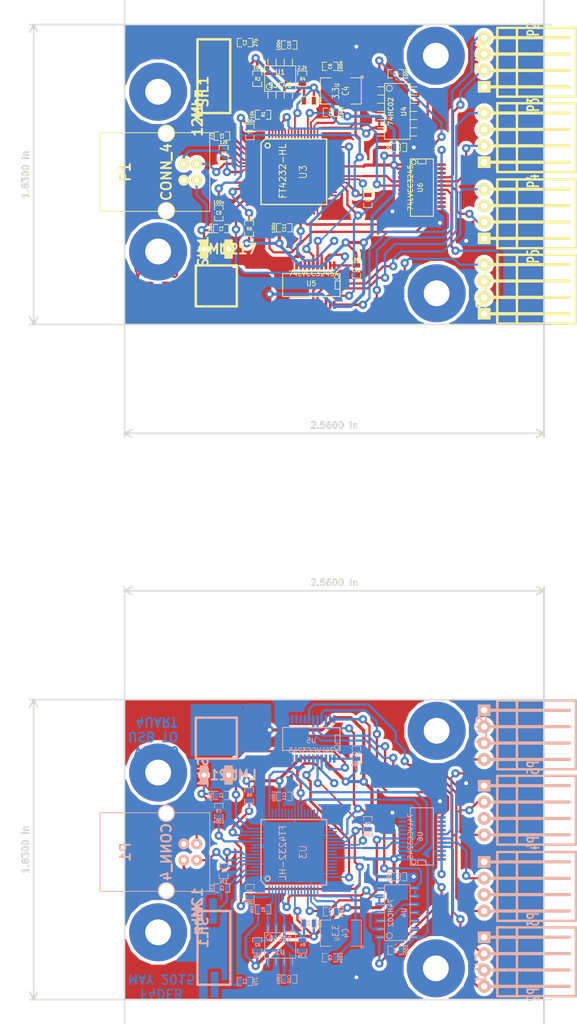
<source format=kicad_pcb>
(kicad_pcb (version 3) (host pcbnew "(2013-jul-07)-stable")
  (title_block (title "USB TO 4 UART") (rev V0-10) (company F4DEB))
  (layers (15 F.Cu signal) (0 B.Cu signal hide) (18 B.Paste user) (19 F.Paste user) (20 B.SilkS user) (21 F.SilkS user) (22 B.Mask user) (23 F.Mask user) (28 Edge.Cuts user))
  (net 0 "")
  (net 1 +1.8V)
  (net 2 +3.3V)
  (net 3 +5VD)
  (net 4 /PWREN)
  (net 5 /RXD0)
  (net 6 /RXD0_5V)
  (net 7 /RXD1)
  (net 8 /RXD1_5V)
  (net 9 /RXD2)
  (net 10 /RXD2_5V)
  (net 11 /RXD3)
  (net 12 /RXD3_5V)
  (net 13 /SUSPEND)
  (net 14 /TXD0)
  (net 15 /TXD0_5V)
  (net 16 /TXD1)
  (net 17 /TXD1_5V)
  (net 18 /TXD2)
  (net 19 /TXD2_5V)
  (net 20 /TXD3)
  (net 21 /TXD3_5V)
  (net 22 GND)
  (net 23 N-000001)
  (net 24 N-000002)
  (net 25 N-0000020)
  (net 26 N-0000022)
  (net 27 N-0000023)
  (net 28 N-0000027)
  (net 29 N-000003)
  (net 30 N-000004)
  (net 31 N-000005)
  (net 32 N-0000050)
  (net 33 N-0000053)
  (net 34 N-000006)
  (net 35 N-000007)
  (net 36 N-000008)
  (module COLONETTE (layer B.Cu) (at 84.709 147.32 90)
    (fp_text reference J3 (at 0 0 90) (layer B.SilkS) (effects (font (size 1.524 1.524) (thickness 0.3048)) (justify mirror)))
    (fp_text value SIL1 (at 0 6.985 90) (layer B.SilkS) (effects (font (size 1.524 1.524) (thickness 0.3048)) (justify mirror)))
    (pad 1 thru_hole circle (at 0 0 90) (size 8.99922 8.99922) (drill 4.0005) (layers *.Cu))
    (pad 1 thru_hole circle (at 0 0 90) (size 2 2) (drill 0.6) (layers *.Cu *.Mask B.SilkS))
  )
  (module COLONETTE (layer B.Cu) (at 84.709 172.085 90)
    (fp_text reference J3 (at 0 0 90) (layer B.SilkS) (effects (font (size 1.524 1.524) (thickness 0.3048)) (justify mirror)))
    (fp_text value SIL1 (at 0 6.985 90) (layer B.SilkS) (effects (font (size 1.524 1.524) (thickness 0.3048)) (justify mirror)))
    (pad 1 thru_hole circle (at 0 0 90) (size 8.99922 8.99922) (drill 4.0005) (layers *.Cu))
    (pad 1 thru_hole circle (at 0 0 90) (size 2 2) (drill 0.6) (layers *.Cu *.Mask B.SilkS))
  )
  (module COLONETTE (layer B.Cu) (at 127.762 177.673 90)
    (fp_text reference J3 (at 0 0 90) (layer B.SilkS) (effects (font (size 1.524 1.524) (thickness 0.3048)) (justify mirror)))
    (fp_text value SIL1 (at 0 6.985 90) (layer B.SilkS) (effects (font (size 1.524 1.524) (thickness 0.3048)) (justify mirror)))
    (pad 1 thru_hole circle (at 0 0 90) (size 8.99922 8.99922) (drill 4.0005) (layers *.Cu))
    (pad 1 thru_hole circle (at 0 0 90) (size 2 2) (drill 0.6) (layers *.Cu *.Mask B.SilkS))
  )
  (module COLONETTE (layer B.Cu) (at 127.889 140.843 90)
    (fp_text reference J3 (at 0 0 90) (layer B.SilkS) (effects (font (size 1.524 1.524) (thickness 0.3048)) (justify mirror)))
    (fp_text value SIL1 (at 0 6.985 90) (layer B.SilkS) (effects (font (size 1.524 1.524) (thickness 0.3048)) (justify mirror)))
    (pad 1 thru_hole circle (at 0 0 90) (size 8.99922 8.99922) (drill 4.0005) (layers *.Cu))
    (pad 1 thru_hole circle (at 0 0 90) (size 2 2) (drill 0.6) (layers *.Cu *.Mask B.SilkS))
  )
  (module SIL-3"1/2-4-HOR (layer B.Cu) (at 135.255 145.288 90)
    (fp_text reference P5 (at -1.27 7.62 90) (layer B.SilkS) (effects (font (size 1.73482 1.08712) (thickness 0.27178)) (justify mirror)))
    (fp_text value CONN_4 hide)
    (pad 1 thru_hole rect (at 7.62 0 90) (size 1.80086 1.99898) (drill 1.00076) (layers *.Cu *.Mask B.SilkS) (net 22 GND))
    (pad 2 thru_hole circle (at 5.08 0 90) (size 1.99898 1.99898) (drill 1.00076) (layers *.Cu *.Mask B.SilkS) (net 12 /RXD3_5V))
    (pad 3 thru_hole circle (at 2.54 0 90) (size 1.99898 1.99898) (drill 1.00076) (layers *.Cu *.Mask B.SilkS))
    (pad 4 thru_hole circle (at 0 0 90) (size 1.99898 1.99898) (drill 1.00076) (layers *.Cu *.Mask B.SilkS) (net 21 /TXD3_5V))
  )
  (module SIL-3"1/2-4-HOR (layer B.Cu) (at 135.255 156.972 90)
    (fp_text reference P4 (at -1.27 7.62 90) (layer B.SilkS) (effects (font (size 1.73482 1.08712) (thickness 0.27178)) (justify mirror)))
    (fp_text value CONN_4 hide)
    (pad 1 thru_hole rect (at 7.62 0 90) (size 1.80086 1.99898) (drill 1.00076) (layers *.Cu *.Mask B.SilkS) (net 22 GND))
    (pad 2 thru_hole circle (at 5.08 0 90) (size 1.99898 1.99898) (drill 1.00076) (layers *.Cu *.Mask B.SilkS) (net 10 /RXD2_5V))
    (pad 3 thru_hole circle (at 2.54 0 90) (size 1.99898 1.99898) (drill 1.00076) (layers *.Cu *.Mask B.SilkS))
    (pad 4 thru_hole circle (at 0 0 90) (size 1.99898 1.99898) (drill 1.00076) (layers *.Cu *.Mask B.SilkS) (net 19 /TXD2_5V))
  )
  (module SIL-3"1/2-4-HOR (layer B.Cu) (at 135.255 168.783 90)
    (fp_text reference P3 (at -1.27 7.62 90) (layer B.SilkS) (effects (font (size 1.73482 1.08712) (thickness 0.27178)) (justify mirror)))
    (fp_text value CONN_4 hide)
    (pad 1 thru_hole rect (at 7.62 0 90) (size 1.80086 1.99898) (drill 1.00076) (layers *.Cu *.Mask B.SilkS) (net 22 GND))
    (pad 2 thru_hole circle (at 5.08 0 90) (size 1.99898 1.99898) (drill 1.00076) (layers *.Cu *.Mask B.SilkS) (net 8 /RXD1_5V))
    (pad 3 thru_hole circle (at 2.54 0 90) (size 1.99898 1.99898) (drill 1.00076) (layers *.Cu *.Mask B.SilkS))
    (pad 4 thru_hole circle (at 0 0 90) (size 1.99898 1.99898) (drill 1.00076) (layers *.Cu *.Mask B.SilkS) (net 17 /TXD1_5V))
  )
  (module SIL-3"1/2-4-HOR (layer B.Cu) (at 135.255 180.467 90)
    (fp_text reference P2 (at -1.27 7.62 90) (layer B.SilkS) (effects (font (size 1.73482 1.08712) (thickness 0.27178)) (justify mirror)))
    (fp_text value CONN_4 hide)
    (pad 1 thru_hole rect (at 7.62 0 90) (size 1.80086 1.99898) (drill 1.00076) (layers *.Cu *.Mask B.SilkS) (net 22 GND))
    (pad 2 thru_hole circle (at 5.08 0 90) (size 1.99898 1.99898) (drill 1.00076) (layers *.Cu *.Mask B.SilkS) (net 6 /RXD0_5V))
    (pad 3 thru_hole circle (at 2.54 0 90) (size 1.99898 1.99898) (drill 1.00076) (layers *.Cu *.Mask B.SilkS))
    (pad 4 thru_hole circle (at 0 0 90) (size 1.99898 1.99898) (drill 1.00076) (layers *.Cu *.Mask B.SilkS) (net 15 /TXD0_5V))
  )
  (module quartz (layer B.Cu) (at 90.805 168.783 270)
    (fp_text reference X1 (at 0 0 270) (layer B.SilkS) (effects (font (size 1.524 1.524) (thickness 0.3048)) (justify mirror)))
    (fp_text value 12Mhz (at 0 0 270) (layer B.SilkS) (effects (font (size 1.524 1.524) (thickness 0.3048)) (justify mirror)))
    (pad 1 smd rect (at 0 -2.413 270) (size 4.0005 1.19888) (layers B.Cu B.Paste B.Mask) (net 32 N-0000050))
    (pad 2 smd rect (at 11.43 -2.667 270) (size 4.0005 1.19888) (layers B.Cu B.Paste B.Mask) (net 33 N-0000053))
  )
  (module SSOP24 (layer B.Cu) (at 125.603 157.226 90)
    (fp_text reference U6 (at 0 -0.254 90) (layer B.SilkS) (effects (font (size 0.762 0.762) (thickness 0.127)) (justify mirror)))
    (fp_text value 74LVCC3245 (at 0 -1.778 90) (layer B.SilkS) (effects (font (size 0.762 0.762) (thickness 0.127)) (justify mirror)))
    (pad 1 smd rect (at -3.556 -3.048 90) (size 0.4064 1.27) (layers B.Cu B.Paste B.Mask) (net 2 +3.3V))
    (pad 2 smd rect (at -2.921 -3.048 90) (size 0.4064 1.27) (layers B.Cu B.Paste B.Mask) (net 2 +3.3V))
    (pad 3 smd rect (at -2.2606 -3.048 90) (size 0.4064 1.27) (layers B.Cu B.Paste B.Mask) (net 5 /RXD0))
    (pad 4 smd rect (at -1.6002 -3.048 90) (size 0.4064 1.27) (layers B.Cu B.Paste B.Mask) (net 7 /RXD1))
    (pad 5 smd rect (at -0.9652 -3.048 90) (size 0.4064 1.27) (layers B.Cu B.Paste B.Mask) (net 9 /RXD2))
    (pad 6 smd rect (at -0.3048 -3.048 90) (size 0.4064 1.27) (layers B.Cu B.Paste B.Mask) (net 11 /RXD3))
    (pad 7 smd rect (at 0.3556 -3.048 90) (size 0.4064 1.27) (layers B.Cu B.Paste B.Mask))
    (pad 8 smd rect (at 0.9906 -3.048 90) (size 0.4064 1.27) (layers B.Cu B.Paste B.Mask))
    (pad 9 smd rect (at 1.651 -3.048 90) (size 0.4064 1.27) (layers B.Cu B.Paste B.Mask))
    (pad 10 smd rect (at 2.286 -3.048 90) (size 0.4064 1.27) (layers B.Cu B.Paste B.Mask))
    (pad 11 smd rect (at 2.9464 -3.048 90) (size 0.4064 1.27) (layers B.Cu B.Paste B.Mask) (net 22 GND))
    (pad 12 smd rect (at 3.6068 -3.048 90) (size 0.4064 1.27) (layers B.Cu B.Paste B.Mask) (net 22 GND))
    (pad 13 smd rect (at 3.6322 3.048 90) (size 0.4064 1.27) (layers B.Cu B.Paste B.Mask) (net 22 GND))
    (pad 14 smd rect (at 2.9464 3.048 90) (size 0.4064 1.27) (layers B.Cu B.Paste B.Mask))
    (pad 15 smd rect (at 2.286 3.048 90) (size 0.4064 1.27) (layers B.Cu B.Paste B.Mask))
    (pad 16 smd rect (at 1.651 3.048 90) (size 0.4064 1.27) (layers B.Cu B.Paste B.Mask))
    (pad 17 smd rect (at 0.9906 3.048 90) (size 0.4064 1.27) (layers B.Cu B.Paste B.Mask))
    (pad 18 smd rect (at 0.3556 3.048 90) (size 0.4064 1.27) (layers B.Cu B.Paste B.Mask) (net 12 /RXD3_5V))
    (pad 19 smd rect (at -0.3048 3.048 90) (size 0.4064 1.27) (layers B.Cu B.Paste B.Mask) (net 10 /RXD2_5V))
    (pad 20 smd rect (at -0.9652 3.048 90) (size 0.4064 1.27) (layers B.Cu B.Paste B.Mask) (net 8 /RXD1_5V))
    (pad 21 smd rect (at -1.6002 3.048 90) (size 0.4064 1.27) (layers B.Cu B.Paste B.Mask) (net 6 /RXD0_5V))
    (pad 22 smd rect (at -2.2606 3.048 90) (size 0.4064 1.27) (layers B.Cu B.Paste B.Mask) (net 27 N-0000023))
    (pad 23 smd rect (at -2.921 3.048 90) (size 0.4064 1.27) (layers B.Cu B.Paste B.Mask))
    (pad 24 smd rect (at -3.556 3.048 90) (size 0.4064 1.27) (layers B.Cu B.Paste B.Mask) (net 3 +5VD))
  )
  (module SSOP24 (layer B.Cu) (at 108.458 142.113 180)
    (fp_text reference U5 (at 0 -0.254 180) (layer B.SilkS) (effects (font (size 0.762 0.762) (thickness 0.127)) (justify mirror)))
    (fp_text value 74LVCC3245 (at 0 -1.778 180) (layer B.SilkS) (effects (font (size 0.762 0.762) (thickness 0.127)) (justify mirror)))
    (pad 1 smd rect (at -3.556 -3.048 180) (size 0.4064 1.27) (layers B.Cu B.Paste B.Mask) (net 2 +3.3V))
    (pad 2 smd rect (at -2.921 -3.048 180) (size 0.4064 1.27) (layers B.Cu B.Paste B.Mask) (net 2 +3.3V))
    (pad 3 smd rect (at -2.2606 -3.048 180) (size 0.4064 1.27) (layers B.Cu B.Paste B.Mask) (net 14 /TXD0))
    (pad 4 smd rect (at -1.6002 -3.048 180) (size 0.4064 1.27) (layers B.Cu B.Paste B.Mask) (net 16 /TXD1))
    (pad 5 smd rect (at -0.9652 -3.048 180) (size 0.4064 1.27) (layers B.Cu B.Paste B.Mask) (net 18 /TXD2))
    (pad 6 smd rect (at -0.3048 -3.048 180) (size 0.4064 1.27) (layers B.Cu B.Paste B.Mask) (net 20 /TXD3))
    (pad 7 smd rect (at 0.3556 -3.048 180) (size 0.4064 1.27) (layers B.Cu B.Paste B.Mask))
    (pad 8 smd rect (at 0.9906 -3.048 180) (size 0.4064 1.27) (layers B.Cu B.Paste B.Mask))
    (pad 9 smd rect (at 1.651 -3.048 180) (size 0.4064 1.27) (layers B.Cu B.Paste B.Mask))
    (pad 10 smd rect (at 2.286 -3.048 180) (size 0.4064 1.27) (layers B.Cu B.Paste B.Mask))
    (pad 11 smd rect (at 2.9464 -3.048 180) (size 0.4064 1.27) (layers B.Cu B.Paste B.Mask) (net 22 GND))
    (pad 12 smd rect (at 3.6068 -3.048 180) (size 0.4064 1.27) (layers B.Cu B.Paste B.Mask) (net 22 GND))
    (pad 13 smd rect (at 3.6322 3.048 180) (size 0.4064 1.27) (layers B.Cu B.Paste B.Mask) (net 22 GND))
    (pad 14 smd rect (at 2.9464 3.048 180) (size 0.4064 1.27) (layers B.Cu B.Paste B.Mask))
    (pad 15 smd rect (at 2.286 3.048 180) (size 0.4064 1.27) (layers B.Cu B.Paste B.Mask))
    (pad 16 smd rect (at 1.651 3.048 180) (size 0.4064 1.27) (layers B.Cu B.Paste B.Mask))
    (pad 17 smd rect (at 0.9906 3.048 180) (size 0.4064 1.27) (layers B.Cu B.Paste B.Mask))
    (pad 18 smd rect (at 0.3556 3.048 180) (size 0.4064 1.27) (layers B.Cu B.Paste B.Mask) (net 21 /TXD3_5V))
    (pad 19 smd rect (at -0.3048 3.048 180) (size 0.4064 1.27) (layers B.Cu B.Paste B.Mask) (net 19 /TXD2_5V))
    (pad 20 smd rect (at -0.9652 3.048 180) (size 0.4064 1.27) (layers B.Cu B.Paste B.Mask) (net 17 /TXD1_5V))
    (pad 21 smd rect (at -1.6002 3.048 180) (size 0.4064 1.27) (layers B.Cu B.Paste B.Mask) (net 15 /TXD0_5V))
    (pad 22 smd rect (at -2.2606 3.048 180) (size 0.4064 1.27) (layers B.Cu B.Paste B.Mask) (net 13 /SUSPEND))
    (pad 23 smd rect (at -2.921 3.048 180) (size 0.4064 1.27) (layers B.Cu B.Paste B.Mask))
    (pad 24 smd rect (at -3.556 3.048 180) (size 0.4064 1.27) (layers B.Cu B.Paste B.Mask) (net 3 +5VD))
  )
  (module SM1812 (layer B.Cu) (at 113.03 172.212 180)
    (fp_text reference C4 (at -0.74676 0 450) (layer B.SilkS) (effects (font (size 1.016 0.762) (thickness 0.127)) (justify mirror)))
    (fp_text value 3.3u (at 0.762 0 450) (layer B.SilkS) (effects (font (size 1.016 0.762) (thickness 0.127)) (justify mirror)))
    (pad 1 smd rect (at -2.286 0 180) (size 1.397 3.81) (layers B.Cu B.Paste B.Mask) (net 1 +1.8V))
    (pad 2 smd rect (at 2.286 0 180) (size 1.397 3.81) (layers B.Cu B.Paste B.Mask) (net 22 GND))
  )
  (module DPAK (layer B.Cu) (at 95.631 147.701 180)
    (fp_text reference U2 (at 0 0 180) (layer B.SilkS) (effects (font (size 1.524 1.524) (thickness 0.3048)) (justify mirror)))
    (fp_text value LM1117 (at 0 0 180) (layer B.SilkS) (effects (font (size 1.524 1.524) (thickness 0.3048)) (justify mirror)))
    (pad 1 thru_hole rect (at 0 0 180) (size 1.30048 2.99974) (drill 0.762) (layers *.Mask B.Cu B.SilkS) (net 22 GND))
    (pad 2 thru_hole rect (at 3.81 0 180) (size 1.30048 2.99974) (drill 0.762) (layers *.Mask B.Cu B.SilkS) (net 28 N-0000027))
    (pad 3 smd rect (at 1.905 6.985 180) (size 8.001 8.001) (layers B.Cu B.Paste B.Mask) (net 2 +3.3V))
  )
  (module SM0603_Capa (layer B.Cu) (at 98.171 179.705 180)
    (fp_text reference C2 (at 0 0 450) (layer B.SilkS) (effects (font (size 0.508 0.4572) (thickness 0.1143)) (justify mirror)))
    (fp_text value 27p (at -1.651 0 450) (layer B.SilkS) (effects (font (size 0.508 0.4572) (thickness 0.1143)) (justify mirror)))
    (pad 1 smd rect (at -0.762 0 180) (size 0.635 1.143) (layers B.Cu B.Paste B.Mask) (net 22 GND))
    (pad 2 smd rect (at 0.762 0 180) (size 0.635 1.143) (layers B.Cu B.Paste B.Mask) (net 33 N-0000053))
  )
  (module SM0603_Capa (layer B.Cu) (at 94.615 165.227)
    (fp_text reference C5 (at 0 0 270) (layer B.SilkS) (effects (font (size 0.508 0.4572) (thickness 0.1143)) (justify mirror)))
    (fp_text value 27p (at -1.651 0 270) (layer B.SilkS) (effects (font (size 0.508 0.4572) (thickness 0.1143)) (justify mirror)))
    (pad 1 smd rect (at -0.762 0) (size 0.635 1.143) (layers B.Cu B.Paste B.Mask) (net 22 GND))
    (pad 2 smd rect (at 0.762 0) (size 0.635 1.143) (layers B.Cu B.Paste B.Mask) (net 32 N-0000050))
  )
  (module SM0603_Capa (layer B.Cu) (at 111.379 176.022 180)
    (fp_text reference C6 (at 0 0 450) (layer B.SilkS) (effects (font (size 0.508 0.4572) (thickness 0.1143)) (justify mirror)))
    (fp_text value 100n (at -1.651 0 450) (layer B.SilkS) (effects (font (size 0.508 0.4572) (thickness 0.1143)) (justify mirror)))
    (pad 1 smd rect (at -0.762 0 180) (size 0.635 1.143) (layers B.Cu B.Paste B.Mask) (net 1 +1.8V))
    (pad 2 smd rect (at 0.762 0 180) (size 0.635 1.143) (layers B.Cu B.Paste B.Mask) (net 22 GND))
  )
  (module SM0603_Capa (layer B.Cu) (at 94.107 153.289 90)
    (fp_text reference C9 (at 0 0 360) (layer B.SilkS) (effects (font (size 0.508 0.4572) (thickness 0.1143)) (justify mirror)))
    (fp_text value 100n (at -1.651 0 360) (layer B.SilkS) (effects (font (size 0.508 0.4572) (thickness 0.1143)) (justify mirror)))
    (pad 1 smd rect (at -0.762 0 90) (size 0.635 1.143) (layers B.Cu B.Paste B.Mask) (net 1 +1.8V))
    (pad 2 smd rect (at 0.762 0 90) (size 0.635 1.143) (layers B.Cu B.Paste B.Mask) (net 22 GND))
  )
  (module SM0603_Capa (layer B.Cu) (at 104.267 151.003)
    (fp_text reference C11 (at 0 0 270) (layer B.SilkS) (effects (font (size 0.508 0.4572) (thickness 0.1143)) (justify mirror)))
    (fp_text value 100n (at -1.651 0 270) (layer B.SilkS) (effects (font (size 0.508 0.4572) (thickness 0.1143)) (justify mirror)))
    (pad 1 smd rect (at -0.762 0) (size 0.635 1.143) (layers B.Cu B.Paste B.Mask) (net 2 +3.3V))
    (pad 2 smd rect (at 0.762 0) (size 0.635 1.143) (layers B.Cu B.Paste B.Mask) (net 22 GND))
  )
  (module SM0603_Capa (layer B.Cu) (at 115.443 144.399 90)
    (fp_text reference C12 (at 0 0 360) (layer B.SilkS) (effects (font (size 0.508 0.4572) (thickness 0.1143)) (justify mirror)))
    (fp_text value 100n (at -1.651 0 360) (layer B.SilkS) (effects (font (size 0.508 0.4572) (thickness 0.1143)) (justify mirror)))
    (pad 1 smd rect (at -0.762 0 90) (size 0.635 1.143) (layers B.Cu B.Paste B.Mask) (net 2 +3.3V))
    (pad 2 smd rect (at 0.762 0 90) (size 0.635 1.143) (layers B.Cu B.Paste B.Mask) (net 22 GND))
  )
  (module SM0603_Capa (layer B.Cu) (at 122.047 163.449)
    (fp_text reference C13 (at 0 0 270) (layer B.SilkS) (effects (font (size 0.508 0.4572) (thickness 0.1143)) (justify mirror)))
    (fp_text value 100n (at -1.651 0 270) (layer B.SilkS) (effects (font (size 0.508 0.4572) (thickness 0.1143)) (justify mirror)))
    (pad 1 smd rect (at -0.762 0) (size 0.635 1.143) (layers B.Cu B.Paste B.Mask) (net 2 +3.3V))
    (pad 2 smd rect (at 0.762 0) (size 0.635 1.143) (layers B.Cu B.Paste B.Mask) (net 22 GND))
  )
  (module SM0603_Capa (layer B.Cu) (at 111.506 168.91 180)
    (fp_text reference C14 (at 0 0 450) (layer B.SilkS) (effects (font (size 0.508 0.4572) (thickness 0.1143)) (justify mirror)))
    (fp_text value 100n (at -1.651 0 450) (layer B.SilkS) (effects (font (size 0.508 0.4572) (thickness 0.1143)) (justify mirror)))
    (pad 1 smd rect (at -0.762 0 180) (size 0.635 1.143) (layers B.Cu B.Paste B.Mask) (net 2 +3.3V))
    (pad 2 smd rect (at 0.762 0 180) (size 0.635 1.143) (layers B.Cu B.Paste B.Mask) (net 22 GND))
  )
  (module SM0603_Capa (layer B.Cu) (at 121.539 174.879 180)
    (fp_text reference C3 (at 0 0 450) (layer B.SilkS) (effects (font (size 0.508 0.4572) (thickness 0.1143)) (justify mirror)))
    (fp_text value 100n (at -1.651 0 450) (layer B.SilkS) (effects (font (size 0.508 0.4572) (thickness 0.1143)) (justify mirror)))
    (pad 1 smd rect (at -0.762 0 180) (size 0.635 1.143) (layers B.Cu B.Paste B.Mask) (net 2 +3.3V))
    (pad 2 smd rect (at 0.762 0 180) (size 0.635 1.143) (layers B.Cu B.Paste B.Mask) (net 22 GND))
  )
  (module SM0603_Capa (layer B.Cu) (at 117.221 155.321 90)
    (fp_text reference C8 (at 0 0 360) (layer B.SilkS) (effects (font (size 0.508 0.4572) (thickness 0.1143)) (justify mirror)))
    (fp_text value 100n (at -1.651 0 360) (layer B.SilkS) (effects (font (size 0.508 0.4572) (thickness 0.1143)) (justify mirror)))
    (pad 1 smd rect (at -0.762 0 90) (size 0.635 1.143) (layers B.Cu B.Paste B.Mask) (net 1 +1.8V))
    (pad 2 smd rect (at 0.762 0 90) (size 0.635 1.143) (layers B.Cu B.Paste B.Mask) (net 22 GND))
  )
  (module SM0603_Capa (layer B.Cu) (at 98.933 165.862 90)
    (fp_text reference C7 (at 0 0 360) (layer B.SilkS) (effects (font (size 0.508 0.4572) (thickness 0.1143)) (justify mirror)))
    (fp_text value 100n (at -1.651 0 360) (layer B.SilkS) (effects (font (size 0.508 0.4572) (thickness 0.1143)) (justify mirror)))
    (pad 1 smd rect (at -0.762 0 90) (size 0.635 1.143) (layers B.Cu B.Paste B.Mask) (net 1 +1.8V))
    (pad 2 smd rect (at 0.762 0 90) (size 0.635 1.143) (layers B.Cu B.Paste B.Mask) (net 22 GND))
  )
  (module SM0603_Capa (layer B.Cu) (at 94.488 150.876)
    (fp_text reference C1 (at 0 0 270) (layer B.SilkS) (effects (font (size 0.508 0.4572) (thickness 0.1143)) (justify mirror)))
    (fp_text value 100n (at -1.651 0 270) (layer B.SilkS) (effects (font (size 0.508 0.4572) (thickness 0.1143)) (justify mirror)))
    (pad 1 smd rect (at -0.762 0) (size 0.635 1.143) (layers B.Cu B.Paste B.Mask) (net 28 N-0000027))
    (pad 2 smd rect (at 0.762 0) (size 0.635 1.143) (layers B.Cu B.Paste B.Mask) (net 22 GND))
  )
  (module SM0603_Capa (layer B.Cu) (at 105.029 179.324)
    (fp_text reference C10 (at 0 0 270) (layer B.SilkS) (effects (font (size 0.508 0.4572) (thickness 0.1143)) (justify mirror)))
    (fp_text value 100n (at -1.651 0 270) (layer B.SilkS) (effects (font (size 0.508 0.4572) (thickness 0.1143)) (justify mirror)))
    (pad 1 smd rect (at -0.762 0) (size 0.635 1.143) (layers B.Cu B.Paste B.Mask) (net 2 +3.3V))
    (pad 2 smd rect (at 0.762 0) (size 0.635 1.143) (layers B.Cu B.Paste B.Mask) (net 22 GND))
  )
  (module SM0603_Resistor (layer B.Cu) (at 94.869 162.56 90)
    (fp_text reference R5 (at 0.0635 0.0635 360) (layer B.SilkS) (effects (font (size 0.50038 0.4572) (thickness 0.1143)) (justify mirror)))
    (fp_text value 12k (at -1.69926 0 360) (layer B.SilkS) (effects (font (size 0.508 0.4572) (thickness 0.1143)) (justify mirror)))
    (pad 1 smd rect (at -0.762 0 90) (size 0.635 1.143) (layers B.Cu B.Paste B.Mask) (net 22 GND))
    (pad 2 smd rect (at 0.762 0 90) (size 0.635 1.143) (layers B.Cu B.Paste B.Mask) (net 30 N-000004))
  )
  (module SM0603_Resistor (layer B.Cu) (at 98.806 150.876 90)
    (fp_text reference R6 (at 0.0635 0.0635 360) (layer B.SilkS) (effects (font (size 0.50038 0.4572) (thickness 0.1143)) (justify mirror)))
    (fp_text value 1k (at -1.69926 0 360) (layer B.SilkS) (effects (font (size 0.508 0.4572) (thickness 0.1143)) (justify mirror)))
    (pad 1 smd rect (at -0.762 0 90) (size 0.635 1.143) (layers B.Cu B.Paste B.Mask) (net 24 N-000002))
    (pad 2 smd rect (at 0.762 0 90) (size 0.635 1.143) (layers B.Cu B.Paste B.Mask) (net 2 +3.3V))
  )
  (module SM0603_Resistor (layer B.Cu) (at 107.061 174.117 90)
    (fp_text reference R4 (at 0.0635 0.0635 360) (layer B.SilkS) (effects (font (size 0.50038 0.4572) (thickness 0.1143)) (justify mirror)))
    (fp_text value 2.2k (at -1.69926 0 360) (layer B.SilkS) (effects (font (size 0.508 0.4572) (thickness 0.1143)) (justify mirror)))
    (pad 1 smd rect (at -0.762 0 90) (size 0.635 1.143) (layers B.Cu B.Paste B.Mask) (net 36 N-000008))
    (pad 2 smd rect (at 0.762 0 90) (size 0.635 1.143) (layers B.Cu B.Paste B.Mask) (net 35 N-000007))
  )
  (module SM0603_Resistor (layer B.Cu) (at 108.077 170.688 180)
    (fp_text reference R3 (at 0.0635 0.0635 450) (layer B.SilkS) (effects (font (size 0.50038 0.4572) (thickness 0.1143)) (justify mirror)))
    (fp_text value 10k (at -1.69926 0 450) (layer B.SilkS) (effects (font (size 0.508 0.4572) (thickness 0.1143)) (justify mirror)))
    (pad 1 smd rect (at -0.762 0 180) (size 0.635 1.143) (layers B.Cu B.Paste B.Mask) (net 2 +3.3V))
    (pad 2 smd rect (at 0.762 0 180) (size 0.635 1.143) (layers B.Cu B.Paste B.Mask) (net 35 N-000007))
  )
  (module SM0603_Resistor (layer B.Cu) (at 100.965 168.529)
    (fp_text reference R1 (at 0.0635 0.0635 270) (layer B.SilkS) (effects (font (size 0.50038 0.4572) (thickness 0.1143)) (justify mirror)))
    (fp_text value 10k (at -1.69926 0 270) (layer B.SilkS) (effects (font (size 0.508 0.4572) (thickness 0.1143)) (justify mirror)))
    (pad 1 smd rect (at -0.762 0) (size 0.635 1.143) (layers B.Cu B.Paste B.Mask) (net 2 +3.3V))
    (pad 2 smd rect (at 0.762 0) (size 0.635 1.143) (layers B.Cu B.Paste B.Mask) (net 34 N-000006))
  )
  (module SM0603_Resistor (layer B.Cu) (at 100.076 174.117 90)
    (fp_text reference R2 (at 0.0635 0.0635 360) (layer B.SilkS) (effects (font (size 0.50038 0.4572) (thickness 0.1143)) (justify mirror)))
    (fp_text value 10k (at -1.69926 0 360) (layer B.SilkS) (effects (font (size 0.508 0.4572) (thickness 0.1143)) (justify mirror)))
    (pad 1 smd rect (at -0.762 0 90) (size 0.635 1.143) (layers B.Cu B.Paste B.Mask) (net 2 +3.3V))
    (pad 2 smd rect (at 0.762 0 90) (size 0.635 1.143) (layers B.Cu B.Paste B.Mask) (net 31 N-000005))
  )
  (module so-14 (layer B.Cu) (at 121.793 169.037 90)
    (fp_text reference U4 (at 0 1.016 90) (layer B.SilkS) (effects (font (size 0.7493 0.7493) (thickness 0.14986)) (justify mirror)))
    (fp_text value 74HC02 (at 0 -1.016 90) (layer B.SilkS) (effects (font (size 0.7493 0.7493) (thickness 0.14986)) (justify mirror)))
    (pad 1 smd rect (at -3.81 -2.794 90) (size 0.635 1.27) (layers B.Cu B.Paste B.Mask) (net 27 N-0000023))
    (pad 2 smd rect (at -2.54 -2.794 90) (size 0.635 1.27) (layers B.Cu B.Paste B.Mask) (net 26 N-0000022))
    (pad 3 smd rect (at -1.27 -2.794 90) (size 0.635 1.27) (layers B.Cu B.Paste B.Mask) (net 25 N-0000020))
    (pad 4 smd rect (at 0 -2.794 90) (size 0.635 1.27) (layers B.Cu B.Paste B.Mask) (net 26 N-0000022))
    (pad 5 smd rect (at 1.27 -2.794 90) (size 0.635 1.27) (layers B.Cu B.Paste B.Mask) (net 4 /PWREN))
    (pad 6 smd rect (at 2.54 -2.794 90) (size 0.635 1.27) (layers B.Cu B.Paste B.Mask) (net 4 /PWREN))
    (pad 7 smd rect (at 3.81 -2.794 90) (size 0.635 1.27) (layers B.Cu B.Paste B.Mask) (net 22 GND))
    (pad 8 smd rect (at 3.81 2.794 90) (size 0.635 1.27) (layers B.Cu B.Paste B.Mask) (net 13 /SUSPEND))
    (pad 9 smd rect (at 2.54 2.794 90) (size 0.635 1.27) (layers B.Cu B.Paste B.Mask) (net 13 /SUSPEND))
    (pad 10 smd rect (at 1.27 2.794 90) (size 0.635 1.27) (layers B.Cu B.Paste B.Mask) (net 25 N-0000020))
    (pad 11 smd rect (at 0 2.794 90) (size 0.635 1.27) (layers B.Cu B.Paste B.Mask))
    (pad 12 smd rect (at -1.27 2.794 90) (size 0.635 1.27) (layers B.Cu B.Paste B.Mask))
    (pad 13 smd rect (at -2.54 2.794 90) (size 0.635 1.27) (layers B.Cu B.Paste B.Mask))
    (pad 14 smd rect (at -3.81 2.794 90) (size 0.635 1.27) (layers B.Cu B.Paste B.Mask) (net 2 +3.3V))
  )
  (module so-8 (layer B.Cu) (at 103.632 174.117)
    (fp_text reference U1 (at 0 1.016) (layer B.SilkS) (effects (font (size 0.7493 0.7493) (thickness 0.14986)) (justify mirror)))
    (fp_text value 93C46 (at 0 -1.016) (layer B.SilkS) (effects (font (size 0.7493 0.7493) (thickness 0.14986)) (justify mirror)))
    (pad 1 smd rect (at -1.905 -2.794) (size 0.635 1.27) (layers B.Cu B.Paste B.Mask) (net 34 N-000006))
    (pad 2 smd rect (at -0.635 -2.794) (size 0.635 1.27) (layers B.Cu B.Paste B.Mask) (net 31 N-000005))
    (pad 3 smd rect (at 0.635 -2.794) (size 0.635 1.27) (layers B.Cu B.Paste B.Mask) (net 36 N-000008))
    (pad 4 smd rect (at 1.905 -2.794) (size 0.635 1.27) (layers B.Cu B.Paste B.Mask) (net 35 N-000007))
    (pad 5 smd rect (at 1.905 2.794) (size 0.635 1.27) (layers B.Cu B.Paste B.Mask) (net 22 GND))
    (pad 6 smd rect (at 0.635 2.794) (size 0.635 1.27) (layers B.Cu B.Paste B.Mask) (net 2 +3.3V))
    (pad 7 smd rect (at -0.635 2.794) (size 0.635 1.27) (layers B.Cu B.Paste B.Mask) (net 22 GND))
    (pad 8 smd rect (at -1.905 2.794) (size 0.635 1.27) (layers B.Cu B.Paste B.Mask) (net 2 +3.3V))
  )
  (module TQFP_64 (layer B.Cu) (at 105.664 159.766 90)
    (fp_text reference U3 (at 0.127 1.524 90) (layer B.SilkS) (effects (font (size 1.09982 1.09982) (thickness 0.127)) (justify mirror)))
    (fp_text value FT4232-HL (at 0 -1.651 90) (layer B.SilkS) (effects (font (size 1.00076 1.00076) (thickness 0.1524)) (justify mirror)))
    (pad 1 smd rect (at -3.74904 -5.86994 90) (size 0.24892 1.524) (layers B.Cu B.Paste B.Mask) (net 22 GND))
    (pad 2 smd oval (at -3.24866 -5.86994 90) (size 0.24892 1.524) (layers B.Cu B.Paste B.Mask) (net 33 N-0000053))
    (pad 3 smd oval (at -2.74828 -5.86994 90) (size 0.24892 1.524) (layers B.Cu B.Paste B.Mask) (net 32 N-0000050))
    (pad 4 smd oval (at -2.2479 -5.86994 90) (size 0.24892 1.524) (layers B.Cu B.Paste B.Mask))
    (pad 5 smd oval (at -1.74752 -5.86994 90) (size 0.24892 1.524) (layers B.Cu B.Paste B.Mask) (net 22 GND))
    (pad 6 smd oval (at -1.24968 -5.86994 90) (size 0.24892 1.524) (layers B.Cu B.Paste B.Mask) (net 30 N-000004))
    (pad 7 smd oval (at -0.7493 -5.86994 90) (size 0.24892 1.524) (layers B.Cu B.Paste B.Mask) (net 29 N-000003))
    (pad 8 smd oval (at -0.24892 -5.86994 90) (size 0.24892 1.524) (layers B.Cu B.Paste B.Mask) (net 23 N-000001))
    (pad 9 smd oval (at 0.25146 -5.86994 90) (size 0.24892 1.524) (layers B.Cu B.Paste B.Mask))
    (pad 10 smd oval (at 0.75184 -5.86994 90) (size 0.24892 1.524) (layers B.Cu B.Paste B.Mask) (net 22 GND))
    (pad 11 smd oval (at 1.25222 -5.86994 90) (size 0.24892 1.524) (layers B.Cu B.Paste B.Mask) (net 22 GND))
    (pad 12 smd oval (at 1.75006 -5.86994 90) (size 0.24892 1.524) (layers B.Cu B.Paste B.Mask) (net 1 +1.8V))
    (pad 13 smd oval (at 2.25044 -5.86994 90) (size 0.24892 1.524) (layers B.Cu B.Paste B.Mask) (net 22 GND))
    (pad 14 smd oval (at 2.75082 -5.86994 90) (size 0.24892 1.524) (layers B.Cu B.Paste B.Mask) (net 24 N-000002))
    (pad 15 smd oval (at 3.2512 -5.86994 90) (size 0.24892 1.524) (layers B.Cu B.Paste B.Mask) (net 22 GND))
    (pad 16 smd oval (at 3.75158 -5.86994 90) (size 0.24892 1.524) (layers B.Cu B.Paste B.Mask) (net 14 /TXD0))
    (pad 17 smd oval (at 6.0325 -3.74904 90) (size 1.524 0.24892) (layers B.Cu B.Paste B.Mask) (net 5 /RXD0))
    (pad 18 smd oval (at 6.0325 -3.24866 90) (size 1.524 0.24892) (layers B.Cu B.Paste B.Mask))
    (pad 19 smd oval (at 6.0325 -2.74828 90) (size 1.524 0.24892) (layers B.Cu B.Paste B.Mask))
    (pad 20 smd oval (at 6.0325 -2.2479 90) (size 1.524 0.24892) (layers B.Cu B.Paste B.Mask) (net 2 +3.3V))
    (pad 21 smd oval (at 6.0325 -1.74752 90) (size 1.524 0.24892) (layers B.Cu B.Paste B.Mask))
    (pad 22 smd oval (at 6.0325 -1.24968 90) (size 1.524 0.24892) (layers B.Cu B.Paste B.Mask))
    (pad 23 smd oval (at 6.0325 -0.7493 90) (size 1.524 0.24892) (layers B.Cu B.Paste B.Mask))
    (pad 24 smd oval (at 6.0325 -0.24892 90) (size 1.524 0.24892) (layers B.Cu B.Paste B.Mask))
    (pad 25 smd oval (at 6.0325 0.25146 90) (size 1.524 0.24892) (layers B.Cu B.Paste B.Mask) (net 22 GND))
    (pad 26 smd oval (at 6.0325 0.75184 90) (size 1.524 0.24892) (layers B.Cu B.Paste B.Mask) (net 16 /TXD1))
    (pad 27 smd oval (at 6.0325 1.25222 90) (size 1.524 0.24892) (layers B.Cu B.Paste B.Mask) (net 7 /RXD1))
    (pad 28 smd oval (at 6.0325 1.75006 90) (size 1.524 0.24892) (layers B.Cu B.Paste B.Mask))
    (pad 29 smd oval (at 6.0325 2.25044 90) (size 1.524 0.24892) (layers B.Cu B.Paste B.Mask))
    (pad 30 smd oval (at 6.0325 2.75082 90) (size 1.524 0.24892) (layers B.Cu B.Paste B.Mask))
    (pad 31 smd oval (at 6.0325 3.2512 90) (size 1.524 0.24892) (layers B.Cu B.Paste B.Mask))
    (pad 32 smd oval (at 6.0325 3.75158 90) (size 1.524 0.24892) (layers B.Cu B.Paste B.Mask))
    (pad 33 smd oval (at 3.75158 6.0325 90) (size 0.24892 1.524) (layers B.Cu B.Paste B.Mask))
    (pad 34 smd oval (at 3.2512 6.0325 90) (size 0.24892 1.524) (layers B.Cu B.Paste B.Mask))
    (pad 35 smd oval (at 2.75082 6.0325 90) (size 0.24892 1.524) (layers B.Cu B.Paste B.Mask) (net 22 GND))
    (pad 36 smd oval (at 2.25044 6.0325 90) (size 0.24892 1.524) (layers B.Cu B.Paste B.Mask) (net 13 /SUSPEND))
    (pad 37 smd oval (at 1.75006 6.0325 90) (size 0.24892 1.524) (layers B.Cu B.Paste B.Mask) (net 1 +1.8V))
    (pad 38 smd oval (at 1.25222 6.0325 90) (size 0.24892 1.524) (layers B.Cu B.Paste B.Mask) (net 18 /TXD2))
    (pad 39 smd oval (at 0.75184 6.0325 90) (size 0.24892 1.524) (layers B.Cu B.Paste B.Mask) (net 9 /RXD2))
    (pad 40 smd oval (at 0.25146 6.0325 90) (size 0.24892 1.524) (layers B.Cu B.Paste B.Mask))
    (pad 41 smd oval (at -0.24892 6.0325 90) (size 0.24892 1.524) (layers B.Cu B.Paste B.Mask))
    (pad 42 smd oval (at -0.7493 6.0325 90) (size 0.24892 1.524) (layers B.Cu B.Paste B.Mask) (net 2 +3.3V))
    (pad 43 smd oval (at -1.24968 6.0325 90) (size 0.24892 1.524) (layers B.Cu B.Paste B.Mask))
    (pad 44 smd oval (at -1.74752 6.0325 90) (size 0.24892 1.524) (layers B.Cu B.Paste B.Mask))
    (pad 45 smd oval (at -2.2479 6.0325 90) (size 0.24892 1.524) (layers B.Cu B.Paste B.Mask))
    (pad 46 smd oval (at -2.74828 6.0325 90) (size 0.24892 1.524) (layers B.Cu B.Paste B.Mask))
    (pad 47 smd oval (at -3.24866 6.0325 90) (size 0.24892 1.524) (layers B.Cu B.Paste B.Mask) (net 22 GND))
    (pad 48 smd oval (at -3.74904 6.0325 90) (size 0.24892 1.524) (layers B.Cu B.Paste B.Mask) (net 20 /TXD3))
    (pad 49 smd oval (at -5.86994 3.75158 90) (size 1.524 0.24892) (layers B.Cu B.Paste B.Mask) (net 1 +1.8V))
    (pad 50 smd oval (at -5.86994 3.2512 90) (size 1.524 0.24892) (layers B.Cu B.Paste B.Mask) (net 2 +3.3V))
    (pad 52 smd oval (at -5.86994 2.25044 90) (size 1.524 0.24892) (layers B.Cu B.Paste B.Mask) (net 11 /RXD3))
    (pad 51 smd oval (at -5.88772 2.75082 90) (size 1.524 0.24892) (layers B.Cu B.Paste B.Mask) (net 22 GND))
    (pad 53 smd oval (at -5.86994 1.75006 90) (size 1.524 0.24892) (layers B.Cu B.Paste B.Mask))
    (pad 54 smd oval (at -5.86994 1.25222 90) (size 1.524 0.24892) (layers B.Cu B.Paste B.Mask))
    (pad 55 smd oval (at -5.86994 0.75184 90) (size 1.524 0.24892) (layers B.Cu B.Paste B.Mask))
    (pad 56 smd oval (at -5.86994 0.25146 90) (size 1.524 0.24892) (layers B.Cu B.Paste B.Mask) (net 2 +3.3V))
    (pad 57 smd oval (at -5.86994 -0.24892 90) (size 1.524 0.24892) (layers B.Cu B.Paste B.Mask))
    (pad 58 smd oval (at -5.86994 -0.7493 90) (size 1.524 0.24892) (layers B.Cu B.Paste B.Mask))
    (pad 59 smd oval (at -5.86994 -1.24206 90) (size 1.524 0.24892) (layers B.Cu B.Paste B.Mask))
    (pad 60 smd oval (at -5.86994 -1.74244 90) (size 1.524 0.24892) (layers B.Cu B.Paste B.Mask) (net 4 /PWREN))
    (pad 61 smd oval (at -5.86994 -2.24282 90) (size 1.524 0.24892) (layers B.Cu B.Paste B.Mask) (net 36 N-000008))
    (pad 62 smd oval (at -5.86994 -2.7432 90) (size 1.524 0.24892) (layers B.Cu B.Paste B.Mask) (net 31 N-000005))
    (pad 63 smd oval (at -5.86994 -3.24104 90) (size 1.524 0.24892) (layers B.Cu B.Paste B.Mask) (net 34 N-000006))
    (pad 64 smd oval (at -5.86994 -3.74142 90) (size 1.524 0.24892) (layers B.Cu B.Paste B.Mask) (net 1 +1.8V))
  )
  (module USB_B (layer B.Cu) (at 85.979 159.639 90)
    (fp_text reference P1 (at 0 -6.35 90) (layer B.SilkS) (effects (font (size 1.524 1.524) (thickness 0.3048)) (justify mirror)))
    (fp_text value CONN_4 (at 0 0 90) (layer B.SilkS) (effects (font (size 1.524 1.524) (thickness 0.3048)) (justify mirror)))
    (pad 1 thru_hole circle (at 1.27 4.699 90) (size 1.7 1.7) (drill 0.8128) (layers *.Cu *.Mask B.SilkS) (net 28 N-0000027))
    (pad 2 thru_hole circle (at -1.27 4.699 90) (size 1.7 1.7) (drill 0.8128) (layers *.Cu *.Mask B.SilkS) (net 29 N-000003))
    (pad 3 thru_hole circle (at -1.27 2.70002 90) (size 1.7 1.7) (drill 0.8128) (layers *.Cu *.Mask B.SilkS) (net 23 N-000001))
    (pad 4 thru_hole circle (at 1.27 2.70002 90) (size 1.7 1.7) (drill 0.8128) (layers *.Cu *.Mask B.SilkS) (net 22 GND))
    (pad 5 thru_hole circle (at 5.99948 0 90) (size 2.70002 2.70002) (drill 2.30124) (layers *.Cu *.Mask B.SilkS) (net 22 GND))
    (pad 6 thru_hole circle (at -5.99948 0 90) (size 2.70002 2.70002) (drill 2.30124) (layers *.Cu *.Mask B.SilkS) (net 22 GND))
  )
  (module USB_B (layer F.Cu) (at 85.979 54.229 270)
    (fp_text reference P1 (at 0 6.35 270) (layer F.SilkS) (effects (font (size 1.524 1.524) (thickness 0.3048))))
    (fp_text value CONN_4 (at 0 0 270) (layer F.SilkS) (effects (font (size 1.524 1.524) (thickness 0.3048))))
    (pad 1 thru_hole circle (at 1.27 -4.699 270) (size 1.7 1.7) (drill 0.8128) (layers *.Cu *.Mask F.SilkS) (net 28 N-0000027))
    (pad 2 thru_hole circle (at -1.27 -4.699 270) (size 1.7 1.7) (drill 0.8128) (layers *.Cu *.Mask F.SilkS) (net 29 N-000003))
    (pad 3 thru_hole circle (at -1.27 -2.70002 270) (size 1.7 1.7) (drill 0.8128) (layers *.Cu *.Mask F.SilkS) (net 23 N-000001))
    (pad 4 thru_hole circle (at 1.27 -2.70002 270) (size 1.7 1.7) (drill 0.8128) (layers *.Cu *.Mask F.SilkS) (net 22 GND))
    (pad 5 thru_hole circle (at 5.99948 0 270) (size 2.70002 2.70002) (drill 2.30124) (layers *.Cu *.Mask F.SilkS) (net 22 GND))
    (pad 6 thru_hole circle (at -5.99948 0 270) (size 2.70002 2.70002) (drill 2.30124) (layers *.Cu *.Mask F.SilkS) (net 22 GND))
  )
  (module TQFP_64 (layer F.Cu) (at 105.664 54.102 270)
    (fp_text reference U3 (at 0.127 -1.524 270) (layer F.SilkS) (effects (font (size 1.09982 1.09982) (thickness 0.127))))
    (fp_text value FT4232-HL (at 0 1.651 270) (layer F.SilkS) (effects (font (size 1.00076 1.00076) (thickness 0.1524))))
    (pad 1 smd rect (at -3.74904 5.86994 270) (size 0.24892 1.524) (layers F.Cu F.Paste F.Mask) (net 22 GND))
    (pad 2 smd oval (at -3.24866 5.86994 270) (size 0.24892 1.524) (layers F.Cu F.Paste F.Mask) (net 33 N-0000053))
    (pad 3 smd oval (at -2.74828 5.86994 270) (size 0.24892 1.524) (layers F.Cu F.Paste F.Mask) (net 32 N-0000050))
    (pad 4 smd oval (at -2.2479 5.86994 270) (size 0.24892 1.524) (layers F.Cu F.Paste F.Mask))
    (pad 5 smd oval (at -1.74752 5.86994 270) (size 0.24892 1.524) (layers F.Cu F.Paste F.Mask) (net 22 GND))
    (pad 6 smd oval (at -1.24968 5.86994 270) (size 0.24892 1.524) (layers F.Cu F.Paste F.Mask) (net 30 N-000004))
    (pad 7 smd oval (at -0.7493 5.86994 270) (size 0.24892 1.524) (layers F.Cu F.Paste F.Mask) (net 29 N-000003))
    (pad 8 smd oval (at -0.24892 5.86994 270) (size 0.24892 1.524) (layers F.Cu F.Paste F.Mask) (net 23 N-000001))
    (pad 9 smd oval (at 0.25146 5.86994 270) (size 0.24892 1.524) (layers F.Cu F.Paste F.Mask))
    (pad 10 smd oval (at 0.75184 5.86994 270) (size 0.24892 1.524) (layers F.Cu F.Paste F.Mask) (net 22 GND))
    (pad 11 smd oval (at 1.25222 5.86994 270) (size 0.24892 1.524) (layers F.Cu F.Paste F.Mask) (net 22 GND))
    (pad 12 smd oval (at 1.75006 5.86994 270) (size 0.24892 1.524) (layers F.Cu F.Paste F.Mask) (net 1 +1.8V))
    (pad 13 smd oval (at 2.25044 5.86994 270) (size 0.24892 1.524) (layers F.Cu F.Paste F.Mask) (net 22 GND))
    (pad 14 smd oval (at 2.75082 5.86994 270) (size 0.24892 1.524) (layers F.Cu F.Paste F.Mask) (net 24 N-000002))
    (pad 15 smd oval (at 3.2512 5.86994 270) (size 0.24892 1.524) (layers F.Cu F.Paste F.Mask) (net 22 GND))
    (pad 16 smd oval (at 3.75158 5.86994 270) (size 0.24892 1.524) (layers F.Cu F.Paste F.Mask) (net 14 /TXD0))
    (pad 17 smd oval (at 6.0325 3.74904 270) (size 1.524 0.24892) (layers F.Cu F.Paste F.Mask) (net 5 /RXD0))
    (pad 18 smd oval (at 6.0325 3.24866 270) (size 1.524 0.24892) (layers F.Cu F.Paste F.Mask))
    (pad 19 smd oval (at 6.0325 2.74828 270) (size 1.524 0.24892) (layers F.Cu F.Paste F.Mask))
    (pad 20 smd oval (at 6.0325 2.2479 270) (size 1.524 0.24892) (layers F.Cu F.Paste F.Mask) (net 2 +3.3V))
    (pad 21 smd oval (at 6.0325 1.74752 270) (size 1.524 0.24892) (layers F.Cu F.Paste F.Mask))
    (pad 22 smd oval (at 6.0325 1.24968 270) (size 1.524 0.24892) (layers F.Cu F.Paste F.Mask))
    (pad 23 smd oval (at 6.0325 0.7493 270) (size 1.524 0.24892) (layers F.Cu F.Paste F.Mask))
    (pad 24 smd oval (at 6.0325 0.24892 270) (size 1.524 0.24892) (layers F.Cu F.Paste F.Mask))
    (pad 25 smd oval (at 6.0325 -0.25146 270) (size 1.524 0.24892) (layers F.Cu F.Paste F.Mask) (net 22 GND))
    (pad 26 smd oval (at 6.0325 -0.75184 270) (size 1.524 0.24892) (layers F.Cu F.Paste F.Mask) (net 16 /TXD1))
    (pad 27 smd oval (at 6.0325 -1.25222 270) (size 1.524 0.24892) (layers F.Cu F.Paste F.Mask) (net 7 /RXD1))
    (pad 28 smd oval (at 6.0325 -1.75006 270) (size 1.524 0.24892) (layers F.Cu F.Paste F.Mask))
    (pad 29 smd oval (at 6.0325 -2.25044 270) (size 1.524 0.24892) (layers F.Cu F.Paste F.Mask))
    (pad 30 smd oval (at 6.0325 -2.75082 270) (size 1.524 0.24892) (layers F.Cu F.Paste F.Mask))
    (pad 31 smd oval (at 6.0325 -3.2512 270) (size 1.524 0.24892) (layers F.Cu F.Paste F.Mask))
    (pad 32 smd oval (at 6.0325 -3.75158 270) (size 1.524 0.24892) (layers F.Cu F.Paste F.Mask))
    (pad 33 smd oval (at 3.75158 -6.0325 270) (size 0.24892 1.524) (layers F.Cu F.Paste F.Mask))
    (pad 34 smd oval (at 3.2512 -6.0325 270) (size 0.24892 1.524) (layers F.Cu F.Paste F.Mask))
    (pad 35 smd oval (at 2.75082 -6.0325 270) (size 0.24892 1.524) (layers F.Cu F.Paste F.Mask) (net 22 GND))
    (pad 36 smd oval (at 2.25044 -6.0325 270) (size 0.24892 1.524) (layers F.Cu F.Paste F.Mask) (net 13 /SUSPEND))
    (pad 37 smd oval (at 1.75006 -6.0325 270) (size 0.24892 1.524) (layers F.Cu F.Paste F.Mask) (net 1 +1.8V))
    (pad 38 smd oval (at 1.25222 -6.0325 270) (size 0.24892 1.524) (layers F.Cu F.Paste F.Mask) (net 18 /TXD2))
    (pad 39 smd oval (at 0.75184 -6.0325 270) (size 0.24892 1.524) (layers F.Cu F.Paste F.Mask) (net 9 /RXD2))
    (pad 40 smd oval (at 0.25146 -6.0325 270) (size 0.24892 1.524) (layers F.Cu F.Paste F.Mask))
    (pad 41 smd oval (at -0.24892 -6.0325 270) (size 0.24892 1.524) (layers F.Cu F.Paste F.Mask))
    (pad 42 smd oval (at -0.7493 -6.0325 270) (size 0.24892 1.524) (layers F.Cu F.Paste F.Mask) (net 2 +3.3V))
    (pad 43 smd oval (at -1.24968 -6.0325 270) (size 0.24892 1.524) (layers F.Cu F.Paste F.Mask))
    (pad 44 smd oval (at -1.74752 -6.0325 270) (size 0.24892 1.524) (layers F.Cu F.Paste F.Mask))
    (pad 45 smd oval (at -2.2479 -6.0325 270) (size 0.24892 1.524) (layers F.Cu F.Paste F.Mask))
    (pad 46 smd oval (at -2.74828 -6.0325 270) (size 0.24892 1.524) (layers F.Cu F.Paste F.Mask))
    (pad 47 smd oval (at -3.24866 -6.0325 270) (size 0.24892 1.524) (layers F.Cu F.Paste F.Mask) (net 22 GND))
    (pad 48 smd oval (at -3.74904 -6.0325 270) (size 0.24892 1.524) (layers F.Cu F.Paste F.Mask) (net 20 /TXD3))
    (pad 49 smd oval (at -5.86994 -3.75158 270) (size 1.524 0.24892) (layers F.Cu F.Paste F.Mask) (net 1 +1.8V))
    (pad 50 smd oval (at -5.86994 -3.2512 270) (size 1.524 0.24892) (layers F.Cu F.Paste F.Mask) (net 2 +3.3V))
    (pad 52 smd oval (at -5.86994 -2.25044 270) (size 1.524 0.24892) (layers F.Cu F.Paste F.Mask) (net 11 /RXD3))
    (pad 51 smd oval (at -5.88772 -2.75082 270) (size 1.524 0.24892) (layers F.Cu F.Paste F.Mask) (net 22 GND))
    (pad 53 smd oval (at -5.86994 -1.75006 270) (size 1.524 0.24892) (layers F.Cu F.Paste F.Mask))
    (pad 54 smd oval (at -5.86994 -1.25222 270) (size 1.524 0.24892) (layers F.Cu F.Paste F.Mask))
    (pad 55 smd oval (at -5.86994 -0.75184 270) (size 1.524 0.24892) (layers F.Cu F.Paste F.Mask))
    (pad 56 smd oval (at -5.86994 -0.25146 270) (size 1.524 0.24892) (layers F.Cu F.Paste F.Mask) (net 2 +3.3V))
    (pad 57 smd oval (at -5.86994 0.24892 270) (size 1.524 0.24892) (layers F.Cu F.Paste F.Mask))
    (pad 58 smd oval (at -5.86994 0.7493 270) (size 1.524 0.24892) (layers F.Cu F.Paste F.Mask))
    (pad 59 smd oval (at -5.86994 1.24206 270) (size 1.524 0.24892) (layers F.Cu F.Paste F.Mask))
    (pad 60 smd oval (at -5.86994 1.74244 270) (size 1.524 0.24892) (layers F.Cu F.Paste F.Mask) (net 4 /PWREN))
    (pad 61 smd oval (at -5.86994 2.24282 270) (size 1.524 0.24892) (layers F.Cu F.Paste F.Mask) (net 36 N-000008))
    (pad 62 smd oval (at -5.86994 2.7432 270) (size 1.524 0.24892) (layers F.Cu F.Paste F.Mask) (net 31 N-000005))
    (pad 63 smd oval (at -5.86994 3.24104 270) (size 1.524 0.24892) (layers F.Cu F.Paste F.Mask) (net 34 N-000006))
    (pad 64 smd oval (at -5.86994 3.74142 270) (size 1.524 0.24892) (layers F.Cu F.Paste F.Mask) (net 1 +1.8V))
  )
  (module so-8 (layer F.Cu) (at 103.632 39.751)
    (fp_text reference U1 (at 0 -1.016) (layer F.SilkS) (effects (font (size 0.7493 0.7493) (thickness 0.14986))))
    (fp_text value 93C46 (at 0 1.016) (layer F.SilkS) (effects (font (size 0.7493 0.7493) (thickness 0.14986))))
    (pad 1 smd rect (at -1.905 2.794) (size 0.635 1.27) (layers F.Cu F.Paste F.Mask) (net 34 N-000006))
    (pad 2 smd rect (at -0.635 2.794) (size 0.635 1.27) (layers F.Cu F.Paste F.Mask) (net 31 N-000005))
    (pad 3 smd rect (at 0.635 2.794) (size 0.635 1.27) (layers F.Cu F.Paste F.Mask) (net 36 N-000008))
    (pad 4 smd rect (at 1.905 2.794) (size 0.635 1.27) (layers F.Cu F.Paste F.Mask) (net 35 N-000007))
    (pad 5 smd rect (at 1.905 -2.794) (size 0.635 1.27) (layers F.Cu F.Paste F.Mask) (net 22 GND))
    (pad 6 smd rect (at 0.635 -2.794) (size 0.635 1.27) (layers F.Cu F.Paste F.Mask) (net 2 +3.3V))
    (pad 7 smd rect (at -0.635 -2.794) (size 0.635 1.27) (layers F.Cu F.Paste F.Mask) (net 22 GND))
    (pad 8 smd rect (at -1.905 -2.794) (size 0.635 1.27) (layers F.Cu F.Paste F.Mask) (net 2 +3.3V))
  )
  (module so-14 (layer F.Cu) (at 121.793 44.831 270)
    (fp_text reference U4 (at 0 -1.016 270) (layer F.SilkS) (effects (font (size 0.7493 0.7493) (thickness 0.14986))))
    (fp_text value 74HC02 (at 0 1.016 270) (layer F.SilkS) (effects (font (size 0.7493 0.7493) (thickness 0.14986))))
    (pad 1 smd rect (at -3.81 2.794 270) (size 0.635 1.27) (layers F.Cu F.Paste F.Mask) (net 27 N-0000023))
    (pad 2 smd rect (at -2.54 2.794 270) (size 0.635 1.27) (layers F.Cu F.Paste F.Mask) (net 26 N-0000022))
    (pad 3 smd rect (at -1.27 2.794 270) (size 0.635 1.27) (layers F.Cu F.Paste F.Mask) (net 25 N-0000020))
    (pad 4 smd rect (at 0 2.794 270) (size 0.635 1.27) (layers F.Cu F.Paste F.Mask) (net 26 N-0000022))
    (pad 5 smd rect (at 1.27 2.794 270) (size 0.635 1.27) (layers F.Cu F.Paste F.Mask) (net 4 /PWREN))
    (pad 6 smd rect (at 2.54 2.794 270) (size 0.635 1.27) (layers F.Cu F.Paste F.Mask) (net 4 /PWREN))
    (pad 7 smd rect (at 3.81 2.794 270) (size 0.635 1.27) (layers F.Cu F.Paste F.Mask) (net 22 GND))
    (pad 8 smd rect (at 3.81 -2.794 270) (size 0.635 1.27) (layers F.Cu F.Paste F.Mask) (net 13 /SUSPEND))
    (pad 9 smd rect (at 2.54 -2.794 270) (size 0.635 1.27) (layers F.Cu F.Paste F.Mask) (net 13 /SUSPEND))
    (pad 10 smd rect (at 1.27 -2.794 270) (size 0.635 1.27) (layers F.Cu F.Paste F.Mask) (net 25 N-0000020))
    (pad 11 smd rect (at 0 -2.794 270) (size 0.635 1.27) (layers F.Cu F.Paste F.Mask))
    (pad 12 smd rect (at -1.27 -2.794 270) (size 0.635 1.27) (layers F.Cu F.Paste F.Mask))
    (pad 13 smd rect (at -2.54 -2.794 270) (size 0.635 1.27) (layers F.Cu F.Paste F.Mask))
    (pad 14 smd rect (at -3.81 -2.794 270) (size 0.635 1.27) (layers F.Cu F.Paste F.Mask) (net 2 +3.3V))
  )
  (module SM0603_Resistor (layer F.Cu) (at 100.076 39.751 270)
    (fp_text reference R2 (at 0.0635 -0.0635 360) (layer F.SilkS) (effects (font (size 0.50038 0.4572) (thickness 0.1143))))
    (fp_text value 10k (at -1.69926 0 360) (layer F.SilkS) (effects (font (size 0.508 0.4572) (thickness 0.1143))))
    (pad 1 smd rect (at -0.762 0 270) (size 0.635 1.143) (layers F.Cu F.Paste F.Mask) (net 2 +3.3V))
    (pad 2 smd rect (at 0.762 0 270) (size 0.635 1.143) (layers F.Cu F.Paste F.Mask) (net 31 N-000005))
  )
  (module SM0603_Resistor (layer F.Cu) (at 100.965 45.339)
    (fp_text reference R1 (at 0.0635 -0.0635 90) (layer F.SilkS) (effects (font (size 0.50038 0.4572) (thickness 0.1143))))
    (fp_text value 10k (at -1.69926 0 90) (layer F.SilkS) (effects (font (size 0.508 0.4572) (thickness 0.1143))))
    (pad 1 smd rect (at -0.762 0) (size 0.635 1.143) (layers F.Cu F.Paste F.Mask) (net 2 +3.3V))
    (pad 2 smd rect (at 0.762 0) (size 0.635 1.143) (layers F.Cu F.Paste F.Mask) (net 34 N-000006))
  )
  (module SM0603_Resistor (layer F.Cu) (at 108.077 43.18 180)
    (fp_text reference R3 (at 0.0635 -0.0635 270) (layer F.SilkS) (effects (font (size 0.50038 0.4572) (thickness 0.1143))))
    (fp_text value 10k (at -1.69926 0 270) (layer F.SilkS) (effects (font (size 0.508 0.4572) (thickness 0.1143))))
    (pad 1 smd rect (at -0.762 0 180) (size 0.635 1.143) (layers F.Cu F.Paste F.Mask) (net 2 +3.3V))
    (pad 2 smd rect (at 0.762 0 180) (size 0.635 1.143) (layers F.Cu F.Paste F.Mask) (net 35 N-000007))
  )
  (module SM0603_Resistor (layer F.Cu) (at 107.061 39.751 270)
    (fp_text reference R4 (at 0.0635 -0.0635 360) (layer F.SilkS) (effects (font (size 0.50038 0.4572) (thickness 0.1143))))
    (fp_text value 2.2k (at -1.69926 0 360) (layer F.SilkS) (effects (font (size 0.508 0.4572) (thickness 0.1143))))
    (pad 1 smd rect (at -0.762 0 270) (size 0.635 1.143) (layers F.Cu F.Paste F.Mask) (net 36 N-000008))
    (pad 2 smd rect (at 0.762 0 270) (size 0.635 1.143) (layers F.Cu F.Paste F.Mask) (net 35 N-000007))
  )
  (module SM0603_Resistor (layer F.Cu) (at 98.806 62.992 270)
    (fp_text reference R6 (at 0.0635 -0.0635 360) (layer F.SilkS) (effects (font (size 0.50038 0.4572) (thickness 0.1143))))
    (fp_text value 1k (at -1.69926 0 360) (layer F.SilkS) (effects (font (size 0.508 0.4572) (thickness 0.1143))))
    (pad 1 smd rect (at -0.762 0 270) (size 0.635 1.143) (layers F.Cu F.Paste F.Mask) (net 24 N-000002))
    (pad 2 smd rect (at 0.762 0 270) (size 0.635 1.143) (layers F.Cu F.Paste F.Mask) (net 2 +3.3V))
  )
  (module SM0603_Resistor (layer F.Cu) (at 94.869 51.308 270)
    (fp_text reference R5 (at 0.0635 -0.0635 360) (layer F.SilkS) (effects (font (size 0.50038 0.4572) (thickness 0.1143))))
    (fp_text value 12k (at -1.69926 0 360) (layer F.SilkS) (effects (font (size 0.508 0.4572) (thickness 0.1143))))
    (pad 1 smd rect (at -0.762 0 270) (size 0.635 1.143) (layers F.Cu F.Paste F.Mask) (net 22 GND))
    (pad 2 smd rect (at 0.762 0 270) (size 0.635 1.143) (layers F.Cu F.Paste F.Mask) (net 30 N-000004))
  )
  (module SM0603_Capa (layer F.Cu) (at 105.029 34.544)
    (fp_text reference C10 (at 0 0 90) (layer F.SilkS) (effects (font (size 0.508 0.4572) (thickness 0.1143))))
    (fp_text value 100n (at -1.651 0 90) (layer F.SilkS) (effects (font (size 0.508 0.4572) (thickness 0.1143))))
    (pad 1 smd rect (at -0.762 0) (size 0.635 1.143) (layers F.Cu F.Paste F.Mask) (net 2 +3.3V))
    (pad 2 smd rect (at 0.762 0) (size 0.635 1.143) (layers F.Cu F.Paste F.Mask) (net 22 GND))
  )
  (module SM0603_Capa (layer F.Cu) (at 94.488 62.992)
    (fp_text reference C1 (at 0 0 90) (layer F.SilkS) (effects (font (size 0.508 0.4572) (thickness 0.1143))))
    (fp_text value 100n (at -1.651 0 90) (layer F.SilkS) (effects (font (size 0.508 0.4572) (thickness 0.1143))))
    (pad 1 smd rect (at -0.762 0) (size 0.635 1.143) (layers F.Cu F.Paste F.Mask) (net 28 N-0000027))
    (pad 2 smd rect (at 0.762 0) (size 0.635 1.143) (layers F.Cu F.Paste F.Mask) (net 22 GND))
  )
  (module SM0603_Capa (layer F.Cu) (at 98.933 48.006 270)
    (fp_text reference C7 (at 0 0 360) (layer F.SilkS) (effects (font (size 0.508 0.4572) (thickness 0.1143))))
    (fp_text value 100n (at -1.651 0 360) (layer F.SilkS) (effects (font (size 0.508 0.4572) (thickness 0.1143))))
    (pad 1 smd rect (at -0.762 0 270) (size 0.635 1.143) (layers F.Cu F.Paste F.Mask) (net 1 +1.8V))
    (pad 2 smd rect (at 0.762 0 270) (size 0.635 1.143) (layers F.Cu F.Paste F.Mask) (net 22 GND))
  )
  (module SM0603_Capa (layer F.Cu) (at 117.221 58.547 270)
    (fp_text reference C8 (at 0 0 360) (layer F.SilkS) (effects (font (size 0.508 0.4572) (thickness 0.1143))))
    (fp_text value 100n (at -1.651 0 360) (layer F.SilkS) (effects (font (size 0.508 0.4572) (thickness 0.1143))))
    (pad 1 smd rect (at -0.762 0 270) (size 0.635 1.143) (layers F.Cu F.Paste F.Mask) (net 1 +1.8V))
    (pad 2 smd rect (at 0.762 0 270) (size 0.635 1.143) (layers F.Cu F.Paste F.Mask) (net 22 GND))
  )
  (module SM0603_Capa (layer F.Cu) (at 121.539 38.989 180)
    (fp_text reference C3 (at 0 0 270) (layer F.SilkS) (effects (font (size 0.508 0.4572) (thickness 0.1143))))
    (fp_text value 100n (at -1.651 0 270) (layer F.SilkS) (effects (font (size 0.508 0.4572) (thickness 0.1143))))
    (pad 1 smd rect (at -0.762 0 180) (size 0.635 1.143) (layers F.Cu F.Paste F.Mask) (net 2 +3.3V))
    (pad 2 smd rect (at 0.762 0 180) (size 0.635 1.143) (layers F.Cu F.Paste F.Mask) (net 22 GND))
  )
  (module SM0603_Capa (layer F.Cu) (at 111.506 44.958 180)
    (fp_text reference C14 (at 0 0 270) (layer F.SilkS) (effects (font (size 0.508 0.4572) (thickness 0.1143))))
    (fp_text value 100n (at -1.651 0 270) (layer F.SilkS) (effects (font (size 0.508 0.4572) (thickness 0.1143))))
    (pad 1 smd rect (at -0.762 0 180) (size 0.635 1.143) (layers F.Cu F.Paste F.Mask) (net 2 +3.3V))
    (pad 2 smd rect (at 0.762 0 180) (size 0.635 1.143) (layers F.Cu F.Paste F.Mask) (net 22 GND))
  )
  (module SM0603_Capa (layer F.Cu) (at 122.047 50.419)
    (fp_text reference C13 (at 0 0 90) (layer F.SilkS) (effects (font (size 0.508 0.4572) (thickness 0.1143))))
    (fp_text value 100n (at -1.651 0 90) (layer F.SilkS) (effects (font (size 0.508 0.4572) (thickness 0.1143))))
    (pad 1 smd rect (at -0.762 0) (size 0.635 1.143) (layers F.Cu F.Paste F.Mask) (net 2 +3.3V))
    (pad 2 smd rect (at 0.762 0) (size 0.635 1.143) (layers F.Cu F.Paste F.Mask) (net 22 GND))
  )
  (module SM0603_Capa (layer F.Cu) (at 115.443 69.469 270)
    (fp_text reference C12 (at 0 0 360) (layer F.SilkS) (effects (font (size 0.508 0.4572) (thickness 0.1143))))
    (fp_text value 100n (at -1.651 0 360) (layer F.SilkS) (effects (font (size 0.508 0.4572) (thickness 0.1143))))
    (pad 1 smd rect (at -0.762 0 270) (size 0.635 1.143) (layers F.Cu F.Paste F.Mask) (net 2 +3.3V))
    (pad 2 smd rect (at 0.762 0 270) (size 0.635 1.143) (layers F.Cu F.Paste F.Mask) (net 22 GND))
  )
  (module SM0603_Capa (layer F.Cu) (at 104.267 62.865)
    (fp_text reference C11 (at 0 0 90) (layer F.SilkS) (effects (font (size 0.508 0.4572) (thickness 0.1143))))
    (fp_text value 100n (at -1.651 0 90) (layer F.SilkS) (effects (font (size 0.508 0.4572) (thickness 0.1143))))
    (pad 1 smd rect (at -0.762 0) (size 0.635 1.143) (layers F.Cu F.Paste F.Mask) (net 2 +3.3V))
    (pad 2 smd rect (at 0.762 0) (size 0.635 1.143) (layers F.Cu F.Paste F.Mask) (net 22 GND))
  )
  (module SM0603_Capa (layer F.Cu) (at 94.107 60.579 270)
    (fp_text reference C9 (at 0 0 360) (layer F.SilkS) (effects (font (size 0.508 0.4572) (thickness 0.1143))))
    (fp_text value 100n (at -1.651 0 360) (layer F.SilkS) (effects (font (size 0.508 0.4572) (thickness 0.1143))))
    (pad 1 smd rect (at -0.762 0 270) (size 0.635 1.143) (layers F.Cu F.Paste F.Mask) (net 1 +1.8V))
    (pad 2 smd rect (at 0.762 0 270) (size 0.635 1.143) (layers F.Cu F.Paste F.Mask) (net 22 GND))
  )
  (module SM0603_Capa (layer F.Cu) (at 111.379 37.846 180)
    (fp_text reference C6 (at 0 0 270) (layer F.SilkS) (effects (font (size 0.508 0.4572) (thickness 0.1143))))
    (fp_text value 100n (at -1.651 0 270) (layer F.SilkS) (effects (font (size 0.508 0.4572) (thickness 0.1143))))
    (pad 1 smd rect (at -0.762 0 180) (size 0.635 1.143) (layers F.Cu F.Paste F.Mask) (net 1 +1.8V))
    (pad 2 smd rect (at 0.762 0 180) (size 0.635 1.143) (layers F.Cu F.Paste F.Mask) (net 22 GND))
  )
  (module SM0603_Capa (layer F.Cu) (at 94.615 48.641)
    (fp_text reference C5 (at 0 0 90) (layer F.SilkS) (effects (font (size 0.508 0.4572) (thickness 0.1143))))
    (fp_text value 27p (at -1.651 0 90) (layer F.SilkS) (effects (font (size 0.508 0.4572) (thickness 0.1143))))
    (pad 1 smd rect (at -0.762 0) (size 0.635 1.143) (layers F.Cu F.Paste F.Mask) (net 22 GND))
    (pad 2 smd rect (at 0.762 0) (size 0.635 1.143) (layers F.Cu F.Paste F.Mask) (net 32 N-0000050))
  )
  (module SM0603_Capa (layer F.Cu) (at 98.171 34.163 180)
    (fp_text reference C2 (at 0 0 270) (layer F.SilkS) (effects (font (size 0.508 0.4572) (thickness 0.1143))))
    (fp_text value 27p (at -1.651 0 270) (layer F.SilkS) (effects (font (size 0.508 0.4572) (thickness 0.1143))))
    (pad 1 smd rect (at -0.762 0 180) (size 0.635 1.143) (layers F.Cu F.Paste F.Mask) (net 22 GND))
    (pad 2 smd rect (at 0.762 0 180) (size 0.635 1.143) (layers F.Cu F.Paste F.Mask) (net 33 N-0000053))
  )
  (module DPAK (layer F.Cu) (at 95.631 66.167 180)
    (fp_text reference U2 (at 0 0 180) (layer F.SilkS) (effects (font (size 1.524 1.524) (thickness 0.3048))))
    (fp_text value LM1117 (at 0 0 180) (layer F.SilkS) (effects (font (size 1.524 1.524) (thickness 0.3048))))
    (pad 1 thru_hole rect (at 0 0 180) (size 1.30048 2.99974) (drill 0.762) (layers *.Mask F.Cu F.SilkS) (net 22 GND))
    (pad 2 thru_hole rect (at 3.81 0 180) (size 1.30048 2.99974) (drill 0.762) (layers *.Mask F.Cu F.SilkS) (net 28 N-0000027))
    (pad 3 smd rect (at 1.905 -6.985 180) (size 8.001 8.001) (layers F.Cu F.Paste F.Mask) (net 2 +3.3V))
  )
  (module SM1812 (layer F.Cu) (at 113.03 41.656 180)
    (fp_text reference C4 (at -0.74676 0 270) (layer F.SilkS) (effects (font (size 1.016 0.762) (thickness 0.127))))
    (fp_text value 3.3u (at 0.762 0 270) (layer F.SilkS) (effects (font (size 1.016 0.762) (thickness 0.127))))
    (pad 1 smd rect (at -2.286 0 180) (size 1.397 3.81) (layers F.Cu F.Paste F.Mask) (net 1 +1.8V))
    (pad 2 smd rect (at 2.286 0 180) (size 1.397 3.81) (layers F.Cu F.Paste F.Mask) (net 22 GND))
  )
  (module SSOP24 (layer F.Cu) (at 108.458 71.755 180)
    (fp_text reference U5 (at 0 0.254 180) (layer F.SilkS) (effects (font (size 0.762 0.762) (thickness 0.127))))
    (fp_text value 74LVCC3245 (at 0 1.778 180) (layer F.SilkS) (effects (font (size 0.762 0.762) (thickness 0.127))))
    (pad 1 smd rect (at -3.556 3.048 180) (size 0.4064 1.27) (layers F.Cu F.Paste F.Mask) (net 2 +3.3V))
    (pad 2 smd rect (at -2.921 3.048 180) (size 0.4064 1.27) (layers F.Cu F.Paste F.Mask) (net 2 +3.3V))
    (pad 3 smd rect (at -2.2606 3.048 180) (size 0.4064 1.27) (layers F.Cu F.Paste F.Mask) (net 14 /TXD0))
    (pad 4 smd rect (at -1.6002 3.048 180) (size 0.4064 1.27) (layers F.Cu F.Paste F.Mask) (net 16 /TXD1))
    (pad 5 smd rect (at -0.9652 3.048 180) (size 0.4064 1.27) (layers F.Cu F.Paste F.Mask) (net 18 /TXD2))
    (pad 6 smd rect (at -0.3048 3.048 180) (size 0.4064 1.27) (layers F.Cu F.Paste F.Mask) (net 20 /TXD3))
    (pad 7 smd rect (at 0.3556 3.048 180) (size 0.4064 1.27) (layers F.Cu F.Paste F.Mask))
    (pad 8 smd rect (at 0.9906 3.048 180) (size 0.4064 1.27) (layers F.Cu F.Paste F.Mask))
    (pad 9 smd rect (at 1.651 3.048 180) (size 0.4064 1.27) (layers F.Cu F.Paste F.Mask))
    (pad 10 smd rect (at 2.286 3.048 180) (size 0.4064 1.27) (layers F.Cu F.Paste F.Mask))
    (pad 11 smd rect (at 2.9464 3.048 180) (size 0.4064 1.27) (layers F.Cu F.Paste F.Mask) (net 22 GND))
    (pad 12 smd rect (at 3.6068 3.048 180) (size 0.4064 1.27) (layers F.Cu F.Paste F.Mask) (net 22 GND))
    (pad 13 smd rect (at 3.6322 -3.048 180) (size 0.4064 1.27) (layers F.Cu F.Paste F.Mask) (net 22 GND))
    (pad 14 smd rect (at 2.9464 -3.048 180) (size 0.4064 1.27) (layers F.Cu F.Paste F.Mask))
    (pad 15 smd rect (at 2.286 -3.048 180) (size 0.4064 1.27) (layers F.Cu F.Paste F.Mask))
    (pad 16 smd rect (at 1.651 -3.048 180) (size 0.4064 1.27) (layers F.Cu F.Paste F.Mask))
    (pad 17 smd rect (at 0.9906 -3.048 180) (size 0.4064 1.27) (layers F.Cu F.Paste F.Mask))
    (pad 18 smd rect (at 0.3556 -3.048 180) (size 0.4064 1.27) (layers F.Cu F.Paste F.Mask) (net 21 /TXD3_5V))
    (pad 19 smd rect (at -0.3048 -3.048 180) (size 0.4064 1.27) (layers F.Cu F.Paste F.Mask) (net 19 /TXD2_5V))
    (pad 20 smd rect (at -0.9652 -3.048 180) (size 0.4064 1.27) (layers F.Cu F.Paste F.Mask) (net 17 /TXD1_5V))
    (pad 21 smd rect (at -1.6002 -3.048 180) (size 0.4064 1.27) (layers F.Cu F.Paste F.Mask) (net 15 /TXD0_5V))
    (pad 22 smd rect (at -2.2606 -3.048 180) (size 0.4064 1.27) (layers F.Cu F.Paste F.Mask) (net 13 /SUSPEND))
    (pad 23 smd rect (at -2.921 -3.048 180) (size 0.4064 1.27) (layers F.Cu F.Paste F.Mask))
    (pad 24 smd rect (at -3.556 -3.048 180) (size 0.4064 1.27) (layers F.Cu F.Paste F.Mask) (net 3 +5VD))
  )
  (module SSOP24 (layer F.Cu) (at 125.603 56.642 270)
    (fp_text reference U6 (at 0 0.254 270) (layer F.SilkS) (effects (font (size 0.762 0.762) (thickness 0.127))))
    (fp_text value 74LVCC3245 (at 0 1.778 270) (layer F.SilkS) (effects (font (size 0.762 0.762) (thickness 0.127))))
    (pad 1 smd rect (at -3.556 3.048 270) (size 0.4064 1.27) (layers F.Cu F.Paste F.Mask) (net 2 +3.3V))
    (pad 2 smd rect (at -2.921 3.048 270) (size 0.4064 1.27) (layers F.Cu F.Paste F.Mask) (net 2 +3.3V))
    (pad 3 smd rect (at -2.2606 3.048 270) (size 0.4064 1.27) (layers F.Cu F.Paste F.Mask) (net 5 /RXD0))
    (pad 4 smd rect (at -1.6002 3.048 270) (size 0.4064 1.27) (layers F.Cu F.Paste F.Mask) (net 7 /RXD1))
    (pad 5 smd rect (at -0.9652 3.048 270) (size 0.4064 1.27) (layers F.Cu F.Paste F.Mask) (net 9 /RXD2))
    (pad 6 smd rect (at -0.3048 3.048 270) (size 0.4064 1.27) (layers F.Cu F.Paste F.Mask) (net 11 /RXD3))
    (pad 7 smd rect (at 0.3556 3.048 270) (size 0.4064 1.27) (layers F.Cu F.Paste F.Mask))
    (pad 8 smd rect (at 0.9906 3.048 270) (size 0.4064 1.27) (layers F.Cu F.Paste F.Mask))
    (pad 9 smd rect (at 1.651 3.048 270) (size 0.4064 1.27) (layers F.Cu F.Paste F.Mask))
    (pad 10 smd rect (at 2.286 3.048 270) (size 0.4064 1.27) (layers F.Cu F.Paste F.Mask))
    (pad 11 smd rect (at 2.9464 3.048 270) (size 0.4064 1.27) (layers F.Cu F.Paste F.Mask) (net 22 GND))
    (pad 12 smd rect (at 3.6068 3.048 270) (size 0.4064 1.27) (layers F.Cu F.Paste F.Mask) (net 22 GND))
    (pad 13 smd rect (at 3.6322 -3.048 270) (size 0.4064 1.27) (layers F.Cu F.Paste F.Mask) (net 22 GND))
    (pad 14 smd rect (at 2.9464 -3.048 270) (size 0.4064 1.27) (layers F.Cu F.Paste F.Mask))
    (pad 15 smd rect (at 2.286 -3.048 270) (size 0.4064 1.27) (layers F.Cu F.Paste F.Mask))
    (pad 16 smd rect (at 1.651 -3.048 270) (size 0.4064 1.27) (layers F.Cu F.Paste F.Mask))
    (pad 17 smd rect (at 0.9906 -3.048 270) (size 0.4064 1.27) (layers F.Cu F.Paste F.Mask))
    (pad 18 smd rect (at 0.3556 -3.048 270) (size 0.4064 1.27) (layers F.Cu F.Paste F.Mask) (net 12 /RXD3_5V))
    (pad 19 smd rect (at -0.3048 -3.048 270) (size 0.4064 1.27) (layers F.Cu F.Paste F.Mask) (net 10 /RXD2_5V))
    (pad 20 smd rect (at -0.9652 -3.048 270) (size 0.4064 1.27) (layers F.Cu F.Paste F.Mask) (net 8 /RXD1_5V))
    (pad 21 smd rect (at -1.6002 -3.048 270) (size 0.4064 1.27) (layers F.Cu F.Paste F.Mask) (net 6 /RXD0_5V))
    (pad 22 smd rect (at -2.2606 -3.048 270) (size 0.4064 1.27) (layers F.Cu F.Paste F.Mask) (net 27 N-0000023))
    (pad 23 smd rect (at -2.921 -3.048 270) (size 0.4064 1.27) (layers F.Cu F.Paste F.Mask))
    (pad 24 smd rect (at -3.556 -3.048 270) (size 0.4064 1.27) (layers F.Cu F.Paste F.Mask) (net 3 +5VD))
  )
  (module quartz (layer F.Cu) (at 90.805 45.085 90)
    (fp_text reference X1 (at 0 0 90) (layer F.SilkS) (effects (font (size 1.524 1.524) (thickness 0.3048))))
    (fp_text value 12Mhz (at 0 0 90) (layer F.SilkS) (effects (font (size 1.524 1.524) (thickness 0.3048))))
    (pad 1 smd rect (at 0 2.413 90) (size 4.0005 1.19888) (layers F.Cu F.Paste F.Mask) (net 32 N-0000050))
    (pad 2 smd rect (at 11.43 2.667 90) (size 4.0005 1.19888) (layers F.Cu F.Paste F.Mask) (net 33 N-0000053))
  )
  (module SIL-3"1/2-4-HOR (layer F.Cu) (at 135.255 33.401 270)
    (fp_text reference P2 (at -1.27 -7.62 270) (layer F.SilkS) (effects (font (size 1.73482 1.08712) (thickness 0.27178))))
    (fp_text value CONN_4 hide)
    (pad 1 thru_hole rect (at 7.62 0 270) (size 1.80086 1.99898) (drill 1.00076) (layers *.Cu *.Mask F.SilkS) (net 22 GND))
    (pad 2 thru_hole circle (at 5.08 0 270) (size 1.99898 1.99898) (drill 1.00076) (layers *.Cu *.Mask F.SilkS) (net 6 /RXD0_5V))
    (pad 3 thru_hole circle (at 2.54 0 270) (size 1.99898 1.99898) (drill 1.00076) (layers *.Cu *.Mask F.SilkS))
    (pad 4 thru_hole circle (at 0 0 270) (size 1.99898 1.99898) (drill 1.00076) (layers *.Cu *.Mask F.SilkS) (net 15 /TXD0_5V))
  )
  (module SIL-3"1/2-4-HOR (layer F.Cu) (at 135.255 45.085 270)
    (fp_text reference P3 (at -1.27 -7.62 270) (layer F.SilkS) (effects (font (size 1.73482 1.08712) (thickness 0.27178))))
    (fp_text value CONN_4 hide)
    (pad 1 thru_hole rect (at 7.62 0 270) (size 1.80086 1.99898) (drill 1.00076) (layers *.Cu *.Mask F.SilkS) (net 22 GND))
    (pad 2 thru_hole circle (at 5.08 0 270) (size 1.99898 1.99898) (drill 1.00076) (layers *.Cu *.Mask F.SilkS) (net 8 /RXD1_5V))
    (pad 3 thru_hole circle (at 2.54 0 270) (size 1.99898 1.99898) (drill 1.00076) (layers *.Cu *.Mask F.SilkS))
    (pad 4 thru_hole circle (at 0 0 270) (size 1.99898 1.99898) (drill 1.00076) (layers *.Cu *.Mask F.SilkS) (net 17 /TXD1_5V))
  )
  (module SIL-3"1/2-4-HOR (layer F.Cu) (at 135.255 56.896 270)
    (fp_text reference P4 (at -1.27 -7.62 270) (layer F.SilkS) (effects (font (size 1.73482 1.08712) (thickness 0.27178))))
    (fp_text value CONN_4 hide)
    (pad 1 thru_hole rect (at 7.62 0 270) (size 1.80086 1.99898) (drill 1.00076) (layers *.Cu *.Mask F.SilkS) (net 22 GND))
    (pad 2 thru_hole circle (at 5.08 0 270) (size 1.99898 1.99898) (drill 1.00076) (layers *.Cu *.Mask F.SilkS) (net 10 /RXD2_5V))
    (pad 3 thru_hole circle (at 2.54 0 270) (size 1.99898 1.99898) (drill 1.00076) (layers *.Cu *.Mask F.SilkS))
    (pad 4 thru_hole circle (at 0 0 270) (size 1.99898 1.99898) (drill 1.00076) (layers *.Cu *.Mask F.SilkS) (net 19 /TXD2_5V))
  )
  (module SIL-3"1/2-4-HOR (layer F.Cu) (at 135.255 68.58 270)
    (fp_text reference P5 (at -1.27 -7.62 270) (layer F.SilkS) (effects (font (size 1.73482 1.08712) (thickness 0.27178))))
    (fp_text value CONN_4 hide)
    (pad 1 thru_hole rect (at 7.62 0 270) (size 1.80086 1.99898) (drill 1.00076) (layers *.Cu *.Mask F.SilkS) (net 22 GND))
    (pad 2 thru_hole circle (at 5.08 0 270) (size 1.99898 1.99898) (drill 1.00076) (layers *.Cu *.Mask F.SilkS) (net 12 /RXD3_5V))
    (pad 3 thru_hole circle (at 2.54 0 270) (size 1.99898 1.99898) (drill 1.00076) (layers *.Cu *.Mask F.SilkS))
    (pad 4 thru_hole circle (at 0 0 270) (size 1.99898 1.99898) (drill 1.00076) (layers *.Cu *.Mask F.SilkS) (net 21 /TXD3_5V))
  )
  (module COLONETTE (layer F.Cu) (at 127.889 73.025 270)
    (fp_text reference J3 (at 0 0 270) (layer F.SilkS) (effects (font (size 1.524 1.524) (thickness 0.3048))))
    (fp_text value SIL1 (at 0 -6.985 270) (layer F.SilkS) (effects (font (size 1.524 1.524) (thickness 0.3048))))
    (pad 1 thru_hole circle (at 0 0 270) (size 8.99922 8.99922) (drill 4.0005) (layers *.Cu))
    (pad 1 thru_hole circle (at 0 0 270) (size 2 2) (drill 0.6) (layers *.Cu *.Mask F.SilkS))
  )
  (module COLONETTE (layer F.Cu) (at 127.762 36.195 270)
    (fp_text reference J3 (at 0 0 270) (layer F.SilkS) (effects (font (size 1.524 1.524) (thickness 0.3048))))
    (fp_text value SIL1 (at 0 -6.985 270) (layer F.SilkS) (effects (font (size 1.524 1.524) (thickness 0.3048))))
    (pad 1 thru_hole circle (at 0 0 270) (size 8.99922 8.99922) (drill 4.0005) (layers *.Cu))
    (pad 1 thru_hole circle (at 0 0 270) (size 2 2) (drill 0.6) (layers *.Cu *.Mask F.SilkS))
  )
  (module COLONETTE (layer F.Cu) (at 84.709 41.783 270)
    (fp_text reference J3 (at 0 0 270) (layer F.SilkS) (effects (font (size 1.524 1.524) (thickness 0.3048))))
    (fp_text value SIL1 (at 0 -6.985 270) (layer F.SilkS) (effects (font (size 1.524 1.524) (thickness 0.3048))))
    (pad 1 thru_hole circle (at 0 0 270) (size 8.99922 8.99922) (drill 4.0005) (layers *.Cu))
    (pad 1 thru_hole circle (at 0 0 270) (size 2 2) (drill 0.6) (layers *.Cu *.Mask F.SilkS))
  )
  (module COLONETTE (layer F.Cu) (at 84.709 66.548 270)
    (fp_text reference J3 (at 0 0 270) (layer F.SilkS) (effects (font (size 1.524 1.524) (thickness 0.3048))))
    (fp_text value SIL1 (at 0 -6.985 270) (layer F.SilkS) (effects (font (size 1.524 1.524) (thickness 0.3048))))
    (pad 1 thru_hole circle (at 0 0 270) (size 8.99922 8.99922) (drill 4.0005) (layers *.Cu))
    (pad 1 thru_hole circle (at 0 0 270) (size 2 2) (drill 0.6) (layers *.Cu *.Mask F.SilkS))
  )
  (dimension 65.024 (width 0.25) (layer Edge.Cuts) (gr_text "65,024 mm" (at 112.013995 118.126001) (layer Edge.Cuts) (effects (font (size 1 1) (thickness 0.25)))) (feature1 (pts (xy 79.502 186.182) (xy 79.501995 117.126001))) (feature2 (pts (xy 144.526 186.182) (xy 144.525995 117.126001))) (crossbar (pts (xy 144.525995 119.126001) (xy 79.501995 119.126001))) (arrow1a (pts (xy 79.501995 119.126001) (xy 80.628498 119.712421))) (arrow1b (pts (xy 79.501995 119.126001) (xy 80.628498 118.539581))) (arrow2a (pts (xy 144.525995 119.126001) (xy 143.399492 119.712421))) (arrow2b (pts (xy 144.525995 119.126001) (xy 143.399492 118.539581))))
  (dimension 46.482 (width 0.25) (layer Edge.Cuts) (gr_text "46,482 mm" (at 64.405001 159.258003 90) (layer Edge.Cuts) (effects (font (size 1 1) (thickness 0.25)))) (feature1 (pts (xy 145.669 136.017) (xy 63.405001 136.017003))) (feature2 (pts (xy 145.669 182.499) (xy 63.405001 182.499003))) (crossbar (pts (xy 65.405001 182.499003) (xy 65.405001 136.017003))) (arrow1a (pts (xy 65.405001 136.017003) (xy 64.818581 137.143506))) (arrow1b (pts (xy 65.405001 136.017003) (xy 65.991421 137.143506))) (arrow2a (pts (xy 65.405001 182.499003) (xy 64.818581 181.3725))) (arrow2b (pts (xy 65.405001 182.499003) (xy 65.991421 181.3725))))
  (gr_text "F4DEB\nMAY 2015" (at 85.217 180.467 180) (layer B.Cu) (effects (font (size 1.4 1.4) (thickness 0.25)) (justify mirror)))
  (gr_text "V0-10\nUSB TO \n4UART" (at 84.455 141.732 180) (layer B.Cu) (effects (font (size 1.4 1.4) (thickness 0.3)) (justify mirror)))
  (gr_text "V0-10\nUSB TO \n4UART" (at 84.455 72.136 360) (layer F.Cu) (effects (font (size 1.4 1.4) (thickness 0.3))))
  (gr_text "F4DEB\nMAY 2015" (at 85.217 33.401 360) (layer F.Cu) (effects (font (size 1.4 1.4) (thickness 0.25))))
  (dimension 46.482 (width 0.25) (layer Edge.Cuts) (gr_text "46,482 mm" (at 64.405001 54.609997 90) (layer Edge.Cuts) (effects (font (size 1 1) (thickness 0.25)))) (feature1 (pts (xy 145.669 77.851) (xy 63.405001 77.850997))) (feature2 (pts (xy 145.669 31.369) (xy 63.405001 31.368997))) (crossbar (pts (xy 65.405001 31.368997) (xy 65.405001 77.850997))) (arrow1a (pts (xy 65.405001 77.850997) (xy 64.818581 76.724494))) (arrow1b (pts (xy 65.405001 77.850997) (xy 65.991421 76.724494))) (arrow2a (pts (xy 65.405001 31.368997) (xy 64.818581 32.4955))) (arrow2b (pts (xy 65.405001 31.368997) (xy 65.991421 32.4955))))
  (dimension 65.024 (width 0.25) (layer Edge.Cuts) (gr_text "65,024 mm" (at 112.013995 95.741999) (layer Edge.Cuts) (effects (font (size 1 1) (thickness 0.25)))) (feature1 (pts (xy 79.502 27.686) (xy 79.501995 96.741999))) (feature2 (pts (xy 144.526 27.686) (xy 144.525995 96.741999))) (crossbar (pts (xy 144.525995 94.741999) (xy 79.501995 94.741999))) (arrow1a (pts (xy 79.501995 94.741999) (xy 80.628498 94.155579))) (arrow1b (pts (xy 79.501995 94.741999) (xy 80.628498 95.328419))) (arrow2a (pts (xy 144.525995 94.741999) (xy 143.399492 94.155579))) (arrow2b (pts (xy 144.525995 94.741999) (xy 143.399492 95.328419))))
  (segment (start 113.89106 158.01594) (end 114.681 157.226) (width 0.254) (layer B.Cu) (net 1))
  (segment (start 111.6965 158.01594) (end 113.89106 158.01594) (width 0.254) (layer B.Cu) (net 1))
  (segment (start 101.727 166.624) (end 101.473 166.624) (width 0.254) (layer B.Cu) (net 1))
  (segment (start 101.92258 166.42842) (end 101.727 166.624) (width 0.254) (layer B.Cu) (net 1))
  (segment (start 101.92258 165.63594) (end 101.92258 166.42842) (width 0.254) (layer B.Cu) (net 1))
  (segment (start 114.046 157.861) (end 113.89106 158.01594) (width 0.254) (layer B.Cu) (net 1))
  (segment (start 115.316 156.591) (end 114.046 157.861) (width 0.254) (layer B.Cu) (net 1))
  (segment (start 115.824 156.083) (end 115.316 156.591) (width 0.4) (layer B.Cu) (net 1))
  (segment (start 117.221 156.083) (end 115.824 156.083) (width 0.4) (layer B.Cu) (net 1))
  (segment (start 109.41558 166.18458) (end 109.728 166.497) (width 0.254) (layer B.Cu) (net 1))
  (segment (start 109.728 166.497) (end 110.236 166.497) (width 0.254) (layer B.Cu) (net 1))
  (segment (start 114.427 166.497) (end 115.316 167.386) (width 0.254) (layer B.Cu) (net 1))
  (segment (start 115.316 167.386) (end 115.316 172.212) (width 0.254) (layer B.Cu) (net 1))
  (segment (start 109.41558 165.63594) (end 109.41558 166.18458) (width 0.254) (layer B.Cu) (net 1))
  (segment (start 115.316 167.767) (end 115.316 172.212) (width 0.35) (layer B.Cu) (net 1))
  (segment (start 115.316 167.386) (end 115.316 167.767) (width 0.35) (layer B.Cu) (net 1))
  (segment (start 114.427 166.497) (end 115.316 167.386) (width 0.35) (layer B.Cu) (net 1))
  (segment (start 110.236 166.497) (end 114.427 166.497) (width 0.35) (layer B.Cu) (net 1))
  (segment (start 112.268 176.022) (end 115.316 172.974) (width 0.35) (layer B.Cu) (net 1))
  (segment (start 115.316 172.974) (end 115.316 172.212) (width 0.35) (layer B.Cu) (net 1))
  (segment (start 112.141 176.022) (end 112.268 176.022) (width 0.35) (layer B.Cu) (net 1))
  (segment (start 97.536 165.354) (end 97.536 168.021) (width 0.35) (layer F.Cu) (net 1))
  (via (at 97.536 168.021) (size 1.3) (drill 0.6) (layers F.Cu B.Cu) (net 1))
  (segment (start 97.536 168.021) (end 98.933 166.624) (width 0.35) (layer B.Cu) (net 1))
  (segment (start 115.316 165.481) (end 115.951 164.846) (width 0.35) (layer B.Cu) (net 1))
  (segment (start 115.951 164.846) (end 115.951 161.925) (width 0.35) (layer B.Cu) (net 1))
  (via (at 115.951 161.925) (size 1.3) (drill 0.6) (layers F.Cu B.Cu) (net 1))
  (segment (start 115.951 161.925) (end 115.189 161.163) (width 0.35) (layer F.Cu) (net 1))
  (segment (start 115.189 161.163) (end 115.189 156.464) (width 0.35) (layer F.Cu) (net 1))
  (segment (start 115.189 156.464) (end 115.316 156.337) (width 0.35) (layer F.Cu) (net 1))
  (via (at 115.316 156.337) (size 1.3) (drill 0.6) (layers F.Cu B.Cu) (net 1))
  (segment (start 115.316 156.337) (end 115.57 156.083) (width 0.35) (layer B.Cu) (net 1))
  (segment (start 115.57 156.083) (end 117.221 156.083) (width 0.35) (layer B.Cu) (net 1))
  (segment (start 115.316 167.767) (end 115.316 165.481) (width 0.35) (layer B.Cu) (net 1))
  (segment (start 97.663 165.354) (end 97.536 165.354) (width 0.35) (layer F.Cu) (net 1))
  (segment (start 97.536 165.354) (end 97.663 165.354) (width 0.35) (layer F.Cu) (net 1))
  (segment (start 115.951 164.592) (end 115.189 165.354) (width 0.35) (layer F.Cu) (net 1))
  (segment (start 115.189 165.354) (end 97.536 165.354) (width 0.35) (layer F.Cu) (net 1))
  (segment (start 115.951 161.925) (end 115.951 164.592) (width 0.35) (layer F.Cu) (net 1))
  (segment (start 95.02394 158.01594) (end 94.996 157.988) (width 0.254) (layer B.Cu) (net 1))
  (segment (start 94.107 157.099) (end 94.996 157.988) (width 0.35) (layer B.Cu) (net 1))
  (segment (start 98.044 158.01594) (end 95.02394 158.01594) (width 0.254) (layer B.Cu) (net 1))
  (segment (start 99.79406 158.01594) (end 98.044 158.01594) (width 0.254) (layer B.Cu) (net 1))
  (segment (start 98.044 157.988) (end 98.044 158.01594) (width 0.35) (layer B.Cu) (net 1))
  (segment (start 94.996 157.988) (end 98.044 157.988) (width 0.35) (layer B.Cu) (net 1))
  (segment (start 94.107 157.099) (end 94.996 157.988) (width 0.35) (layer B.Cu) (net 1))
  (segment (start 94.107 154.051) (end 94.107 157.099) (width 0.35) (layer B.Cu) (net 1))
  (segment (start 97.536 159.004) (end 96.52 157.988) (width 0.35) (layer F.Cu) (net 1))
  (segment (start 96.52 157.988) (end 94.996 157.988) (width 0.35) (layer F.Cu) (net 1))
  (segment (start 94.996 157.988) (end 94.107 157.099) (width 0.35) (layer F.Cu) (net 1))
  (via (at 94.107 157.099) (size 1.3) (drill 0.6) (layers F.Cu B.Cu) (net 1))
  (segment (start 97.536 168.021) (end 97.536 159.004) (width 0.35) (layer F.Cu) (net 1))
  (segment (start 115.316 156.591) (end 114.046 157.861) (width 0.35) (layer B.Cu) (net 1))
  (segment (start 115.316 156.337) (end 115.316 156.591) (width 0.35) (layer B.Cu) (net 1))
  (segment (start 101.473 166.624) (end 98.933 166.624) (width 0.35) (layer B.Cu) (net 1))
  (segment (start 101.473 47.244) (end 98.933 47.244) (width 0.35) (layer F.Cu) (net 1))
  (segment (start 115.316 57.531) (end 115.316 57.277) (width 0.35) (layer F.Cu) (net 1))
  (segment (start 115.316 57.277) (end 114.046 56.007) (width 0.35) (layer F.Cu) (net 1))
  (segment (start 97.536 45.847) (end 97.536 54.864) (width 0.35) (layer B.Cu) (net 1))
  (via (at 94.107 56.769) (size 1.3) (drill 0.6) (layers F.Cu B.Cu) (net 1))
  (segment (start 94.996 55.88) (end 94.107 56.769) (width 0.35) (layer B.Cu) (net 1))
  (segment (start 96.52 55.88) (end 94.996 55.88) (width 0.35) (layer B.Cu) (net 1))
  (segment (start 97.536 54.864) (end 96.52 55.88) (width 0.35) (layer B.Cu) (net 1))
  (segment (start 94.107 59.817) (end 94.107 56.769) (width 0.35) (layer F.Cu) (net 1))
  (segment (start 94.107 56.769) (end 94.996 55.88) (width 0.35) (layer F.Cu) (net 1))
  (segment (start 94.996 55.88) (end 98.044 55.88) (width 0.35) (layer F.Cu) (net 1))
  (segment (start 98.044 55.88) (end 98.044 55.85206) (width 0.35) (layer F.Cu) (net 1))
  (segment (start 99.79406 55.85206) (end 98.044 55.85206) (width 0.254) (layer F.Cu) (net 1))
  (segment (start 98.044 55.85206) (end 95.02394 55.85206) (width 0.254) (layer F.Cu) (net 1))
  (segment (start 94.107 56.769) (end 94.996 55.88) (width 0.35) (layer F.Cu) (net 1))
  (segment (start 95.02394 55.85206) (end 94.996 55.88) (width 0.254) (layer F.Cu) (net 1))
  (segment (start 115.951 51.943) (end 115.951 49.276) (width 0.35) (layer B.Cu) (net 1))
  (segment (start 115.189 48.514) (end 97.536 48.514) (width 0.35) (layer B.Cu) (net 1))
  (segment (start 115.951 49.276) (end 115.189 48.514) (width 0.35) (layer B.Cu) (net 1))
  (segment (start 97.536 48.514) (end 97.663 48.514) (width 0.35) (layer B.Cu) (net 1))
  (segment (start 97.663 48.514) (end 97.536 48.514) (width 0.35) (layer B.Cu) (net 1))
  (segment (start 115.316 46.101) (end 115.316 48.387) (width 0.35) (layer F.Cu) (net 1))
  (segment (start 115.57 57.785) (end 117.221 57.785) (width 0.35) (layer F.Cu) (net 1))
  (segment (start 115.316 57.531) (end 115.57 57.785) (width 0.35) (layer F.Cu) (net 1))
  (via (at 115.316 57.531) (size 1.3) (drill 0.6) (layers F.Cu B.Cu) (net 1))
  (segment (start 115.189 57.404) (end 115.316 57.531) (width 0.35) (layer B.Cu) (net 1))
  (segment (start 115.189 52.705) (end 115.189 57.404) (width 0.35) (layer B.Cu) (net 1))
  (segment (start 115.951 51.943) (end 115.189 52.705) (width 0.35) (layer B.Cu) (net 1))
  (via (at 115.951 51.943) (size 1.3) (drill 0.6) (layers F.Cu B.Cu) (net 1))
  (segment (start 115.951 49.022) (end 115.951 51.943) (width 0.35) (layer F.Cu) (net 1))
  (segment (start 115.316 48.387) (end 115.951 49.022) (width 0.35) (layer F.Cu) (net 1))
  (segment (start 97.536 45.847) (end 98.933 47.244) (width 0.35) (layer F.Cu) (net 1))
  (via (at 97.536 45.847) (size 1.3) (drill 0.6) (layers F.Cu B.Cu) (net 1))
  (segment (start 97.536 48.514) (end 97.536 45.847) (width 0.35) (layer B.Cu) (net 1))
  (segment (start 112.141 37.846) (end 112.268 37.846) (width 0.35) (layer F.Cu) (net 1))
  (segment (start 115.316 40.894) (end 115.316 41.656) (width 0.35) (layer F.Cu) (net 1))
  (segment (start 112.268 37.846) (end 115.316 40.894) (width 0.35) (layer F.Cu) (net 1))
  (segment (start 110.236 47.371) (end 114.427 47.371) (width 0.35) (layer F.Cu) (net 1))
  (segment (start 114.427 47.371) (end 115.316 46.482) (width 0.35) (layer F.Cu) (net 1))
  (segment (start 115.316 46.482) (end 115.316 46.101) (width 0.35) (layer F.Cu) (net 1))
  (segment (start 115.316 46.101) (end 115.316 41.656) (width 0.35) (layer F.Cu) (net 1))
  (segment (start 109.41558 48.23206) (end 109.41558 47.68342) (width 0.254) (layer F.Cu) (net 1))
  (segment (start 115.316 46.482) (end 115.316 41.656) (width 0.254) (layer F.Cu) (net 1))
  (segment (start 114.427 47.371) (end 115.316 46.482) (width 0.254) (layer F.Cu) (net 1))
  (segment (start 109.728 47.371) (end 110.236 47.371) (width 0.254) (layer F.Cu) (net 1))
  (segment (start 109.41558 47.68342) (end 109.728 47.371) (width 0.254) (layer F.Cu) (net 1))
  (segment (start 117.221 57.785) (end 115.824 57.785) (width 0.4) (layer F.Cu) (net 1))
  (segment (start 115.824 57.785) (end 115.316 57.277) (width 0.4) (layer F.Cu) (net 1))
  (segment (start 115.316 57.277) (end 114.046 56.007) (width 0.254) (layer F.Cu) (net 1))
  (segment (start 114.046 56.007) (end 113.89106 55.85206) (width 0.254) (layer F.Cu) (net 1))
  (segment (start 101.92258 48.23206) (end 101.92258 47.43958) (width 0.254) (layer F.Cu) (net 1))
  (segment (start 101.92258 47.43958) (end 101.727 47.244) (width 0.254) (layer F.Cu) (net 1))
  (segment (start 101.727 47.244) (end 101.473 47.244) (width 0.254) (layer F.Cu) (net 1))
  (segment (start 111.6965 55.85206) (end 113.89106 55.85206) (width 0.254) (layer F.Cu) (net 1))
  (segment (start 113.89106 55.85206) (end 114.681 56.642) (width 0.254) (layer F.Cu) (net 1))
  (segment (start 104.267 179.324) (end 104.267 176.911) (width 0.4) (layer B.Cu) (net 2))
  (segment (start 104.267 175.514) (end 103.632 174.879) (width 0.4) (layer B.Cu) (net 2))
  (segment (start 101.727 174.879) (end 100.076 174.879) (width 0.4) (layer B.Cu) (net 2))
  (segment (start 103.632 174.879) (end 101.727 174.879) (width 0.4) (layer B.Cu) (net 2))
  (segment (start 104.267 176.911) (end 104.267 175.514) (width 0.4) (layer B.Cu) (net 2))
  (segment (start 101.727 176.911) (end 101.727 174.879) (width 0.4) (layer B.Cu) (net 2))
  (segment (start 99.822 177.165) (end 100.076 176.911) (width 0.4) (layer B.Cu) (net 2))
  (segment (start 100.076 176.911) (end 100.076 174.879) (width 0.4) (layer B.Cu) (net 2))
  (segment (start 98.298 172.72) (end 98.298 175.641) (width 0.4) (layer B.Cu) (net 2))
  (segment (start 98.298 175.641) (end 99.822 177.165) (width 0.4) (layer B.Cu) (net 2))
  (segment (start 111.379 145.161) (end 112.014 145.161) (width 0.35) (layer B.Cu) (net 2))
  (via (at 121.285 160.7185) (size 1.3) (drill 0.6) (layers F.Cu B.Cu) (net 2))
  (segment (start 103.4161 151.0919) (end 103.505 151.003) (width 0.254) (layer B.Cu) (net 2))
  (segment (start 103.4161 153.7335) (end 103.4161 151.0919) (width 0.254) (layer B.Cu) (net 2))
  (segment (start 113.792 148.717) (end 115.443 147.066) (width 0.35) (layer B.Cu) (net 2))
  (segment (start 115.443 147.066) (end 115.443 145.161) (width 0.35) (layer B.Cu) (net 2))
  (via (at 103.505 148.59) (size 1.3) (drill 0.6) (layers F.Cu B.Cu) (net 2))
  (segment (start 113.411 160.5153) (end 111.6965 160.5153) (width 0.254) (layer B.Cu) (net 2))
  (segment (start 116.5733 160.5153) (end 116.586 160.528) (width 0.254) (layer B.Cu) (net 2))
  (segment (start 116.7765 160.7185) (end 116.586 160.528) (width 0.35) (layer B.Cu) (net 2))
  (segment (start 118.237 160.7185) (end 116.7765 160.7185) (width 0.35) (layer B.Cu) (net 2))
  (segment (start 121.285 160.7185) (end 118.237 160.7185) (width 0.35) (layer B.Cu) (net 2))
  (segment (start 112.268 167.64) (end 111.887 167.259) (width 0.254) (layer B.Cu) (net 2))
  (segment (start 111.887 167.259) (end 109.347 167.259) (width 0.254) (layer B.Cu) (net 2))
  (segment (start 109.347 167.259) (end 108.9152 166.8272) (width 0.254) (layer B.Cu) (net 2))
  (segment (start 108.9152 166.8272) (end 108.9152 165.63594) (width 0.254) (layer B.Cu) (net 2))
  (segment (start 111.887 167.259) (end 109.347 167.259) (width 0.35) (layer B.Cu) (net 2))
  (segment (start 112.268 167.64) (end 111.887 167.259) (width 0.35) (layer B.Cu) (net 2))
  (segment (start 112.268 168.91) (end 112.268 167.64) (width 0.35) (layer B.Cu) (net 2))
  (segment (start 108.839 172.72) (end 113.284 168.275) (width 0.35) (layer F.Cu) (net 2))
  (via (at 114.046 168.275) (size 1.3) (drill 0.6) (layers F.Cu B.Cu) (net 2))
  (segment (start 114.046 168.275) (end 113.411 168.91) (width 0.35) (layer B.Cu) (net 2))
  (segment (start 113.411 168.91) (end 112.268 168.91) (width 0.35) (layer B.Cu) (net 2))
  (via (at 108.839 172.72) (size 1.3) (drill 0.6) (layers F.Cu B.Cu) (net 2))
  (segment (start 108.839 170.688) (end 108.839 172.72) (width 0.35) (layer B.Cu) (net 2))
  (segment (start 105.91546 165.63594) (end 105.91546 168.39946) (width 0.254) (layer B.Cu) (net 2))
  (via (at 106.299 168.783) (size 1.3) (drill 0.6) (layers F.Cu B.Cu) (net 2))
  (segment (start 105.91546 168.39946) (end 106.299 168.783) (width 0.254) (layer B.Cu) (net 2))
  (segment (start 106.299 170.18) (end 108.839 172.72) (width 0.35) (layer F.Cu) (net 2))
  (segment (start 106.299 168.783) (end 106.299 170.18) (width 0.35) (layer F.Cu) (net 2))
  (via (at 99.822 177.292) (size 1.3) (drill 0.6) (layers F.Cu B.Cu) (net 2))
  (segment (start 99.822 177.292) (end 99.822 177.165) (width 0.35) (layer B.Cu) (net 2))
  (via (at 98.425 148.59) (size 1.3) (drill 0.6) (layers F.Cu B.Cu) (net 2))
  (segment (start 98.425 148.59) (end 98.806 148.971) (width 0.35) (layer B.Cu) (net 2))
  (segment (start 98.806 148.971) (end 98.806 150.114) (width 0.35) (layer B.Cu) (net 2))
  (segment (start 121.8565 160.147) (end 121.285 160.7185) (width 0.35) (layer B.Cu) (net 2))
  (segment (start 122.555 160.147) (end 121.8565 160.147) (width 0.35) (layer B.Cu) (net 2))
  (segment (start 121.3485 160.782) (end 121.285 160.7185) (width 0.35) (layer B.Cu) (net 2))
  (segment (start 122.555 160.782) (end 121.3485 160.782) (width 0.35) (layer B.Cu) (net 2))
  (segment (start 100.203 170.815) (end 98.298 172.72) (width 0.35) (layer B.Cu) (net 2))
  (segment (start 100.203 168.529) (end 100.203 170.815) (width 0.35) (layer B.Cu) (net 2))
  (via (at 116.586 148.717) (size 1.3) (drill 0.6) (layers F.Cu B.Cu) (net 2))
  (segment (start 116.586 143.383) (end 116.586 141.351) (width 0.35) (layer F.Cu) (net 2))
  (segment (start 116.586 144.145) (end 116.586 143.383) (width 0.35) (layer F.Cu) (net 2))
  (segment (start 116.586 148.717) (end 116.586 144.145) (width 0.35) (layer F.Cu) (net 2))
  (segment (start 116.586 142.367) (end 116.586 143.383) (width 0.35) (layer F.Cu) (net 2))
  (segment (start 116.586 141.351) (end 116.586 142.367) (width 0.35) (layer F.Cu) (net 2))
  (segment (start 113.157 138.811) (end 114.681 138.811) (width 0.35) (layer F.Cu) (net 2))
  (segment (start 114.173 138.811) (end 113.157 138.811) (width 0.35) (layer F.Cu) (net 2))
  (segment (start 114.681 138.811) (end 114.173 138.811) (width 0.35) (layer F.Cu) (net 2))
  (segment (start 116.586 140.716) (end 114.681 138.811) (width 0.35) (layer F.Cu) (net 2))
  (segment (start 116.586 144.145) (end 116.586 140.716) (width 0.35) (layer F.Cu) (net 2))
  (segment (start 122.555 174.879) (end 124.587 172.847) (width 0.35) (layer B.Cu) (net 2))
  (segment (start 122.301 174.879) (end 122.555 174.879) (width 0.35) (layer B.Cu) (net 2))
  (segment (start 118.745 163.449) (end 118.237 162.941) (width 0.35) (layer B.Cu) (net 2))
  (segment (start 121.285 163.449) (end 118.745 163.449) (width 0.35) (layer B.Cu) (net 2))
  (segment (start 125.73 172.847) (end 126.492 172.085) (width 0.35) (layer B.Cu) (net 2))
  (segment (start 126.492 172.085) (end 126.492 161.544) (width 0.35) (layer B.Cu) (net 2))
  (segment (start 126.492 161.544) (end 125.73 160.782) (width 0.35) (layer B.Cu) (net 2))
  (segment (start 125.73 160.782) (end 122.555 160.782) (width 0.35) (layer B.Cu) (net 2))
  (segment (start 124.587 172.847) (end 125.73 172.847) (width 0.35) (layer B.Cu) (net 2))
  (segment (start 116.5733 160.5153) (end 116.586 160.528) (width 0.35) (layer B.Cu) (net 2))
  (segment (start 113.411 160.5153) (end 116.5733 160.5153) (width 0.35) (layer B.Cu) (net 2))
  (segment (start 112.014 138.811) (end 114.173 138.811) (width 0.5) (layer F.Cu) (net 2))
  (segment (start 110.109 140.716) (end 112.014 138.811) (width 0.5) (layer F.Cu) (net 2))
  (segment (start 101.981 140.716) (end 93.726 140.716) (width 0.5) (layer B.Cu) (net 2))
  (via (at 101.981 140.716) (size 1.3) (drill 0.6) (layers F.Cu B.Cu) (net 2))
  (segment (start 101.981 140.716) (end 110.109 140.716) (width 0.5) (layer F.Cu) (net 2))
  (segment (start 116.586 140.843) (end 114.554 138.811) (width 0.5) (layer F.Cu) (net 2))
  (segment (start 114.554 138.811) (end 114.173 138.811) (width 0.5) (layer F.Cu) (net 2))
  (segment (start 116.586 148.717) (end 116.586 140.843) (width 0.5) (layer F.Cu) (net 2))
  (segment (start 117.856 149.987) (end 117.856 152.781) (width 0.5) (layer F.Cu) (net 2))
  (segment (start 117.856 152.781) (end 121.285 156.21) (width 0.5) (layer F.Cu) (net 2))
  (segment (start 121.285 156.21) (end 121.285 160.7185) (width 0.5) (layer F.Cu) (net 2))
  (segment (start 116.586 148.717) (end 117.856 149.987) (width 0.5) (layer F.Cu) (net 2))
  (segment (start 121.285 166.116) (end 119.126 168.275) (width 0.5) (layer F.Cu) (net 2))
  (segment (start 119.126 168.275) (end 114.046 168.275) (width 0.5) (layer F.Cu) (net 2))
  (segment (start 121.285 160.7185) (end 121.285 166.116) (width 0.5) (layer F.Cu) (net 2))
  (segment (start 110.109 145.034) (end 113.792 148.717) (width 0.5) (layer F.Cu) (net 2))
  (segment (start 106.807 145.034) (end 110.109 145.034) (width 0.5) (layer F.Cu) (net 2))
  (segment (start 103.505 148.336) (end 106.807 145.034) (width 0.5) (layer F.Cu) (net 2))
  (via (at 113.792 148.717) (size 1.3) (drill 0.6) (layers F.Cu B.Cu) (net 2))
  (segment (start 103.505 148.59) (end 103.505 148.336) (width 0.5) (layer F.Cu) (net 2))
  (segment (start 116.586 148.717) (end 113.792 148.717) (width 0.5) (layer B.Cu) (net 2))
  (segment (start 115.443 145.161) (end 112.014 145.161) (width 0.35) (layer B.Cu) (net 2))
  (segment (start 103.505 148.59) (end 98.425 148.59) (width 0.5) (layer F.Cu) (net 2))
  (segment (start 103.505 148.59) (end 103.505 151.003) (width 0.5) (layer B.Cu) (net 2))
  (segment (start 116.7765 160.7185) (end 116.5733 160.5153) (width 0.5) (layer B.Cu) (net 2))
  (segment (start 121.285 160.7185) (end 116.7765 160.7185) (width 0.5) (layer B.Cu) (net 2))
  (segment (start 118.745 163.449) (end 121.285 163.449) (width 0.5) (layer B.Cu) (net 2))
  (segment (start 118.237 162.941) (end 118.745 163.449) (width 0.5) (layer B.Cu) (net 2))
  (segment (start 118.237 160.7185) (end 118.237 162.941) (width 0.5) (layer B.Cu) (net 2))
  (segment (start 113.284 168.275) (end 108.839 172.72) (width 0.5) (layer F.Cu) (net 2))
  (segment (start 114.046 168.275) (end 113.284 168.275) (width 0.5) (layer F.Cu) (net 2))
  (segment (start 104.394 172.72) (end 99.822 177.292) (width 0.5) (layer F.Cu) (net 2))
  (segment (start 108.839 172.72) (end 104.394 172.72) (width 0.5) (layer F.Cu) (net 2))
  (segment (start 101.854 140.716) (end 101.346 141.224) (width 0.5) (layer B.Cu) (net 2))
  (segment (start 101.346 141.224) (end 97.917 141.224) (width 0.5) (layer B.Cu) (net 2))
  (segment (start 101.981 140.716) (end 101.854 140.716) (width 0.5) (layer B.Cu) (net 2))
  (segment (start 101.981 141.097) (end 101.346 141.732) (width 0.5) (layer B.Cu) (net 2))
  (segment (start 101.346 141.732) (end 97.79 141.732) (width 0.5) (layer B.Cu) (net 2))
  (segment (start 101.981 140.716) (end 101.981 141.097) (width 0.5) (layer B.Cu) (net 2))
  (segment (start 101.981 141.478) (end 101.346 142.113) (width 0.5) (layer B.Cu) (net 2))
  (segment (start 101.346 142.113) (end 97.79 142.113) (width 0.5) (layer B.Cu) (net 2))
  (segment (start 101.981 140.716) (end 101.981 141.478) (width 0.5) (layer B.Cu) (net 2))
  (segment (start 101.981 142.24) (end 101.727 142.494) (width 0.5) (layer B.Cu) (net 2))
  (segment (start 101.727 142.494) (end 97.79 142.494) (width 0.5) (layer B.Cu) (net 2))
  (segment (start 101.981 140.716) (end 101.981 142.24) (width 0.5) (layer B.Cu) (net 2))
  (segment (start 101.981 142.748) (end 101.854 142.875) (width 0.5) (layer B.Cu) (net 2))
  (segment (start 101.854 142.875) (end 97.917 142.875) (width 0.5) (layer B.Cu) (net 2))
  (segment (start 101.981 140.716) (end 101.981 142.748) (width 0.5) (layer B.Cu) (net 2))
  (segment (start 101.981 143.002) (end 101.854 143.129) (width 0.5) (layer B.Cu) (net 2))
  (segment (start 101.854 143.129) (end 97.917 143.129) (width 0.5) (layer B.Cu) (net 2))
  (segment (start 101.981 140.716) (end 101.981 143.002) (width 0.5) (layer B.Cu) (net 2))
  (segment (start 101.981 143.256) (end 101.727 143.51) (width 0.5) (layer B.Cu) (net 2))
  (segment (start 101.727 143.51) (end 97.79 143.51) (width 0.5) (layer B.Cu) (net 2))
  (segment (start 101.981 140.716) (end 101.981 143.256) (width 0.5) (layer B.Cu) (net 2))
  (segment (start 101.981 143.383) (end 101.473 143.891) (width 0.5) (layer B.Cu) (net 2))
  (segment (start 101.473 143.891) (end 97.79 143.891) (width 0.5) (layer B.Cu) (net 2))
  (segment (start 97.79 143.891) (end 97.917 143.764) (width 0.5) (layer B.Cu) (net 2))
  (segment (start 101.981 140.716) (end 101.981 143.383) (width 0.5) (layer B.Cu) (net 2))
  (segment (start 101.981 140.589) (end 101.727 140.335) (width 0.5) (layer B.Cu) (net 2))
  (segment (start 101.727 140.335) (end 97.79 140.335) (width 0.5) (layer B.Cu) (net 2))
  (segment (start 101.981 140.716) (end 101.981 140.589) (width 0.5) (layer B.Cu) (net 2))
  (segment (start 101.981 140.335) (end 101.473 139.827) (width 0.5) (layer B.Cu) (net 2))
  (segment (start 101.473 139.827) (end 97.917 139.827) (width 0.5) (layer B.Cu) (net 2))
  (segment (start 101.981 140.716) (end 101.981 140.335) (width 0.5) (layer B.Cu) (net 2))
  (segment (start 101.981 139.7) (end 101.727 139.446) (width 0.5) (layer B.Cu) (net 2))
  (segment (start 101.727 139.446) (end 97.917 139.446) (width 0.5) (layer B.Cu) (net 2))
  (segment (start 101.981 140.716) (end 101.981 139.7) (width 0.5) (layer B.Cu) (net 2))
  (segment (start 101.981 139.192) (end 101.854 139.065) (width 0.5) (layer B.Cu) (net 2))
  (segment (start 101.854 139.065) (end 97.917 139.065) (width 0.5) (layer B.Cu) (net 2))
  (segment (start 101.981 140.716) (end 101.981 139.192) (width 0.5) (layer B.Cu) (net 2))
  (segment (start 101.981 138.811) (end 101.854 138.684) (width 0.5) (layer B.Cu) (net 2))
  (segment (start 101.854 138.684) (end 97.79 138.684) (width 0.5) (layer B.Cu) (net 2))
  (segment (start 101.981 139.827) (end 101.981 138.811) (width 0.5) (layer B.Cu) (net 2))
  (segment (start 101.981 140.716) (end 101.981 139.827) (width 0.5) (layer B.Cu) (net 2))
  (segment (start 101.981 138.43) (end 101.854 138.303) (width 0.5) (layer B.Cu) (net 2))
  (segment (start 101.854 138.303) (end 97.79 138.303) (width 0.5) (layer B.Cu) (net 2))
  (segment (start 101.981 139.827) (end 101.981 138.43) (width 0.5) (layer B.Cu) (net 2))
  (segment (start 101.981 138.176) (end 101.727 137.922) (width 0.5) (layer B.Cu) (net 2))
  (segment (start 101.727 137.922) (end 98.044 137.922) (width 0.5) (layer B.Cu) (net 2))
  (segment (start 98.044 137.922) (end 97.917 137.795) (width 0.5) (layer B.Cu) (net 2))
  (segment (start 101.981 140.716) (end 101.981 138.176) (width 0.5) (layer B.Cu) (net 2))
  (segment (start 97.79 140.843) (end 97.79 141.478) (width 0.5) (layer B.Cu) (net 2))
  (segment (start 101.981 137.922) (end 101.473 137.414) (width 0.5) (layer B.Cu) (net 2))
  (segment (start 101.473 137.414) (end 98.171 137.414) (width 0.5) (layer B.Cu) (net 2))
  (segment (start 98.171 137.414) (end 98.171 137.668) (width 0.5) (layer B.Cu) (net 2))
  (segment (start 101.981 140.716) (end 101.981 137.922) (width 0.5) (layer B.Cu) (net 2))
  (segment (start 101.981 136.906) (end 97.79 136.906) (width 0.5) (layer B.Cu) (net 2))
  (segment (start 101.981 140.716) (end 101.981 136.906) (width 0.5) (layer B.Cu) (net 2))
  (segment (start 101.346 140.716) (end 101.219 140.843) (width 0.5) (layer B.Cu) (net 2))
  (segment (start 101.219 140.843) (end 97.79 140.843) (width 0.5) (layer B.Cu) (net 2))
  (segment (start 101.981 140.716) (end 101.346 140.716) (width 0.5) (layer B.Cu) (net 2))
  (segment (start 101.981 73.152) (end 101.346 73.152) (width 0.5) (layer F.Cu) (net 2))
  (segment (start 101.219 73.025) (end 97.79 73.025) (width 0.5) (layer F.Cu) (net 2))
  (segment (start 101.346 73.152) (end 101.219 73.025) (width 0.5) (layer F.Cu) (net 2))
  (segment (start 101.981 73.152) (end 101.981 76.962) (width 0.5) (layer F.Cu) (net 2))
  (segment (start 101.981 76.962) (end 97.79 76.962) (width 0.5) (layer F.Cu) (net 2))
  (segment (start 101.981 73.152) (end 101.981 75.946) (width 0.5) (layer F.Cu) (net 2))
  (segment (start 98.171 76.454) (end 98.171 76.2) (width 0.5) (layer F.Cu) (net 2))
  (segment (start 101.473 76.454) (end 98.171 76.454) (width 0.5) (layer F.Cu) (net 2))
  (segment (start 101.981 75.946) (end 101.473 76.454) (width 0.5) (layer F.Cu) (net 2))
  (segment (start 97.79 73.025) (end 97.79 72.39) (width 0.5) (layer F.Cu) (net 2))
  (segment (start 101.981 73.152) (end 101.981 75.692) (width 0.5) (layer F.Cu) (net 2))
  (segment (start 98.044 75.946) (end 97.917 76.073) (width 0.5) (layer F.Cu) (net 2))
  (segment (start 101.727 75.946) (end 98.044 75.946) (width 0.5) (layer F.Cu) (net 2))
  (segment (start 101.981 75.692) (end 101.727 75.946) (width 0.5) (layer F.Cu) (net 2))
  (segment (start 101.981 74.041) (end 101.981 75.438) (width 0.5) (layer F.Cu) (net 2))
  (segment (start 101.854 75.565) (end 97.79 75.565) (width 0.5) (layer F.Cu) (net 2))
  (segment (start 101.981 75.438) (end 101.854 75.565) (width 0.5) (layer F.Cu) (net 2))
  (segment (start 101.981 73.152) (end 101.981 74.041) (width 0.5) (layer F.Cu) (net 2))
  (segment (start 101.981 74.041) (end 101.981 75.057) (width 0.5) (layer F.Cu) (net 2))
  (segment (start 101.854 75.184) (end 97.79 75.184) (width 0.5) (layer F.Cu) (net 2))
  (segment (start 101.981 75.057) (end 101.854 75.184) (width 0.5) (layer F.Cu) (net 2))
  (segment (start 101.981 73.152) (end 101.981 74.676) (width 0.5) (layer F.Cu) (net 2))
  (segment (start 101.854 74.803) (end 97.917 74.803) (width 0.5) (layer F.Cu) (net 2))
  (segment (start 101.981 74.676) (end 101.854 74.803) (width 0.5) (layer F.Cu) (net 2))
  (segment (start 101.981 73.152) (end 101.981 74.168) (width 0.5) (layer F.Cu) (net 2))
  (segment (start 101.727 74.422) (end 97.917 74.422) (width 0.5) (layer F.Cu) (net 2))
  (segment (start 101.981 74.168) (end 101.727 74.422) (width 0.5) (layer F.Cu) (net 2))
  (segment (start 101.981 73.152) (end 101.981 73.533) (width 0.5) (layer F.Cu) (net 2))
  (segment (start 101.473 74.041) (end 97.917 74.041) (width 0.5) (layer F.Cu) (net 2))
  (segment (start 101.981 73.533) (end 101.473 74.041) (width 0.5) (layer F.Cu) (net 2))
  (segment (start 101.981 73.152) (end 101.981 73.279) (width 0.5) (layer F.Cu) (net 2))
  (segment (start 101.727 73.533) (end 97.79 73.533) (width 0.5) (layer F.Cu) (net 2))
  (segment (start 101.981 73.279) (end 101.727 73.533) (width 0.5) (layer F.Cu) (net 2))
  (segment (start 101.981 73.152) (end 101.981 70.485) (width 0.5) (layer F.Cu) (net 2))
  (segment (start 97.79 69.977) (end 97.917 70.104) (width 0.5) (layer F.Cu) (net 2))
  (segment (start 101.473 69.977) (end 97.79 69.977) (width 0.5) (layer F.Cu) (net 2))
  (segment (start 101.981 70.485) (end 101.473 69.977) (width 0.5) (layer F.Cu) (net 2))
  (segment (start 101.981 73.152) (end 101.981 70.612) (width 0.5) (layer F.Cu) (net 2))
  (segment (start 101.727 70.358) (end 97.79 70.358) (width 0.5) (layer F.Cu) (net 2))
  (segment (start 101.981 70.612) (end 101.727 70.358) (width 0.5) (layer F.Cu) (net 2))
  (segment (start 101.981 73.152) (end 101.981 70.866) (width 0.5) (layer F.Cu) (net 2))
  (segment (start 101.854 70.739) (end 97.917 70.739) (width 0.5) (layer F.Cu) (net 2))
  (segment (start 101.981 70.866) (end 101.854 70.739) (width 0.5) (layer F.Cu) (net 2))
  (segment (start 101.981 73.152) (end 101.981 71.12) (width 0.5) (layer F.Cu) (net 2))
  (segment (start 101.854 70.993) (end 97.917 70.993) (width 0.5) (layer F.Cu) (net 2))
  (segment (start 101.981 71.12) (end 101.854 70.993) (width 0.5) (layer F.Cu) (net 2))
  (segment (start 101.981 73.152) (end 101.981 71.628) (width 0.5) (layer F.Cu) (net 2))
  (segment (start 101.727 71.374) (end 97.79 71.374) (width 0.5) (layer F.Cu) (net 2))
  (segment (start 101.981 71.628) (end 101.727 71.374) (width 0.5) (layer F.Cu) (net 2))
  (segment (start 101.981 73.152) (end 101.981 72.39) (width 0.5) (layer F.Cu) (net 2))
  (segment (start 101.346 71.755) (end 97.79 71.755) (width 0.5) (layer F.Cu) (net 2))
  (segment (start 101.981 72.39) (end 101.346 71.755) (width 0.5) (layer F.Cu) (net 2))
  (segment (start 101.981 73.152) (end 101.981 72.771) (width 0.5) (layer F.Cu) (net 2))
  (segment (start 101.346 72.136) (end 97.79 72.136) (width 0.5) (layer F.Cu) (net 2))
  (segment (start 101.981 72.771) (end 101.346 72.136) (width 0.5) (layer F.Cu) (net 2))
  (segment (start 101.981 73.152) (end 101.854 73.152) (width 0.5) (layer F.Cu) (net 2))
  (segment (start 101.346 72.644) (end 97.917 72.644) (width 0.5) (layer F.Cu) (net 2))
  (segment (start 101.854 73.152) (end 101.346 72.644) (width 0.5) (layer F.Cu) (net 2))
  (segment (start 108.839 41.148) (end 104.394 41.148) (width 0.5) (layer B.Cu) (net 2))
  (segment (start 104.394 41.148) (end 99.822 36.576) (width 0.5) (layer B.Cu) (net 2))
  (segment (start 114.046 45.593) (end 113.284 45.593) (width 0.5) (layer B.Cu) (net 2))
  (segment (start 113.284 45.593) (end 108.839 41.148) (width 0.5) (layer B.Cu) (net 2))
  (segment (start 118.237 53.1495) (end 118.237 50.927) (width 0.5) (layer F.Cu) (net 2))
  (segment (start 118.237 50.927) (end 118.745 50.419) (width 0.5) (layer F.Cu) (net 2))
  (segment (start 118.745 50.419) (end 121.285 50.419) (width 0.5) (layer F.Cu) (net 2))
  (segment (start 121.285 53.1495) (end 116.7765 53.1495) (width 0.5) (layer F.Cu) (net 2))
  (segment (start 116.7765 53.1495) (end 116.5733 53.3527) (width 0.5) (layer F.Cu) (net 2))
  (segment (start 103.505 65.278) (end 103.505 62.865) (width 0.5) (layer F.Cu) (net 2))
  (segment (start 103.505 65.278) (end 98.425 65.278) (width 0.5) (layer B.Cu) (net 2))
  (segment (start 115.443 68.707) (end 112.014 68.707) (width 0.35) (layer F.Cu) (net 2))
  (segment (start 116.586 65.151) (end 113.792 65.151) (width 0.5) (layer F.Cu) (net 2))
  (segment (start 103.505 65.278) (end 103.505 65.532) (width 0.5) (layer B.Cu) (net 2))
  (via (at 113.792 65.151) (size 1.3) (drill 0.6) (layers F.Cu B.Cu) (net 2))
  (segment (start 103.505 65.532) (end 106.807 68.834) (width 0.5) (layer B.Cu) (net 2))
  (segment (start 106.807 68.834) (end 110.109 68.834) (width 0.5) (layer B.Cu) (net 2))
  (segment (start 110.109 68.834) (end 113.792 65.151) (width 0.5) (layer B.Cu) (net 2))
  (segment (start 121.285 53.1495) (end 121.285 47.752) (width 0.5) (layer B.Cu) (net 2))
  (segment (start 119.126 45.593) (end 114.046 45.593) (width 0.5) (layer B.Cu) (net 2))
  (segment (start 121.285 47.752) (end 119.126 45.593) (width 0.5) (layer B.Cu) (net 2))
  (segment (start 116.586 65.151) (end 117.856 63.881) (width 0.5) (layer B.Cu) (net 2))
  (segment (start 121.285 57.658) (end 121.285 53.1495) (width 0.5) (layer B.Cu) (net 2))
  (segment (start 117.856 61.087) (end 121.285 57.658) (width 0.5) (layer B.Cu) (net 2))
  (segment (start 117.856 63.881) (end 117.856 61.087) (width 0.5) (layer B.Cu) (net 2))
  (segment (start 116.586 65.151) (end 116.586 73.025) (width 0.5) (layer B.Cu) (net 2))
  (segment (start 114.554 75.057) (end 114.173 75.057) (width 0.5) (layer B.Cu) (net 2))
  (segment (start 116.586 73.025) (end 114.554 75.057) (width 0.5) (layer B.Cu) (net 2))
  (segment (start 101.981 73.152) (end 110.109 73.152) (width 0.5) (layer B.Cu) (net 2))
  (via (at 101.981 73.152) (size 1.3) (drill 0.6) (layers F.Cu B.Cu) (net 2))
  (segment (start 101.981 73.152) (end 93.726 73.152) (width 0.5) (layer F.Cu) (net 2))
  (segment (start 110.109 73.152) (end 112.014 75.057) (width 0.5) (layer B.Cu) (net 2))
  (segment (start 112.014 75.057) (end 114.173 75.057) (width 0.5) (layer B.Cu) (net 2))
  (segment (start 113.411 53.3527) (end 116.5733 53.3527) (width 0.35) (layer F.Cu) (net 2))
  (segment (start 116.5733 53.3527) (end 116.586 53.34) (width 0.35) (layer F.Cu) (net 2))
  (segment (start 124.587 41.021) (end 125.73 41.021) (width 0.35) (layer F.Cu) (net 2))
  (segment (start 125.73 53.086) (end 122.555 53.086) (width 0.35) (layer F.Cu) (net 2))
  (segment (start 126.492 52.324) (end 125.73 53.086) (width 0.35) (layer F.Cu) (net 2))
  (segment (start 126.492 41.783) (end 126.492 52.324) (width 0.35) (layer F.Cu) (net 2))
  (segment (start 125.73 41.021) (end 126.492 41.783) (width 0.35) (layer F.Cu) (net 2))
  (segment (start 121.285 50.419) (end 118.745 50.419) (width 0.35) (layer F.Cu) (net 2))
  (segment (start 118.745 50.419) (end 118.237 50.927) (width 0.35) (layer F.Cu) (net 2))
  (segment (start 122.301 38.989) (end 122.555 38.989) (width 0.35) (layer F.Cu) (net 2))
  (segment (start 122.555 38.989) (end 124.587 41.021) (width 0.35) (layer F.Cu) (net 2))
  (segment (start 116.586 69.723) (end 116.586 73.152) (width 0.35) (layer B.Cu) (net 2))
  (segment (start 116.586 73.152) (end 114.681 75.057) (width 0.35) (layer B.Cu) (net 2))
  (segment (start 114.681 75.057) (end 114.173 75.057) (width 0.35) (layer B.Cu) (net 2))
  (segment (start 114.173 75.057) (end 113.157 75.057) (width 0.35) (layer B.Cu) (net 2))
  (segment (start 113.157 75.057) (end 114.681 75.057) (width 0.35) (layer B.Cu) (net 2))
  (segment (start 116.586 72.517) (end 116.586 71.501) (width 0.35) (layer B.Cu) (net 2))
  (segment (start 116.586 71.501) (end 116.586 70.485) (width 0.35) (layer B.Cu) (net 2))
  (segment (start 116.586 65.151) (end 116.586 69.723) (width 0.35) (layer B.Cu) (net 2))
  (segment (start 116.586 69.723) (end 116.586 70.485) (width 0.35) (layer B.Cu) (net 2))
  (segment (start 116.586 70.485) (end 116.586 72.517) (width 0.35) (layer B.Cu) (net 2))
  (via (at 116.586 65.151) (size 1.3) (drill 0.6) (layers F.Cu B.Cu) (net 2))
  (segment (start 100.203 45.339) (end 100.203 43.053) (width 0.35) (layer F.Cu) (net 2))
  (segment (start 100.203 43.053) (end 98.298 41.148) (width 0.35) (layer F.Cu) (net 2))
  (segment (start 122.555 53.086) (end 121.3485 53.086) (width 0.35) (layer F.Cu) (net 2))
  (segment (start 121.3485 53.086) (end 121.285 53.1495) (width 0.35) (layer F.Cu) (net 2))
  (segment (start 122.555 53.721) (end 121.8565 53.721) (width 0.35) (layer F.Cu) (net 2))
  (segment (start 121.8565 53.721) (end 121.285 53.1495) (width 0.35) (layer F.Cu) (net 2))
  (segment (start 98.806 64.897) (end 98.806 63.754) (width 0.35) (layer F.Cu) (net 2))
  (segment (start 98.425 65.278) (end 98.806 64.897) (width 0.35) (layer F.Cu) (net 2))
  (via (at 98.425 65.278) (size 1.3) (drill 0.6) (layers F.Cu B.Cu) (net 2))
  (segment (start 99.822 36.576) (end 99.822 36.703) (width 0.35) (layer F.Cu) (net 2))
  (via (at 99.822 36.576) (size 1.3) (drill 0.6) (layers F.Cu B.Cu) (net 2))
  (segment (start 106.299 45.085) (end 106.299 43.688) (width 0.35) (layer B.Cu) (net 2))
  (segment (start 106.299 43.688) (end 108.839 41.148) (width 0.35) (layer B.Cu) (net 2))
  (segment (start 105.91546 45.46854) (end 106.299 45.085) (width 0.254) (layer F.Cu) (net 2))
  (via (at 106.299 45.085) (size 1.3) (drill 0.6) (layers F.Cu B.Cu) (net 2))
  (segment (start 105.91546 48.23206) (end 105.91546 45.46854) (width 0.254) (layer F.Cu) (net 2))
  (segment (start 108.839 43.18) (end 108.839 41.148) (width 0.35) (layer F.Cu) (net 2))
  (via (at 108.839 41.148) (size 1.3) (drill 0.6) (layers F.Cu B.Cu) (net 2))
  (segment (start 113.411 44.958) (end 112.268 44.958) (width 0.35) (layer F.Cu) (net 2))
  (segment (start 114.046 45.593) (end 113.411 44.958) (width 0.35) (layer F.Cu) (net 2))
  (via (at 114.046 45.593) (size 1.3) (drill 0.6) (layers F.Cu B.Cu) (net 2))
  (segment (start 108.839 41.148) (end 113.284 45.593) (width 0.35) (layer B.Cu) (net 2))
  (segment (start 112.268 44.958) (end 112.268 46.228) (width 0.35) (layer F.Cu) (net 2))
  (segment (start 112.268 46.228) (end 111.887 46.609) (width 0.35) (layer F.Cu) (net 2))
  (segment (start 111.887 46.609) (end 109.347 46.609) (width 0.35) (layer F.Cu) (net 2))
  (segment (start 108.9152 47.0408) (end 108.9152 48.23206) (width 0.254) (layer F.Cu) (net 2))
  (segment (start 109.347 46.609) (end 108.9152 47.0408) (width 0.254) (layer F.Cu) (net 2))
  (segment (start 111.887 46.609) (end 109.347 46.609) (width 0.254) (layer F.Cu) (net 2))
  (segment (start 112.268 46.228) (end 111.887 46.609) (width 0.254) (layer F.Cu) (net 2))
  (segment (start 121.285 53.1495) (end 118.237 53.1495) (width 0.35) (layer F.Cu) (net 2))
  (segment (start 118.237 53.1495) (end 116.7765 53.1495) (width 0.35) (layer F.Cu) (net 2))
  (segment (start 116.7765 53.1495) (end 116.586 53.34) (width 0.35) (layer F.Cu) (net 2))
  (segment (start 116.5733 53.3527) (end 116.586 53.34) (width 0.254) (layer F.Cu) (net 2))
  (segment (start 113.411 53.3527) (end 111.6965 53.3527) (width 0.254) (layer F.Cu) (net 2))
  (via (at 103.505 65.278) (size 1.3) (drill 0.6) (layers F.Cu B.Cu) (net 2))
  (segment (start 115.443 66.802) (end 115.443 68.707) (width 0.35) (layer F.Cu) (net 2))
  (segment (start 113.792 65.151) (end 115.443 66.802) (width 0.35) (layer F.Cu) (net 2))
  (segment (start 103.4161 60.1345) (end 103.4161 62.7761) (width 0.254) (layer F.Cu) (net 2))
  (segment (start 103.4161 62.7761) (end 103.505 62.865) (width 0.254) (layer F.Cu) (net 2))
  (via (at 121.285 53.1495) (size 1.3) (drill 0.6) (layers F.Cu B.Cu) (net 2))
  (segment (start 111.379 68.707) (end 112.014 68.707) (width 0.35) (layer F.Cu) (net 2))
  (segment (start 98.298 38.227) (end 99.822 36.703) (width 0.4) (layer F.Cu) (net 2))
  (segment (start 98.298 41.148) (end 98.298 38.227) (width 0.4) (layer F.Cu) (net 2))
  (segment (start 100.076 36.957) (end 100.076 38.989) (width 0.4) (layer F.Cu) (net 2))
  (segment (start 99.822 36.703) (end 100.076 36.957) (width 0.4) (layer F.Cu) (net 2))
  (segment (start 101.727 36.957) (end 101.727 38.989) (width 0.4) (layer F.Cu) (net 2))
  (segment (start 104.267 36.957) (end 104.267 38.354) (width 0.4) (layer F.Cu) (net 2))
  (segment (start 103.632 38.989) (end 101.727 38.989) (width 0.4) (layer F.Cu) (net 2))
  (segment (start 101.727 38.989) (end 100.076 38.989) (width 0.4) (layer F.Cu) (net 2))
  (segment (start 104.267 38.354) (end 103.632 38.989) (width 0.4) (layer F.Cu) (net 2))
  (segment (start 104.267 34.544) (end 104.267 36.957) (width 0.4) (layer F.Cu) (net 2))
  (segment (start 116.459 139.065) (end 112.014 139.065) (width 0.4) (layer B.Cu) (net 3))
  (via (at 116.459 139.065) (size 1.3) (drill 0.6) (layers F.Cu B.Cu) (net 3))
  (segment (start 128.397 150.368) (end 122.809 150.368) (width 0.35) (layer F.Cu) (net 3))
  (via (at 128.651 163.068) (size 1.3) (drill 0.6) (layers F.Cu B.Cu) (net 3))
  (segment (start 128.651 163.068) (end 128.651 154.051) (width 0.35) (layer F.Cu) (net 3))
  (segment (start 128.651 154.051) (end 129.667 153.035) (width 0.35) (layer F.Cu) (net 3))
  (segment (start 129.667 153.035) (end 129.667 151.13) (width 0.35) (layer F.Cu) (net 3))
  (segment (start 129.667 151.13) (end 128.905 150.368) (width 0.35) (layer F.Cu) (net 3))
  (segment (start 128.905 150.368) (end 128.397 150.368) (width 0.35) (layer F.Cu) (net 3))
  (segment (start 128.651 160.782) (end 128.651 163.068) (width 0.35) (layer B.Cu) (net 3))
  (segment (start 120.269 150.368) (end 117.475 147.574) (width 0.35) (layer F.Cu) (net 3))
  (segment (start 117.475 147.574) (end 117.475 140.081) (width 0.35) (layer F.Cu) (net 3))
  (segment (start 117.475 140.081) (end 116.459 139.065) (width 0.35) (layer F.Cu) (net 3))
  (segment (start 122.809 150.368) (end 120.269 150.368) (width 0.35) (layer F.Cu) (net 3))
  (segment (start 122.809 63.5) (end 120.269 63.5) (width 0.35) (layer B.Cu) (net 3))
  (segment (start 117.475 73.787) (end 116.459 74.803) (width 0.35) (layer B.Cu) (net 3))
  (segment (start 117.475 66.294) (end 117.475 73.787) (width 0.35) (layer B.Cu) (net 3))
  (segment (start 120.269 63.5) (end 117.475 66.294) (width 0.35) (layer B.Cu) (net 3))
  (segment (start 128.651 53.086) (end 128.651 50.8) (width 0.35) (layer F.Cu) (net 3))
  (segment (start 128.905 63.5) (end 128.397 63.5) (width 0.35) (layer B.Cu) (net 3))
  (segment (start 129.667 62.738) (end 128.905 63.5) (width 0.35) (layer B.Cu) (net 3))
  (segment (start 129.667 60.833) (end 129.667 62.738) (width 0.35) (layer B.Cu) (net 3))
  (segment (start 128.651 59.817) (end 129.667 60.833) (width 0.35) (layer B.Cu) (net 3))
  (segment (start 128.651 50.8) (end 128.651 59.817) (width 0.35) (layer B.Cu) (net 3))
  (via (at 128.651 50.8) (size 1.3) (drill 0.6) (layers F.Cu B.Cu) (net 3))
  (segment (start 128.397 63.5) (end 122.809 63.5) (width 0.35) (layer B.Cu) (net 3))
  (via (at 116.459 74.803) (size 1.3) (drill 0.6) (layers F.Cu B.Cu) (net 3))
  (segment (start 116.459 74.803) (end 112.014 74.803) (width 0.4) (layer F.Cu) (net 3))
  (segment (start 118.999 166.497) (end 118.999 167.767) (width 0.35) (layer B.Cu) (net 4))
  (segment (start 103.92156 167.29456) (end 104.14 167.513) (width 0.254) (layer B.Cu) (net 4))
  (segment (start 104.902 166.751) (end 104.902 167.894) (width 0.35) (layer F.Cu) (net 4))
  (segment (start 117.856 166.497) (end 116.967 165.608) (width 0.35) (layer B.Cu) (net 4))
  (via (at 116.967 165.608) (size 1.3) (drill 0.6) (layers F.Cu B.Cu) (net 4))
  (segment (start 116.967 165.608) (end 116.205 166.37) (width 0.35) (layer F.Cu) (net 4))
  (segment (start 116.205 166.37) (end 105.283 166.37) (width 0.35) (layer F.Cu) (net 4))
  (segment (start 105.283 166.37) (end 104.902 166.751) (width 0.35) (layer F.Cu) (net 4))
  (segment (start 117.856 166.497) (end 118.999 166.497) (width 0.35) (layer B.Cu) (net 4))
  (segment (start 104.14 167.64) (end 104.14 167.513) (width 0.35) (layer B.Cu) (net 4))
  (segment (start 104.648 168.148) (end 104.14 167.64) (width 0.35) (layer B.Cu) (net 4))
  (via (at 104.648 168.148) (size 1.3) (drill 0.6) (layers F.Cu B.Cu) (net 4))
  (segment (start 104.902 167.894) (end 104.648 168.148) (width 0.35) (layer F.Cu) (net 4))
  (segment (start 103.92156 165.63594) (end 103.92156 167.29456) (width 0.254) (layer B.Cu) (net 4))
  (segment (start 103.92156 48.23206) (end 103.92156 46.57344) (width 0.254) (layer F.Cu) (net 4))
  (segment (start 104.902 45.974) (end 104.648 45.72) (width 0.35) (layer B.Cu) (net 4))
  (via (at 104.648 45.72) (size 1.3) (drill 0.6) (layers F.Cu B.Cu) (net 4))
  (segment (start 104.648 45.72) (end 104.14 46.228) (width 0.35) (layer F.Cu) (net 4))
  (segment (start 104.14 46.228) (end 104.14 46.355) (width 0.35) (layer F.Cu) (net 4))
  (segment (start 117.856 47.371) (end 118.999 47.371) (width 0.35) (layer F.Cu) (net 4))
  (segment (start 105.283 47.498) (end 104.902 47.117) (width 0.35) (layer B.Cu) (net 4))
  (segment (start 116.205 47.498) (end 105.283 47.498) (width 0.35) (layer B.Cu) (net 4))
  (segment (start 116.967 48.26) (end 116.205 47.498) (width 0.35) (layer B.Cu) (net 4))
  (via (at 116.967 48.26) (size 1.3) (drill 0.6) (layers F.Cu B.Cu) (net 4))
  (segment (start 117.856 47.371) (end 116.967 48.26) (width 0.35) (layer F.Cu) (net 4))
  (segment (start 104.902 47.117) (end 104.902 45.974) (width 0.35) (layer B.Cu) (net 4))
  (segment (start 103.92156 46.57344) (end 104.14 46.355) (width 0.254) (layer F.Cu) (net 4))
  (segment (start 118.999 47.371) (end 118.999 46.101) (width 0.35) (layer F.Cu) (net 4))
  (segment (start 124.714 150.368) (end 124.841 150.495) (width 0.4) (layer B.Cu) (net 5))
  (segment (start 125.1585 159.4485) (end 123.063 159.4485) (width 0.35) (layer B.Cu) (net 5))
  (segment (start 101.91496 151.57704) (end 101.981 151.511) (width 0.254) (layer B.Cu) (net 5))
  (segment (start 101.91496 153.7335) (end 101.91496 151.57704) (width 0.254) (layer B.Cu) (net 5))
  (segment (start 121.158 150.368) (end 112.141 150.368) (width 0.35) (layer B.Cu) (net 5))
  (segment (start 126.365 152.019) (end 124.841 150.495) (width 0.35) (layer B.Cu) (net 5))
  (segment (start 126.365 158.242) (end 126.365 152.019) (width 0.35) (layer B.Cu) (net 5))
  (segment (start 125.1585 159.4485) (end 126.365 158.242) (width 0.35) (layer B.Cu) (net 5))
  (segment (start 121.158 150.368) (end 124.714 150.368) (width 0.4) (layer B.Cu) (net 5))
  (segment (start 112.141 150.368) (end 108.966 150.368) (width 0.4) (layer B.Cu) (net 5))
  (segment (start 108.585 150.368) (end 105.41 147.193) (width 0.35) (layer B.Cu) (net 5))
  (segment (start 105.41 147.193) (end 102.616 147.193) (width 0.35) (layer B.Cu) (net 5))
  (segment (start 102.616 147.193) (end 101.981 147.828) (width 0.35) (layer B.Cu) (net 5))
  (segment (start 101.981 147.828) (end 101.981 151.511) (width 0.35) (layer B.Cu) (net 5))
  (segment (start 108.966 150.368) (end 108.585 150.368) (width 0.35) (layer B.Cu) (net 5))
  (segment (start 108.966 63.5) (end 108.585 63.5) (width 0.35) (layer F.Cu) (net 5))
  (segment (start 101.981 66.04) (end 101.981 62.357) (width 0.35) (layer F.Cu) (net 5))
  (segment (start 102.616 66.675) (end 101.981 66.04) (width 0.35) (layer F.Cu) (net 5))
  (segment (start 105.41 66.675) (end 102.616 66.675) (width 0.35) (layer F.Cu) (net 5))
  (segment (start 108.585 63.5) (end 105.41 66.675) (width 0.35) (layer F.Cu) (net 5))
  (segment (start 112.141 63.5) (end 108.966 63.5) (width 0.4) (layer F.Cu) (net 5))
  (segment (start 121.158 63.5) (end 124.714 63.5) (width 0.4) (layer F.Cu) (net 5))
  (segment (start 125.1585 54.4195) (end 126.365 55.626) (width 0.35) (layer F.Cu) (net 5))
  (segment (start 126.365 55.626) (end 126.365 61.849) (width 0.35) (layer F.Cu) (net 5))
  (segment (start 126.365 61.849) (end 124.841 63.373) (width 0.35) (layer F.Cu) (net 5))
  (segment (start 121.158 63.5) (end 112.141 63.5) (width 0.35) (layer F.Cu) (net 5))
  (segment (start 101.91496 60.1345) (end 101.91496 62.29096) (width 0.254) (layer F.Cu) (net 5))
  (segment (start 101.91496 62.29096) (end 101.981 62.357) (width 0.254) (layer F.Cu) (net 5))
  (segment (start 125.1585 54.4195) (end 123.063 54.4195) (width 0.35) (layer F.Cu) (net 5))
  (segment (start 124.714 63.5) (end 124.841 63.373) (width 0.4) (layer F.Cu) (net 5))
  (segment (start 134.874 175.387) (end 131.572 172.085) (width 0.35) (layer F.Cu) (net 6))
  (segment (start 131.572 172.085) (end 131.572 170.053) (width 0.35) (layer F.Cu) (net 6))
  (via (at 131.572 170.053) (size 1.3) (drill 0.6) (layers F.Cu B.Cu) (net 6))
  (segment (start 131.572 170.053) (end 130.429 168.91) (width 0.35) (layer B.Cu) (net 6))
  (segment (start 130.429 168.91) (end 130.429 159.258) (width 0.35) (layer B.Cu) (net 6))
  (segment (start 130.429 159.258) (end 129.9972 158.8262) (width 0.35) (layer B.Cu) (net 6))
  (segment (start 129.9972 158.8262) (end 128.651 158.8262) (width 0.35) (layer B.Cu) (net 6))
  (segment (start 135.255 175.387) (end 134.874 175.387) (width 0.35) (layer F.Cu) (net 6))
  (segment (start 135.255 38.481) (end 134.874 38.481) (width 0.35) (layer B.Cu) (net 6))
  (segment (start 129.9972 55.0418) (end 128.651 55.0418) (width 0.35) (layer F.Cu) (net 6))
  (segment (start 130.429 54.61) (end 129.9972 55.0418) (width 0.35) (layer F.Cu) (net 6))
  (segment (start 130.429 44.958) (end 130.429 54.61) (width 0.35) (layer F.Cu) (net 6))
  (segment (start 131.572 43.815) (end 130.429 44.958) (width 0.35) (layer F.Cu) (net 6))
  (via (at 131.572 43.815) (size 1.3) (drill 0.6) (layers F.Cu B.Cu) (net 6))
  (segment (start 131.572 41.783) (end 131.572 43.815) (width 0.35) (layer B.Cu) (net 6))
  (segment (start 134.874 38.481) (end 131.572 41.783) (width 0.35) (layer B.Cu) (net 6))
  (segment (start 124.333 151.511) (end 124.46 151.638) (width 0.4) (layer B.Cu) (net 7))
  (segment (start 114.808 151.511) (end 120.777 151.511) (width 0.35) (layer B.Cu) (net 7))
  (segment (start 124.2695 158.8135) (end 123.063 158.8135) (width 0.35) (layer B.Cu) (net 7))
  (segment (start 125.349 157.734) (end 124.2695 158.8135) (width 0.35) (layer B.Cu) (net 7))
  (segment (start 125.349 152.527) (end 125.349 157.734) (width 0.35) (layer B.Cu) (net 7))
  (segment (start 124.46 151.638) (end 125.349 152.527) (width 0.35) (layer B.Cu) (net 7))
  (segment (start 111.887 151.511) (end 114.808 151.511) (width 0.4) (layer B.Cu) (net 7))
  (segment (start 106.91622 153.7335) (end 106.91622 152.41778) (width 0.254) (layer B.Cu) (net 7))
  (segment (start 106.91622 152.41778) (end 107.823 151.511) (width 0.254) (layer B.Cu) (net 7))
  (segment (start 107.823 151.511) (end 111.887 151.511) (width 0.4) (layer B.Cu) (net 7))
  (segment (start 120.777 151.511) (end 124.333 151.511) (width 0.4) (layer B.Cu) (net 7))
  (segment (start 120.777 62.357) (end 124.333 62.357) (width 0.4) (layer F.Cu) (net 7))
  (segment (start 107.823 62.357) (end 111.887 62.357) (width 0.4) (layer F.Cu) (net 7))
  (segment (start 106.91622 61.45022) (end 107.823 62.357) (width 0.254) (layer F.Cu) (net 7))
  (segment (start 106.91622 60.1345) (end 106.91622 61.45022) (width 0.254) (layer F.Cu) (net 7))
  (segment (start 111.887 62.357) (end 114.808 62.357) (width 0.4) (layer F.Cu) (net 7))
  (segment (start 124.46 62.23) (end 125.349 61.341) (width 0.35) (layer F.Cu) (net 7))
  (segment (start 125.349 61.341) (end 125.349 56.134) (width 0.35) (layer F.Cu) (net 7))
  (segment (start 125.349 56.134) (end 124.2695 55.0545) (width 0.35) (layer F.Cu) (net 7))
  (segment (start 124.2695 55.0545) (end 123.063 55.0545) (width 0.35) (layer F.Cu) (net 7))
  (segment (start 114.808 62.357) (end 120.777 62.357) (width 0.35) (layer F.Cu) (net 7))
  (segment (start 124.333 62.357) (end 124.46 62.23) (width 0.4) (layer F.Cu) (net 7))
  (via (at 132.461 163.322) (size 1.3) (drill 0.6) (layers F.Cu B.Cu) (net 8))
  (segment (start 132.461 163.322) (end 132.461 159.512) (width 0.35) (layer B.Cu) (net 8))
  (segment (start 132.461 159.512) (end 131.1402 158.1912) (width 0.35) (layer B.Cu) (net 8))
  (segment (start 131.1402 158.1912) (end 128.651 158.1912) (width 0.35) (layer B.Cu) (net 8))
  (segment (start 132.842 163.703) (end 132.461 163.322) (width 0.35) (layer F.Cu) (net 8))
  (segment (start 135.255 163.703) (end 132.842 163.703) (width 0.35) (layer F.Cu) (net 8))
  (segment (start 135.255 50.165) (end 132.842 50.165) (width 0.35) (layer B.Cu) (net 8))
  (segment (start 132.842 50.165) (end 132.461 50.546) (width 0.35) (layer B.Cu) (net 8))
  (segment (start 131.1402 55.6768) (end 128.651 55.6768) (width 0.35) (layer F.Cu) (net 8))
  (segment (start 132.461 54.356) (end 131.1402 55.6768) (width 0.35) (layer F.Cu) (net 8))
  (segment (start 132.461 50.546) (end 132.461 54.356) (width 0.35) (layer F.Cu) (net 8))
  (via (at 132.461 50.546) (size 1.3) (drill 0.6) (layers F.Cu B.Cu) (net 8))
  (segment (start 111.6965 159.01416) (end 116.459 159.01416) (width 0.254) (layer B.Cu) (net 9))
  (segment (start 120.9548 158.1912) (end 120.13184 159.01416) (width 0.35) (layer B.Cu) (net 9))
  (segment (start 117.221 159.01416) (end 120.13184 159.01416) (width 0.35) (layer B.Cu) (net 9))
  (segment (start 122.555 158.1912) (end 120.9548 158.1912) (width 0.35) (layer B.Cu) (net 9))
  (segment (start 116.459 159.01416) (end 117.221 159.01416) (width 0.35) (layer B.Cu) (net 9))
  (segment (start 116.459 54.85384) (end 117.221 54.85384) (width 0.35) (layer F.Cu) (net 9))
  (segment (start 122.555 55.6768) (end 120.9548 55.6768) (width 0.35) (layer F.Cu) (net 9))
  (segment (start 117.221 54.85384) (end 120.13184 54.85384) (width 0.35) (layer F.Cu) (net 9))
  (segment (start 120.9548 55.6768) (end 120.13184 54.85384) (width 0.35) (layer F.Cu) (net 9))
  (segment (start 111.6965 54.85384) (end 116.459 54.85384) (width 0.254) (layer F.Cu) (net 9))
  (segment (start 128.651 157.5308) (end 129.794 157.5308) (width 0.35) (layer B.Cu) (net 10))
  (segment (start 130.1242 157.5308) (end 130.556 157.099) (width 0.35) (layer B.Cu) (net 10))
  (segment (start 129.794 157.5308) (end 130.1242 157.5308) (width 0.35) (layer B.Cu) (net 10))
  (segment (start 131.064 154.432) (end 131.064 156.591) (width 0.35) (layer B.Cu) (net 10))
  (segment (start 131.064 156.591) (end 130.556 157.099) (width 0.35) (layer B.Cu) (net 10))
  (segment (start 134.239 151.892) (end 132.969 153.162) (width 0.35) (layer F.Cu) (net 10))
  (via (at 132.969 153.162) (size 1.3) (drill 0.6) (layers F.Cu B.Cu) (net 10))
  (segment (start 132.969 153.162) (end 131.445 153.162) (width 0.35) (layer B.Cu) (net 10))
  (segment (start 131.445 153.162) (end 131.064 153.543) (width 0.35) (layer B.Cu) (net 10))
  (segment (start 131.064 153.543) (end 131.064 154.432) (width 0.35) (layer B.Cu) (net 10))
  (segment (start 135.255 151.892) (end 134.239 151.892) (width 0.35) (layer F.Cu) (net 10))
  (segment (start 135.255 61.976) (end 134.239 61.976) (width 0.35) (layer B.Cu) (net 10))
  (segment (start 131.064 60.325) (end 131.064 59.436) (width 0.35) (layer F.Cu) (net 10))
  (segment (start 131.445 60.706) (end 131.064 60.325) (width 0.35) (layer F.Cu) (net 10))
  (segment (start 132.969 60.706) (end 131.445 60.706) (width 0.35) (layer F.Cu) (net 10))
  (via (at 132.969 60.706) (size 1.3) (drill 0.6) (layers F.Cu B.Cu) (net 10))
  (segment (start 134.239 61.976) (end 132.969 60.706) (width 0.35) (layer B.Cu) (net 10))
  (segment (start 131.064 57.277) (end 130.556 56.769) (width 0.35) (layer F.Cu) (net 10))
  (segment (start 131.064 59.436) (end 131.064 57.277) (width 0.35) (layer F.Cu) (net 10))
  (segment (start 129.794 56.3372) (end 130.1242 56.3372) (width 0.35) (layer F.Cu) (net 10))
  (segment (start 130.1242 56.3372) (end 130.556 56.769) (width 0.35) (layer F.Cu) (net 10))
  (segment (start 128.651 56.3372) (end 129.794 56.3372) (width 0.35) (layer F.Cu) (net 10))
  (segment (start 108.204 168.783) (end 111.125 168.783) (width 0.35) (layer F.Cu) (net 11))
  (segment (start 107.91444 168.49344) (end 108.204 168.783) (width 0.254) (layer B.Cu) (net 11))
  (via (at 108.204 168.783) (size 1.3) (drill 0.6) (layers F.Cu B.Cu) (net 11))
  (segment (start 107.91444 165.63594) (end 107.91444 168.49344) (width 0.254) (layer B.Cu) (net 11))
  (via (at 118.618 157.734) (size 1.3) (drill 0.6) (layers F.Cu B.Cu) (net 11))
  (segment (start 118.8212 157.5308) (end 118.618 157.734) (width 0.35) (layer B.Cu) (net 11))
  (segment (start 122.555 157.5308) (end 118.8212 157.5308) (width 0.35) (layer B.Cu) (net 11))
  (segment (start 111.125 168.783) (end 108.204 168.783) (width 0.35) (layer F.Cu) (net 11))
  (segment (start 118.618 165.608) (end 117.094 167.132) (width 0.35) (layer F.Cu) (net 11))
  (segment (start 117.094 167.132) (end 112.776 167.132) (width 0.35) (layer F.Cu) (net 11))
  (segment (start 112.776 167.132) (end 111.125 168.783) (width 0.35) (layer F.Cu) (net 11))
  (segment (start 118.618 157.734) (end 118.618 165.608) (width 0.35) (layer F.Cu) (net 11))
  (segment (start 118.618 56.134) (end 118.618 48.26) (width 0.35) (layer B.Cu) (net 11))
  (segment (start 112.776 46.736) (end 111.125 45.085) (width 0.35) (layer B.Cu) (net 11))
  (segment (start 117.094 46.736) (end 112.776 46.736) (width 0.35) (layer B.Cu) (net 11))
  (segment (start 118.618 48.26) (end 117.094 46.736) (width 0.35) (layer B.Cu) (net 11))
  (segment (start 111.125 45.085) (end 108.204 45.085) (width 0.35) (layer B.Cu) (net 11))
  (segment (start 122.555 56.3372) (end 118.8212 56.3372) (width 0.35) (layer F.Cu) (net 11))
  (segment (start 118.8212 56.3372) (end 118.618 56.134) (width 0.35) (layer F.Cu) (net 11))
  (via (at 118.618 56.134) (size 1.3) (drill 0.6) (layers F.Cu B.Cu) (net 11))
  (segment (start 107.91444 48.23206) (end 107.91444 45.37456) (width 0.254) (layer F.Cu) (net 11))
  (via (at 108.204 45.085) (size 1.3) (drill 0.6) (layers F.Cu B.Cu) (net 11))
  (segment (start 107.91444 45.37456) (end 108.204 45.085) (width 0.254) (layer F.Cu) (net 11))
  (segment (start 108.204 45.085) (end 111.125 45.085) (width 0.35) (layer B.Cu) (net 11))
  (segment (start 130.175 156.21) (end 130.175 155.575) (width 0.35) (layer B.Cu) (net 12))
  (segment (start 129.5146 156.8704) (end 130.175 156.21) (width 0.35) (layer B.Cu) (net 12))
  (segment (start 128.651 156.8704) (end 129.5146 156.8704) (width 0.35) (layer B.Cu) (net 12))
  (segment (start 130.175 151.257) (end 130.175 155.575) (width 0.35) (layer B.Cu) (net 12))
  (segment (start 130.175 148.082) (end 130.81 147.447) (width 0.35) (layer B.Cu) (net 12))
  (via (at 130.81 147.447) (size 1.3) (drill 0.6) (layers F.Cu B.Cu) (net 12))
  (segment (start 130.175 151.257) (end 130.175 148.082) (width 0.35) (layer B.Cu) (net 12))
  (segment (start 133.731 147.447) (end 130.81 147.447) (width 0.35) (layer F.Cu) (net 12))
  (segment (start 137.033 147.447) (end 133.731 147.447) (width 0.35) (layer F.Cu) (net 12))
  (segment (start 137.16 140.208) (end 137.541 140.589) (width 0.35) (layer F.Cu) (net 12))
  (segment (start 137.541 140.589) (end 137.541 146.939) (width 0.35) (layer F.Cu) (net 12))
  (segment (start 137.541 146.939) (end 137.033 147.447) (width 0.35) (layer F.Cu) (net 12))
  (segment (start 135.255 140.208) (end 137.16 140.208) (width 0.35) (layer F.Cu) (net 12))
  (segment (start 135.255 73.66) (end 137.16 73.66) (width 0.35) (layer B.Cu) (net 12))
  (segment (start 137.541 66.929) (end 137.033 66.421) (width 0.35) (layer B.Cu) (net 12))
  (segment (start 137.541 73.279) (end 137.541 66.929) (width 0.35) (layer B.Cu) (net 12))
  (segment (start 137.16 73.66) (end 137.541 73.279) (width 0.35) (layer B.Cu) (net 12))
  (segment (start 137.033 66.421) (end 133.731 66.421) (width 0.35) (layer B.Cu) (net 12))
  (segment (start 133.731 66.421) (end 130.81 66.421) (width 0.35) (layer B.Cu) (net 12))
  (segment (start 130.175 62.611) (end 130.175 65.786) (width 0.35) (layer F.Cu) (net 12))
  (via (at 130.81 66.421) (size 1.3) (drill 0.6) (layers F.Cu B.Cu) (net 12))
  (segment (start 130.175 65.786) (end 130.81 66.421) (width 0.35) (layer F.Cu) (net 12))
  (segment (start 130.175 62.611) (end 130.175 58.293) (width 0.35) (layer F.Cu) (net 12))
  (segment (start 128.651 56.9976) (end 129.5146 56.9976) (width 0.35) (layer F.Cu) (net 12))
  (segment (start 129.5146 56.9976) (end 130.175 57.658) (width 0.35) (layer F.Cu) (net 12))
  (segment (start 130.175 57.658) (end 130.175 58.293) (width 0.35) (layer F.Cu) (net 12))
  (segment (start 111.6965 157.51556) (end 113.24844 157.51556) (width 0.254) (layer B.Cu) (net 13))
  (segment (start 113.538 157.226) (end 114.046 156.718) (width 0.254) (layer B.Cu) (net 13))
  (segment (start 113.24844 157.51556) (end 113.538 157.226) (width 0.254) (layer B.Cu) (net 13))
  (via (at 115.697 152.908) (size 1.3) (drill 0.6) (layers F.Cu B.Cu) (net 13))
  (segment (start 115.697 152.908) (end 114.046 154.559) (width 0.35) (layer B.Cu) (net 13))
  (segment (start 115.062 152.273) (end 115.697 152.908) (width 0.35) (layer F.Cu) (net 13))
  (segment (start 115.062 146.304) (end 115.062 152.273) (width 0.35) (layer F.Cu) (net 13))
  (segment (start 114.046 154.559) (end 115.697 152.908) (width 0.35) (layer B.Cu) (net 13))
  (segment (start 114.046 156.21) (end 114.046 154.559) (width 0.35) (layer B.Cu) (net 13))
  (segment (start 115.062 143.764) (end 115.062 146.304) (width 0.35) (layer F.Cu) (net 13))
  (segment (start 110.7186 140.1826) (end 110.998 140.462) (width 0.35) (layer B.Cu) (net 13))
  (segment (start 110.998 140.462) (end 114.3 140.462) (width 0.35) (layer B.Cu) (net 13))
  (via (at 114.3 140.462) (size 1.3) (drill 0.6) (layers F.Cu B.Cu) (net 13))
  (segment (start 114.3 140.462) (end 115.062 141.224) (width 0.35) (layer F.Cu) (net 13))
  (segment (start 115.062 141.224) (end 115.062 143.637) (width 0.35) (layer F.Cu) (net 13))
  (segment (start 115.062 143.637) (end 115.189 143.764) (width 0.35) (layer F.Cu) (net 13))
  (segment (start 115.189 143.764) (end 115.062 143.764) (width 0.35) (layer F.Cu) (net 13))
  (segment (start 110.7186 139.065) (end 110.7186 140.1826) (width 0.35) (layer B.Cu) (net 13))
  (segment (start 124.587 165.227) (end 124.587 166.497) (width 0.35) (layer B.Cu) (net 13))
  (segment (start 115.697 152.908) (end 116.205 152.908) (width 0.35) (layer F.Cu) (net 13))
  (via (at 119.761 162.179) (size 1.3) (drill 0.6) (layers F.Cu B.Cu) (net 13))
  (segment (start 119.761 156.464) (end 119.761 162.179) (width 0.35) (layer F.Cu) (net 13))
  (segment (start 116.205 152.908) (end 119.761 156.464) (width 0.35) (layer F.Cu) (net 13))
  (segment (start 119.761 162.179) (end 123.444 162.179) (width 0.35) (layer B.Cu) (net 13))
  (segment (start 125.095 162.179) (end 125.476 162.56) (width 0.35) (layer B.Cu) (net 13))
  (segment (start 125.476 162.56) (end 125.476 164.338) (width 0.35) (layer B.Cu) (net 13))
  (segment (start 125.476 164.338) (end 124.587 165.227) (width 0.35) (layer B.Cu) (net 13))
  (segment (start 123.444 162.179) (end 125.095 162.179) (width 0.35) (layer B.Cu) (net 13))
  (segment (start 114.046 156.718) (end 113.538 157.226) (width 0.35) (layer B.Cu) (net 13))
  (segment (start 114.046 156.21) (end 114.046 156.718) (width 0.35) (layer B.Cu) (net 13))
  (segment (start 114.046 57.658) (end 114.046 57.15) (width 0.35) (layer F.Cu) (net 13))
  (segment (start 114.046 57.15) (end 113.538 56.642) (width 0.35) (layer F.Cu) (net 13))
  (segment (start 123.444 51.689) (end 125.095 51.689) (width 0.35) (layer F.Cu) (net 13))
  (segment (start 125.476 49.53) (end 124.587 48.641) (width 0.35) (layer F.Cu) (net 13))
  (segment (start 125.476 51.308) (end 125.476 49.53) (width 0.35) (layer F.Cu) (net 13))
  (segment (start 125.095 51.689) (end 125.476 51.308) (width 0.35) (layer F.Cu) (net 13))
  (segment (start 119.761 51.689) (end 123.444 51.689) (width 0.35) (layer F.Cu) (net 13))
  (segment (start 116.205 60.96) (end 119.761 57.404) (width 0.35) (layer B.Cu) (net 13))
  (segment (start 119.761 57.404) (end 119.761 51.689) (width 0.35) (layer B.Cu) (net 13))
  (via (at 119.761 51.689) (size 1.3) (drill 0.6) (layers F.Cu B.Cu) (net 13))
  (segment (start 115.697 60.96) (end 116.205 60.96) (width 0.35) (layer B.Cu) (net 13))
  (segment (start 124.587 48.641) (end 124.587 47.371) (width 0.35) (layer F.Cu) (net 13))
  (segment (start 110.7186 74.803) (end 110.7186 73.6854) (width 0.35) (layer F.Cu) (net 13))
  (segment (start 115.189 70.104) (end 115.062 70.104) (width 0.35) (layer B.Cu) (net 13))
  (segment (start 115.062 70.231) (end 115.189 70.104) (width 0.35) (layer B.Cu) (net 13))
  (segment (start 115.062 72.644) (end 115.062 70.231) (width 0.35) (layer B.Cu) (net 13))
  (segment (start 114.3 73.406) (end 115.062 72.644) (width 0.35) (layer B.Cu) (net 13))
  (via (at 114.3 73.406) (size 1.3) (drill 0.6) (layers F.Cu B.Cu) (net 13))
  (segment (start 110.998 73.406) (end 114.3 73.406) (width 0.35) (layer F.Cu) (net 13))
  (segment (start 110.7186 73.6854) (end 110.998 73.406) (width 0.35) (layer F.Cu) (net 13))
  (segment (start 115.062 70.104) (end 115.062 67.564) (width 0.35) (layer B.Cu) (net 13))
  (segment (start 114.046 57.658) (end 114.046 59.309) (width 0.35) (layer F.Cu) (net 13))
  (segment (start 114.046 59.309) (end 115.697 60.96) (width 0.35) (layer F.Cu) (net 13))
  (segment (start 115.062 67.564) (end 115.062 61.595) (width 0.35) (layer B.Cu) (net 13))
  (segment (start 115.062 61.595) (end 115.697 60.96) (width 0.35) (layer B.Cu) (net 13))
  (segment (start 115.697 60.96) (end 114.046 59.309) (width 0.35) (layer F.Cu) (net 13))
  (via (at 115.697 60.96) (size 1.3) (drill 0.6) (layers F.Cu B.Cu) (net 13))
  (segment (start 113.24844 56.35244) (end 113.538 56.642) (width 0.254) (layer F.Cu) (net 13))
  (segment (start 113.538 56.642) (end 114.046 57.15) (width 0.254) (layer F.Cu) (net 13))
  (segment (start 111.6965 56.35244) (end 113.24844 56.35244) (width 0.254) (layer F.Cu) (net 13))
  (segment (start 110.7186 146.2786) (end 110.7186 145.161) (width 0.35) (layer B.Cu) (net 14))
  (segment (start 110.7186 146.2786) (end 111.252 146.812) (width 0.35) (layer B.Cu) (net 14))
  (segment (start 112.7125 144.8435) (end 111.887 144.018) (width 0.35) (layer F.Cu) (net 14))
  (segment (start 111.887 144.018) (end 98.044 144.018) (width 0.35) (layer F.Cu) (net 14))
  (segment (start 98.044 144.018) (end 96.774 145.288) (width 0.35) (layer F.Cu) (net 14))
  (segment (start 96.774 145.288) (end 96.774 150.749) (width 0.35) (layer F.Cu) (net 14))
  (segment (start 113.665 145.796) (end 113.665 146.558) (width 0.35) (layer F.Cu) (net 14))
  (via (at 113.665 146.558) (size 1.3) (drill 0.6) (layers F.Cu B.Cu) (net 14))
  (segment (start 113.665 146.558) (end 113.411 146.812) (width 0.35) (layer B.Cu) (net 14))
  (segment (start 113.411 146.812) (end 111.252 146.812) (width 0.35) (layer B.Cu) (net 14))
  (segment (start 112.7125 144.8435) (end 113.665 145.796) (width 0.35) (layer F.Cu) (net 14))
  (via (at 96.774 150.749) (size 1.3) (drill 0.6) (layers F.Cu B.Cu) (net 14))
  (segment (start 98.73742 156.01442) (end 97.663 154.94) (width 0.254) (layer B.Cu) (net 14))
  (segment (start 98.425 155.702) (end 96.774 154.051) (width 0.254) (layer B.Cu) (net 14))
  (segment (start 98.73742 156.01442) (end 98.425 155.702) (width 0.254) (layer B.Cu) (net 14))
  (segment (start 99.79406 156.01442) (end 98.73742 156.01442) (width 0.254) (layer B.Cu) (net 14))
  (segment (start 96.774 154.051) (end 98.425 155.702) (width 0.35) (layer B.Cu) (net 14))
  (segment (start 96.774 150.749) (end 96.774 154.051) (width 0.35) (layer B.Cu) (net 14))
  (segment (start 96.774 63.119) (end 96.774 59.817) (width 0.35) (layer F.Cu) (net 14))
  (segment (start 96.774 59.817) (end 98.425 58.166) (width 0.35) (layer F.Cu) (net 14))
  (segment (start 99.79406 57.85358) (end 98.73742 57.85358) (width 0.254) (layer F.Cu) (net 14))
  (segment (start 98.73742 57.85358) (end 98.425 58.166) (width 0.254) (layer F.Cu) (net 14))
  (segment (start 98.425 58.166) (end 96.774 59.817) (width 0.254) (layer F.Cu) (net 14))
  (segment (start 98.73742 57.85358) (end 97.663 58.928) (width 0.254) (layer F.Cu) (net 14))
  (via (at 96.774 63.119) (size 1.3) (drill 0.6) (layers F.Cu B.Cu) (net 14))
  (segment (start 112.7125 69.0245) (end 113.665 68.072) (width 0.35) (layer B.Cu) (net 14))
  (segment (start 113.411 67.056) (end 111.252 67.056) (width 0.35) (layer F.Cu) (net 14))
  (segment (start 113.665 67.31) (end 113.411 67.056) (width 0.35) (layer F.Cu) (net 14))
  (via (at 113.665 67.31) (size 1.3) (drill 0.6) (layers F.Cu B.Cu) (net 14))
  (segment (start 113.665 68.072) (end 113.665 67.31) (width 0.35) (layer B.Cu) (net 14))
  (segment (start 96.774 68.58) (end 96.774 63.119) (width 0.35) (layer B.Cu) (net 14))
  (segment (start 98.044 69.85) (end 96.774 68.58) (width 0.35) (layer B.Cu) (net 14))
  (segment (start 111.887 69.85) (end 98.044 69.85) (width 0.35) (layer B.Cu) (net 14))
  (segment (start 112.7125 69.0245) (end 111.887 69.85) (width 0.35) (layer B.Cu) (net 14))
  (segment (start 110.7186 67.5894) (end 111.252 67.056) (width 0.35) (layer F.Cu) (net 14))
  (segment (start 110.7186 67.5894) (end 110.7186 68.707) (width 0.35) (layer F.Cu) (net 14))
  (segment (start 128.143 149.479) (end 122.936 149.479) (width 0.35) (layer F.Cu) (net 15))
  (segment (start 134.239 180.467) (end 133.35 179.578) (width 0.35) (layer F.Cu) (net 15))
  (segment (start 133.35 179.578) (end 133.35 176.53) (width 0.35) (layer F.Cu) (net 15))
  (segment (start 135.255 180.467) (end 134.239 180.467) (width 0.35) (layer F.Cu) (net 15))
  (segment (start 120.65 149.479) (end 118.618 147.447) (width 0.35) (layer F.Cu) (net 15))
  (segment (start 118.618 147.447) (end 118.618 141.351) (width 0.35) (layer F.Cu) (net 15))
  (via (at 118.618 141.351) (size 1.3) (drill 0.6) (layers F.Cu B.Cu) (net 15))
  (segment (start 118.618 141.351) (end 118.618 139.827) (width 0.35) (layer B.Cu) (net 15))
  (segment (start 118.618 139.827) (end 118.618 139.446) (width 0.35) (layer B.Cu) (net 15))
  (segment (start 118.618 139.446) (end 117.602 138.43) (width 0.35) (layer B.Cu) (net 15))
  (segment (start 122.936 149.479) (end 120.65 149.479) (width 0.35) (layer F.Cu) (net 15))
  (segment (start 130.302 172.212) (end 130.302 150.876) (width 0.35) (layer F.Cu) (net 15))
  (segment (start 130.302 150.876) (end 128.905 149.479) (width 0.35) (layer F.Cu) (net 15))
  (segment (start 128.905 149.479) (end 128.143 149.479) (width 0.35) (layer F.Cu) (net 15))
  (segment (start 133.35 175.26) (end 130.302 172.212) (width 0.35) (layer F.Cu) (net 15))
  (segment (start 133.35 176.53) (end 133.35 175.26) (width 0.35) (layer F.Cu) (net 15))
  (segment (start 110.0582 138.0998) (end 110.49 137.668) (width 0.35) (layer B.Cu) (net 15))
  (segment (start 110.49 137.668) (end 116.84 137.668) (width 0.35) (layer B.Cu) (net 15))
  (segment (start 116.84 137.668) (end 117.602 138.43) (width 0.35) (layer B.Cu) (net 15))
  (segment (start 110.0582 139.065) (end 110.0582 138.0998) (width 0.35) (layer B.Cu) (net 15))
  (segment (start 110.0582 74.803) (end 110.0582 75.7682) (width 0.35) (layer F.Cu) (net 15))
  (segment (start 116.84 76.2) (end 117.602 75.438) (width 0.35) (layer F.Cu) (net 15))
  (segment (start 110.49 76.2) (end 116.84 76.2) (width 0.35) (layer F.Cu) (net 15))
  (segment (start 110.0582 75.7682) (end 110.49 76.2) (width 0.35) (layer F.Cu) (net 15))
  (segment (start 133.35 37.338) (end 133.35 38.608) (width 0.35) (layer B.Cu) (net 15))
  (segment (start 133.35 38.608) (end 130.302 41.656) (width 0.35) (layer B.Cu) (net 15))
  (segment (start 128.905 64.389) (end 128.143 64.389) (width 0.35) (layer B.Cu) (net 15))
  (segment (start 130.302 62.992) (end 128.905 64.389) (width 0.35) (layer B.Cu) (net 15))
  (segment (start 130.302 41.656) (end 130.302 62.992) (width 0.35) (layer B.Cu) (net 15))
  (segment (start 122.936 64.389) (end 120.65 64.389) (width 0.35) (layer B.Cu) (net 15))
  (segment (start 118.618 74.422) (end 117.602 75.438) (width 0.35) (layer F.Cu) (net 15))
  (segment (start 118.618 74.041) (end 118.618 74.422) (width 0.35) (layer F.Cu) (net 15))
  (segment (start 118.618 72.517) (end 118.618 74.041) (width 0.35) (layer F.Cu) (net 15))
  (via (at 118.618 72.517) (size 1.3) (drill 0.6) (layers F.Cu B.Cu) (net 15))
  (segment (start 118.618 66.421) (end 118.618 72.517) (width 0.35) (layer B.Cu) (net 15))
  (segment (start 120.65 64.389) (end 118.618 66.421) (width 0.35) (layer B.Cu) (net 15))
  (segment (start 135.255 33.401) (end 134.239 33.401) (width 0.35) (layer B.Cu) (net 15))
  (segment (start 133.35 34.29) (end 133.35 37.338) (width 0.35) (layer B.Cu) (net 15))
  (segment (start 134.239 33.401) (end 133.35 34.29) (width 0.35) (layer B.Cu) (net 15))
  (segment (start 128.143 64.389) (end 122.936 64.389) (width 0.35) (layer B.Cu) (net 15))
  (segment (start 106.41584 151.90216) (end 106.553 151.765) (width 0.254) (layer B.Cu) (net 16))
  (via (at 106.807 150.495) (size 1.3) (drill 0.6) (layers F.Cu B.Cu) (net 16))
  (segment (start 108.077 145.923) (end 108.966 145.923) (width 0.35) (layer F.Cu) (net 16))
  (segment (start 108.966 145.923) (end 112.014 148.971) (width 0.35) (layer F.Cu) (net 16))
  (segment (start 110.0582 145.161) (end 110.0582 147.0152) (width 0.35) (layer B.Cu) (net 16))
  (via (at 112.014 148.971) (size 1.3) (drill 0.6) (layers F.Cu B.Cu) (net 16))
  (segment (start 110.0582 147.0152) (end 112.014 148.971) (width 0.35) (layer B.Cu) (net 16))
  (segment (start 107.315 145.923) (end 108.077 145.923) (width 0.4) (layer F.Cu) (net 16))
  (segment (start 106.299 146.939) (end 106.299 148.336) (width 0.4) (layer F.Cu) (net 16))
  (segment (start 107.315 145.923) (end 106.299 146.939) (width 0.4) (layer F.Cu) (net 16))
  (segment (start 106.41584 153.7335) (end 106.41584 151.90216) (width 0.254) (layer B.Cu) (net 16))
  (segment (start 106.807 148.844) (end 106.299 148.336) (width 0.35) (layer F.Cu) (net 16))
  (segment (start 106.807 150.495) (end 106.807 148.844) (width 0.35) (layer F.Cu) (net 16))
  (segment (start 106.807 151.511) (end 106.553 151.765) (width 0.35) (layer B.Cu) (net 16))
  (segment (start 106.807 150.495) (end 106.807 151.511) (width 0.35) (layer B.Cu) (net 16))
  (segment (start 106.807 63.373) (end 106.807 62.357) (width 0.35) (layer F.Cu) (net 16))
  (segment (start 106.807 62.357) (end 106.553 62.103) (width 0.35) (layer F.Cu) (net 16))
  (segment (start 106.807 63.373) (end 106.807 65.024) (width 0.35) (layer B.Cu) (net 16))
  (segment (start 106.807 65.024) (end 106.299 65.532) (width 0.35) (layer B.Cu) (net 16))
  (segment (start 106.41584 60.1345) (end 106.41584 61.96584) (width 0.254) (layer F.Cu) (net 16))
  (segment (start 107.315 67.945) (end 106.299 66.929) (width 0.4) (layer B.Cu) (net 16))
  (segment (start 106.299 66.929) (end 106.299 65.532) (width 0.4) (layer B.Cu) (net 16))
  (segment (start 107.315 67.945) (end 108.077 67.945) (width 0.4) (layer B.Cu) (net 16))
  (segment (start 110.0582 66.8528) (end 112.014 64.897) (width 0.35) (layer F.Cu) (net 16))
  (via (at 112.014 64.897) (size 1.3) (drill 0.6) (layers F.Cu B.Cu) (net 16))
  (segment (start 110.0582 68.707) (end 110.0582 66.8528) (width 0.35) (layer F.Cu) (net 16))
  (segment (start 108.966 67.945) (end 112.014 64.897) (width 0.35) (layer B.Cu) (net 16))
  (segment (start 108.077 67.945) (end 108.966 67.945) (width 0.35) (layer B.Cu) (net 16))
  (via (at 106.807 63.373) (size 1.3) (drill 0.6) (layers F.Cu B.Cu) (net 16))
  (segment (start 106.41584 61.96584) (end 106.553 62.103) (width 0.254) (layer F.Cu) (net 16))
  (segment (start 127.381 148.463) (end 124.333 148.463) (width 0.35) (layer F.Cu) (net 17))
  (segment (start 121.412 148.463) (end 119.888 146.939) (width 0.35) (layer F.Cu) (net 17))
  (segment (start 119.888 146.939) (end 119.888 143.256) (width 0.35) (layer F.Cu) (net 17))
  (via (at 119.888 143.256) (size 1.3) (drill 0.6) (layers F.Cu B.Cu) (net 17))
  (segment (start 124.333 148.463) (end 121.412 148.463) (width 0.35) (layer F.Cu) (net 17))
  (segment (start 130.937 164.973) (end 130.937 150.495) (width 0.35) (layer F.Cu) (net 17))
  (segment (start 130.937 166.751) (end 130.937 164.973) (width 0.35) (layer F.Cu) (net 17))
  (segment (start 130.937 150.495) (end 128.905 148.463) (width 0.35) (layer F.Cu) (net 17))
  (segment (start 128.905 148.463) (end 127.381 148.463) (width 0.35) (layer F.Cu) (net 17))
  (segment (start 109.4232 140.7922) (end 110.236 141.605) (width 0.35) (layer B.Cu) (net 17))
  (segment (start 110.236 141.605) (end 117.221 141.605) (width 0.35) (layer B.Cu) (net 17))
  (segment (start 117.221 141.605) (end 118.872 143.256) (width 0.35) (layer B.Cu) (net 17))
  (segment (start 118.872 143.256) (end 119.888 143.256) (width 0.35) (layer B.Cu) (net 17))
  (segment (start 109.4232 139.065) (end 109.4232 140.7922) (width 0.35) (layer B.Cu) (net 17))
  (segment (start 130.937 166.751) (end 130.937 164.973) (width 0.35) (layer F.Cu) (net 17))
  (segment (start 132.969 168.783) (end 130.937 166.751) (width 0.35) (layer F.Cu) (net 17))
  (segment (start 135.255 168.783) (end 132.969 168.783) (width 0.35) (layer F.Cu) (net 17))
  (segment (start 135.255 45.085) (end 132.969 45.085) (width 0.35) (layer B.Cu) (net 17))
  (segment (start 132.969 45.085) (end 130.937 47.117) (width 0.35) (layer B.Cu) (net 17))
  (segment (start 130.937 47.117) (end 130.937 48.895) (width 0.35) (layer B.Cu) (net 17))
  (segment (start 109.4232 74.803) (end 109.4232 73.0758) (width 0.35) (layer F.Cu) (net 17))
  (segment (start 118.872 70.612) (end 119.888 70.612) (width 0.35) (layer F.Cu) (net 17))
  (segment (start 117.221 72.263) (end 118.872 70.612) (width 0.35) (layer F.Cu) (net 17))
  (segment (start 110.236 72.263) (end 117.221 72.263) (width 0.35) (layer F.Cu) (net 17))
  (segment (start 109.4232 73.0758) (end 110.236 72.263) (width 0.35) (layer F.Cu) (net 17))
  (segment (start 128.905 65.405) (end 127.381 65.405) (width 0.35) (layer B.Cu) (net 17))
  (segment (start 130.937 63.373) (end 128.905 65.405) (width 0.35) (layer B.Cu) (net 17))
  (segment (start 130.937 47.117) (end 130.937 48.895) (width 0.35) (layer B.Cu) (net 17))
  (segment (start 130.937 48.895) (end 130.937 63.373) (width 0.35) (layer B.Cu) (net 17))
  (segment (start 124.333 65.405) (end 121.412 65.405) (width 0.35) (layer B.Cu) (net 17))
  (via (at 119.888 70.612) (size 1.3) (drill 0.6) (layers F.Cu B.Cu) (net 17))
  (segment (start 119.888 66.929) (end 119.888 70.612) (width 0.35) (layer B.Cu) (net 17))
  (segment (start 121.412 65.405) (end 119.888 66.929) (width 0.35) (layer B.Cu) (net 17))
  (segment (start 127.381 65.405) (end 124.333 65.405) (width 0.35) (layer B.Cu) (net 17))
  (segment (start 109.4232 148.9202) (end 109.474 148.971) (width 0.254) (layer B.Cu) (net 18))
  (via (at 109.474 148.971) (size 1.3) (drill 0.6) (layers F.Cu B.Cu) (net 18))
  (segment (start 111.6965 158.51378) (end 113.157 158.51378) (width 0.254) (layer B.Cu) (net 18))
  (segment (start 115.80622 158.51378) (end 116.459 157.861) (width 0.254) (layer B.Cu) (net 18))
  (via (at 116.459 157.861) (size 1.3) (drill 0.6) (layers F.Cu B.Cu) (net 18))
  (segment (start 116.459 157.861) (end 116.459 155.575) (width 0.254) (layer F.Cu) (net 18))
  (segment (start 116.459 155.575) (end 109.855 148.971) (width 0.254) (layer F.Cu) (net 18))
  (segment (start 109.855 148.971) (end 109.474 148.971) (width 0.254) (layer F.Cu) (net 18))
  (segment (start 113.157 158.51378) (end 115.80622 158.51378) (width 0.254) (layer B.Cu) (net 18))
  (segment (start 109.4232 148.9202) (end 109.474 148.971) (width 0.35) (layer B.Cu) (net 18))
  (segment (start 109.4232 145.161) (end 109.4232 148.9202) (width 0.35) (layer B.Cu) (net 18))
  (segment (start 109.4232 68.707) (end 109.4232 64.9478) (width 0.35) (layer F.Cu) (net 18))
  (segment (start 109.4232 64.9478) (end 109.474 64.897) (width 0.35) (layer F.Cu) (net 18))
  (segment (start 113.157 55.35422) (end 115.80622 55.35422) (width 0.254) (layer F.Cu) (net 18))
  (segment (start 109.855 64.897) (end 109.474 64.897) (width 0.254) (layer B.Cu) (net 18))
  (segment (start 116.459 58.293) (end 109.855 64.897) (width 0.254) (layer B.Cu) (net 18))
  (segment (start 116.459 56.007) (end 116.459 58.293) (width 0.254) (layer B.Cu) (net 18))
  (via (at 116.459 56.007) (size 1.3) (drill 0.6) (layers F.Cu B.Cu) (net 18))
  (segment (start 115.80622 55.35422) (end 116.459 56.007) (width 0.254) (layer F.Cu) (net 18))
  (segment (start 111.6965 55.35422) (end 113.157 55.35422) (width 0.254) (layer F.Cu) (net 18))
  (via (at 109.474 64.897) (size 1.3) (drill 0.6) (layers F.Cu B.Cu) (net 18))
  (segment (start 109.4232 64.9478) (end 109.474 64.897) (width 0.254) (layer F.Cu) (net 18))
  (segment (start 128.016 147.32) (end 125.603 147.32) (width 0.35) (layer F.Cu) (net 19))
  (segment (start 122.301 147.32) (end 121.158 146.177) (width 0.35) (layer F.Cu) (net 19))
  (segment (start 121.158 146.177) (end 121.158 145.034) (width 0.35) (layer F.Cu) (net 19))
  (via (at 121.158 145.034) (size 1.3) (drill 0.6) (layers F.Cu B.Cu) (net 19))
  (segment (start 125.603 147.32) (end 122.301 147.32) (width 0.35) (layer F.Cu) (net 19))
  (segment (start 131.572 156.464) (end 131.572 149.987) (width 0.35) (layer F.Cu) (net 19))
  (segment (start 131.572 149.987) (end 128.905 147.32) (width 0.35) (layer F.Cu) (net 19))
  (segment (start 128.905 147.32) (end 128.016 147.32) (width 0.35) (layer F.Cu) (net 19))
  (segment (start 108.7628 141.2748) (end 109.855 142.367) (width 0.35) (layer B.Cu) (net 19))
  (segment (start 109.855 142.367) (end 116.967 142.367) (width 0.35) (layer B.Cu) (net 19))
  (segment (start 116.967 142.367) (end 119.634 145.034) (width 0.35) (layer B.Cu) (net 19))
  (segment (start 119.634 145.034) (end 121.158 145.034) (width 0.35) (layer B.Cu) (net 19))
  (segment (start 108.7628 139.065) (end 108.7628 141.2748) (width 0.35) (layer B.Cu) (net 19))
  (segment (start 131.572 156.464) (end 131.572 156.464) (width 0.35) (layer F.Cu) (net 19))
  (segment (start 131.995002 156.972) (end 131.487002 156.464) (width 0.35) (layer F.Cu) (net 19))
  (segment (start 131.487002 156.464) (end 131.572 156.464) (width 0.35) (layer F.Cu) (net 19))
  (segment (start 135.255 156.972) (end 131.995002 156.972) (width 0.35) (layer F.Cu) (net 19))
  (segment (start 135.255 56.896) (end 131.995002 56.896) (width 0.35) (layer B.Cu) (net 19))
  (segment (start 131.487002 57.404) (end 131.572 57.404) (width 0.35) (layer B.Cu) (net 19))
  (segment (start 131.995002 56.896) (end 131.487002 57.404) (width 0.35) (layer B.Cu) (net 19))
  (segment (start 131.572 57.404) (end 131.572 57.404) (width 0.35) (layer B.Cu) (net 19))
  (segment (start 108.7628 74.803) (end 108.7628 72.5932) (width 0.35) (layer F.Cu) (net 19))
  (segment (start 119.634 68.834) (end 121.158 68.834) (width 0.35) (layer F.Cu) (net 19))
  (segment (start 116.967 71.501) (end 119.634 68.834) (width 0.35) (layer F.Cu) (net 19))
  (segment (start 109.855 71.501) (end 116.967 71.501) (width 0.35) (layer F.Cu) (net 19))
  (segment (start 108.7628 72.5932) (end 109.855 71.501) (width 0.35) (layer F.Cu) (net 19))
  (segment (start 128.905 66.548) (end 128.016 66.548) (width 0.35) (layer B.Cu) (net 19))
  (segment (start 131.572 63.881) (end 128.905 66.548) (width 0.35) (layer B.Cu) (net 19))
  (segment (start 131.572 57.404) (end 131.572 63.881) (width 0.35) (layer B.Cu) (net 19))
  (segment (start 125.603 66.548) (end 122.301 66.548) (width 0.35) (layer B.Cu) (net 19))
  (via (at 121.158 68.834) (size 1.3) (drill 0.6) (layers F.Cu B.Cu) (net 19))
  (segment (start 121.158 67.691) (end 121.158 68.834) (width 0.35) (layer B.Cu) (net 19))
  (segment (start 122.301 66.548) (end 121.158 67.691) (width 0.35) (layer B.Cu) (net 19))
  (segment (start 128.016 66.548) (end 125.603 66.548) (width 0.35) (layer B.Cu) (net 19))
  (via (at 107.696 147.701) (size 1.3) (drill 0.6) (layers F.Cu B.Cu) (net 20))
  (segment (start 107.696 147.701) (end 108.7628 146.6342) (width 0.35) (layer B.Cu) (net 20))
  (segment (start 108.7628 146.6342) (end 108.7628 145.161) (width 0.35) (layer B.Cu) (net 20))
  (segment (start 114.23904 163.51504) (end 114.3 163.576) (width 0.254) (layer B.Cu) (net 20))
  (via (at 114.3 163.576) (size 1.3) (drill 0.6) (layers F.Cu B.Cu) (net 20))
  (segment (start 111.6965 163.51504) (end 114.23904 163.51504) (width 0.254) (layer B.Cu) (net 20))
  (segment (start 114.3 157.734) (end 113.411 156.845) (width 0.35) (layer F.Cu) (net 20))
  (segment (start 114.3 163.576) (end 114.3 157.734) (width 0.35) (layer F.Cu) (net 20))
  (segment (start 107.696 148.082) (end 108.331 148.717) (width 0.4) (layer F.Cu) (net 20))
  (segment (start 108.331 148.717) (end 108.331 151.765) (width 0.4) (layer F.Cu) (net 20))
  (segment (start 108.331 151.765) (end 113.411 156.845) (width 0.4) (layer F.Cu) (net 20))
  (segment (start 107.696 147.701) (end 107.696 148.082) (width 0.4) (layer F.Cu) (net 20))
  (segment (start 107.696 66.167) (end 107.696 65.786) (width 0.4) (layer B.Cu) (net 20))
  (segment (start 108.331 62.103) (end 113.411 57.023) (width 0.4) (layer B.Cu) (net 20))
  (segment (start 108.331 65.151) (end 108.331 62.103) (width 0.4) (layer B.Cu) (net 20))
  (segment (start 107.696 65.786) (end 108.331 65.151) (width 0.4) (layer B.Cu) (net 20))
  (segment (start 114.3 50.292) (end 114.3 56.134) (width 0.35) (layer B.Cu) (net 20))
  (segment (start 114.3 56.134) (end 113.411 57.023) (width 0.35) (layer B.Cu) (net 20))
  (segment (start 111.6965 50.35296) (end 114.23904 50.35296) (width 0.254) (layer F.Cu) (net 20))
  (via (at 114.3 50.292) (size 1.3) (drill 0.6) (layers F.Cu B.Cu) (net 20))
  (segment (start 114.23904 50.35296) (end 114.3 50.292) (width 0.254) (layer F.Cu) (net 20))
  (segment (start 108.7628 67.2338) (end 108.7628 68.707) (width 0.35) (layer F.Cu) (net 20))
  (segment (start 107.696 66.167) (end 108.7628 67.2338) (width 0.35) (layer F.Cu) (net 20))
  (via (at 107.696 66.167) (size 1.3) (drill 0.6) (layers F.Cu B.Cu) (net 20))
  (segment (start 123.571 146.177) (end 122.936 145.542) (width 0.35) (layer F.Cu) (net 21))
  (via (at 122.936 145.542) (size 1.3) (drill 0.6) (layers F.Cu B.Cu) (net 21))
  (segment (start 128.651 146.177) (end 123.571 146.177) (width 0.35) (layer F.Cu) (net 21))
  (segment (start 108.1024 137.5156) (end 108.839 136.779) (width 0.35) (layer B.Cu) (net 21))
  (segment (start 108.839 136.779) (end 117.348 136.779) (width 0.35) (layer B.Cu) (net 21))
  (segment (start 117.348 136.779) (end 121.539 140.97) (width 0.35) (layer B.Cu) (net 21))
  (segment (start 121.539 140.97) (end 121.539 142.494) (width 0.35) (layer B.Cu) (net 21))
  (segment (start 121.539 142.494) (end 122.936 143.891) (width 0.35) (layer B.Cu) (net 21))
  (segment (start 122.936 143.891) (end 122.936 145.542) (width 0.35) (layer B.Cu) (net 21))
  (segment (start 108.1024 139.065) (end 108.1024 137.5156) (width 0.35) (layer B.Cu) (net 21))
  (segment (start 130.556 146.177) (end 128.651 146.177) (width 0.35) (layer F.Cu) (net 21))
  (segment (start 131.445 145.288) (end 130.556 146.177) (width 0.35) (layer F.Cu) (net 21))
  (segment (start 135.255 145.288) (end 131.445 145.288) (width 0.35) (layer F.Cu) (net 21))
  (segment (start 135.255 68.58) (end 131.445 68.58) (width 0.35) (layer B.Cu) (net 21))
  (segment (start 131.445 68.58) (end 130.556 67.691) (width 0.35) (layer B.Cu) (net 21))
  (segment (start 130.556 67.691) (end 128.651 67.691) (width 0.35) (layer B.Cu) (net 21))
  (segment (start 108.1024 74.803) (end 108.1024 76.3524) (width 0.35) (layer F.Cu) (net 21))
  (segment (start 122.936 69.977) (end 122.936 68.326) (width 0.35) (layer F.Cu) (net 21))
  (segment (start 121.539 71.374) (end 122.936 69.977) (width 0.35) (layer F.Cu) (net 21))
  (segment (start 121.539 72.898) (end 121.539 71.374) (width 0.35) (layer F.Cu) (net 21))
  (segment (start 117.348 77.089) (end 121.539 72.898) (width 0.35) (layer F.Cu) (net 21))
  (segment (start 108.839 77.089) (end 117.348 77.089) (width 0.35) (layer F.Cu) (net 21))
  (segment (start 108.1024 76.3524) (end 108.839 77.089) (width 0.35) (layer F.Cu) (net 21))
  (segment (start 128.651 67.691) (end 123.571 67.691) (width 0.35) (layer B.Cu) (net 21))
  (via (at 122.936 68.326) (size 1.3) (drill 0.6) (layers F.Cu B.Cu) (net 21))
  (segment (start 123.571 67.691) (end 122.936 68.326) (width 0.35) (layer B.Cu) (net 21))
  (segment (start 108.41482 158.96082) (end 105.91546 156.46146) (width 0.254) (layer B.Cu) (net 22))
  (segment (start 105.91546 156.46146) (end 105.91546 153.7335) (width 0.254) (layer B.Cu) (net 22))
  (segment (start 108.41482 163.068) (end 108.41482 158.96082) (width 0.254) (layer B.Cu) (net 22))
  (segment (start 108.41482 163.576) (end 108.41482 163.068) (width 0.254) (layer B.Cu) (net 22))
  (segment (start 108.41482 165.65372) (end 108.41482 163.576) (width 0.254) (layer B.Cu) (net 22))
  (segment (start 105.86212 156.5148) (end 105.91546 156.46146) (width 0.254) (layer B.Cu) (net 22))
  (segment (start 101.727 156.5148) (end 105.86212 156.5148) (width 0.254) (layer B.Cu) (net 22))
  (segment (start 99.79406 156.5148) (end 101.727 156.5148) (width 0.254) (layer B.Cu) (net 22))
  (segment (start 101.40696 163.51504) (end 101.727 163.195) (width 0.254) (layer B.Cu) (net 22))
  (segment (start 101.727 157.48) (end 101.727 156.5148) (width 0.254) (layer B.Cu) (net 22))
  (segment (start 101.727 158.369) (end 101.727 157.48) (width 0.254) (layer B.Cu) (net 22))
  (segment (start 101.727 158.623) (end 101.727 158.369) (width 0.254) (layer B.Cu) (net 22))
  (segment (start 101.727 161.544) (end 101.727 158.623) (width 0.254) (layer B.Cu) (net 22))
  (segment (start 101.727 163.195) (end 101.727 161.544) (width 0.254) (layer B.Cu) (net 22))
  (segment (start 99.79406 163.51504) (end 101.40696 163.51504) (width 0.254) (layer B.Cu) (net 22))
  (segment (start 101.727 161.51352) (end 101.727 161.544) (width 0.254) (layer B.Cu) (net 22))
  (segment (start 99.79406 161.51352) (end 101.727 161.51352) (width 0.254) (layer B.Cu) (net 22))
  (segment (start 99.79406 158.51378) (end 101.092 158.51378) (width 0.254) (layer B.Cu) (net 22))
  (segment (start 99.79406 159.01416) (end 99.79406 158.51378) (width 0.254) (layer B.Cu) (net 22))
  (segment (start 101.727 157.51556) (end 101.727 157.48) (width 0.254) (layer B.Cu) (net 22))
  (segment (start 99.79406 157.51556) (end 101.727 157.51556) (width 0.254) (layer B.Cu) (net 22))
  (segment (start 101.727 158.51378) (end 101.727 158.369) (width 0.254) (layer B.Cu) (net 22))
  (segment (start 101.092 158.51378) (end 101.727 158.51378) (width 0.254) (layer B.Cu) (net 22))
  (segment (start 108.41482 163.01466) (end 108.458 163.05784) (width 0.254) (layer B.Cu) (net 22))
  (segment (start 108.458 163.05784) (end 108.458 163.068) (width 0.254) (layer B.Cu) (net 22))
  (segment (start 108.458 163.068) (end 108.41482 163.068) (width 0.254) (layer B.Cu) (net 22))
  (segment (start 111.6965 163.01466) (end 108.41482 163.01466) (width 0.254) (layer B.Cu) (net 22))
  (segment (start 110.14964 157.226) (end 108.41482 158.96082) (width 0.254) (layer B.Cu) (net 22))
  (segment (start 110.36046 157.01518) (end 110.14964 157.226) (width 0.254) (layer B.Cu) (net 22))
  (segment (start 111.6965 157.01518) (end 110.36046 157.01518) (width 0.254) (layer B.Cu) (net 22))
  (segment (start 105.791 177.165) (end 105.537 176.911) (width 0.4) (layer B.Cu) (net 22))
  (segment (start 105.791 179.324) (end 105.791 177.165) (width 0.4) (layer B.Cu) (net 22))
  (segment (start 102.997 179.07) (end 102.997 180.594) (width 0.4) (layer B.Cu) (net 22))
  (segment (start 102.997 180.594) (end 103.378 180.975) (width 0.4) (layer B.Cu) (net 22))
  (segment (start 103.378 180.975) (end 105.537 180.975) (width 0.4) (layer B.Cu) (net 22))
  (segment (start 105.537 180.975) (end 105.791 180.721) (width 0.4) (layer B.Cu) (net 22))
  (segment (start 105.791 180.721) (end 105.791 179.324) (width 0.4) (layer B.Cu) (net 22))
  (segment (start 102.997 176.911) (end 102.997 179.07) (width 0.4) (layer B.Cu) (net 22))
  (segment (start 108.331 176.911) (end 108.966 176.276) (width 0.4) (layer B.Cu) (net 22))
  (segment (start 108.966 176.276) (end 108.966 176.022) (width 0.4) (layer B.Cu) (net 22))
  (segment (start 105.537 176.911) (end 108.331 176.911) (width 0.4) (layer B.Cu) (net 22))
  (via (at 128.397 151.765) (size 1.3) (drill 0.6) (layers F.Cu B.Cu) (net 22))
  (segment (start 121.031 153.543) (end 122.809 151.765) (width 0.35) (layer F.Cu) (net 22))
  (via (at 121.031 153.543) (size 1.3) (drill 0.6) (layers F.Cu B.Cu) (net 22))
  (segment (start 105.5116 145.161) (end 104.8512 145.161) (width 0.254) (layer B.Cu) (net 22))
  (segment (start 104.8258 145.1356) (end 104.8512 145.161) (width 0.254) (layer B.Cu) (net 22))
  (segment (start 104.8258 143.637) (end 104.8258 145.1356) (width 0.254) (layer B.Cu) (net 22))
  (segment (start 104.8258 139.065) (end 104.8258 143.637) (width 0.254) (layer B.Cu) (net 22))
  (segment (start 104.902 143.637) (end 104.8258 143.637) (width 0.254) (layer B.Cu) (net 22))
  (segment (start 104.8258 143.637) (end 104.902 143.637) (width 0.254) (layer B.Cu) (net 22))
  (segment (start 98.933 163.703) (end 99.12096 163.51504) (width 0.254) (layer B.Cu) (net 22))
  (segment (start 99.12096 163.51504) (end 99.79406 163.51504) (width 0.254) (layer B.Cu) (net 22))
  (segment (start 120.015 154.559) (end 121.031 153.543) (width 0.4) (layer B.Cu) (net 22))
  (segment (start 117.221 154.559) (end 120.015 154.559) (width 0.4) (layer B.Cu) (net 22))
  (segment (start 105.91546 151.88946) (end 105.029 151.003) (width 0.254) (layer B.Cu) (net 22))
  (segment (start 105.91546 153.7335) (end 105.91546 151.88946) (width 0.254) (layer B.Cu) (net 22))
  (segment (start 96.139 163.322) (end 96.774 162.687) (width 0.35) (layer B.Cu) (net 22))
  (segment (start 97.94748 161.51352) (end 99.79406 161.51352) (width 0.254) (layer B.Cu) (net 22))
  (segment (start 97.94748 161.51352) (end 97.79 161.671) (width 0.254) (layer B.Cu) (net 22))
  (segment (start 94.869 163.322) (end 96.139 163.322) (width 0.35) (layer B.Cu) (net 22))
  (segment (start 109.093 176.022) (end 108.966 176.022) (width 0.35) (layer B.Cu) (net 22))
  (segment (start 108.966 176.022) (end 109.093 176.022) (width 0.35) (layer B.Cu) (net 22))
  (segment (start 110.617 176.022) (end 108.966 176.022) (width 0.35) (layer B.Cu) (net 22))
  (segment (start 111.887 179.07) (end 110.617 177.8) (width 0.35) (layer B.Cu) (net 22))
  (segment (start 110.617 177.8) (end 110.617 176.022) (width 0.35) (layer B.Cu) (net 22))
  (segment (start 115.443 179.07) (end 111.887 179.07) (width 0.35) (layer B.Cu) (net 22))
  (segment (start 108.41482 167.34282) (end 109.982 168.91) (width 0.254) (layer B.Cu) (net 22))
  (segment (start 109.982 168.91) (end 110.744 168.91) (width 0.254) (layer B.Cu) (net 22))
  (segment (start 108.41482 165.65372) (end 108.41482 167.34282) (width 0.254) (layer B.Cu) (net 22))
  (segment (start 110.744 172.212) (end 110.744 168.91) (width 0.35) (layer B.Cu) (net 22))
  (segment (start 110.617 172.339) (end 110.744 172.212) (width 0.35) (layer B.Cu) (net 22))
  (segment (start 110.617 176.022) (end 110.617 172.339) (width 0.35) (layer B.Cu) (net 22))
  (segment (start 97.663 156.337) (end 95.377 154.051) (width 0.254) (layer B.Cu) (net 22))
  (segment (start 97.8408 156.5148) (end 97.663 156.337) (width 0.254) (layer B.Cu) (net 22))
  (segment (start 99.79406 156.5148) (end 97.8408 156.5148) (width 0.254) (layer B.Cu) (net 22))
  (segment (start 85.979 158.877) (end 86.487 158.369) (width 0.35) (layer F.Cu) (net 22))
  (segment (start 86.487 158.369) (end 88.67902 158.369) (width 0.35) (layer F.Cu) (net 22))
  (segment (start 85.979 165.63848) (end 85.979 158.877) (width 0.35) (layer F.Cu) (net 22))
  (segment (start 122.555 154.2796) (end 122.555 153.6192) (width 0.35) (layer B.Cu) (net 22))
  (segment (start 121.1072 153.6192) (end 121.031 153.543) (width 0.35) (layer B.Cu) (net 22))
  (segment (start 122.555 153.6192) (end 121.1072 153.6192) (width 0.35) (layer B.Cu) (net 22))
  (segment (start 128.651 152.019) (end 128.397 151.765) (width 0.35) (layer B.Cu) (net 22))
  (segment (start 128.651 153.5938) (end 128.651 152.019) (width 0.35) (layer B.Cu) (net 22))
  (segment (start 93.853 163.449) (end 93.98 163.322) (width 0.35) (layer B.Cu) (net 22))
  (segment (start 93.98 163.322) (end 94.869 163.322) (width 0.35) (layer B.Cu) (net 22))
  (segment (start 93.853 165.227) (end 93.853 163.449) (width 0.35) (layer B.Cu) (net 22))
  (segment (start 98.933 179.705) (end 102.743 179.705) (width 0.35) (layer B.Cu) (net 22))
  (segment (start 102.997 179.705) (end 102.997 176.911) (width 0.35) (layer B.Cu) (net 22))
  (segment (start 98.933 179.705) (end 102.997 179.705) (width 0.35) (layer B.Cu) (net 22))
  (segment (start 138.684 172.847) (end 135.255 172.847) (width 0.35) (layer F.Cu) (net 22))
  (segment (start 139.319 172.212) (end 139.319 161.417) (width 0.35) (layer F.Cu) (net 22))
  (segment (start 138.684 172.847) (end 139.319 172.212) (width 0.35) (layer F.Cu) (net 22))
  (segment (start 139.319 161.163) (end 139.319 161.417) (width 0.35) (layer F.Cu) (net 22))
  (segment (start 139.319 149.987) (end 139.319 161.163) (width 0.35) (layer F.Cu) (net 22))
  (segment (start 139.319 149.606) (end 139.319 149.987) (width 0.35) (layer F.Cu) (net 22))
  (segment (start 128.397 147.701) (end 129.921 146.177) (width 0.35) (layer B.Cu) (net 22))
  (segment (start 129.921 146.177) (end 132.08 146.177) (width 0.35) (layer B.Cu) (net 22))
  (segment (start 132.08 146.177) (end 132.461 146.558) (width 0.35) (layer B.Cu) (net 22))
  (segment (start 132.461 146.558) (end 132.461 148.971) (width 0.35) (layer B.Cu) (net 22))
  (via (at 132.461 148.971) (size 1.3) (drill 0.6) (layers F.Cu B.Cu) (net 22))
  (segment (start 128.397 151.765) (end 128.397 147.701) (width 0.35) (layer B.Cu) (net 22))
  (segment (start 125.095 151.765) (end 128.397 151.765) (width 0.35) (layer F.Cu) (net 22))
  (segment (start 122.809 151.765) (end 125.095 151.765) (width 0.35) (layer F.Cu) (net 22))
  (segment (start 125.095 151.892) (end 125.095 151.765) (width 0.35) (layer F.Cu) (net 22))
  (segment (start 125.095 151.765) (end 125.095 151.892) (width 0.35) (layer F.Cu) (net 22))
  (segment (start 125.095 161.544) (end 125.095 151.765) (width 0.35) (layer F.Cu) (net 22))
  (segment (start 125.095 162.814) (end 125.095 161.544) (width 0.35) (layer F.Cu) (net 22))
  (segment (start 125.095 165.735) (end 125.095 164.465) (width 0.35) (layer F.Cu) (net 22))
  (segment (start 125.095 167.259) (end 121.539 170.815) (width 0.35) (layer F.Cu) (net 22))
  (via (at 115.443 179.07) (size 1.3) (drill 0.6) (layers F.Cu B.Cu) (net 22))
  (segment (start 121.539 170.815) (end 115.443 176.911) (width 0.35) (layer F.Cu) (net 22))
  (segment (start 115.443 176.911) (end 115.443 179.07) (width 0.35) (layer F.Cu) (net 22))
  (segment (start 125.095 165.735) (end 125.095 167.259) (width 0.35) (layer F.Cu) (net 22))
  (segment (start 120.777 177.546) (end 119.253 179.07) (width 0.35) (layer B.Cu) (net 22))
  (segment (start 119.253 179.07) (end 115.443 179.07) (width 0.35) (layer B.Cu) (net 22))
  (segment (start 120.777 174.879) (end 120.777 177.546) (width 0.35) (layer B.Cu) (net 22))
  (segment (start 125.095 162.941) (end 125.095 162.814) (width 0.35) (layer F.Cu) (net 22))
  (via (at 124.333 163.449) (size 1.3) (drill 0.6) (layers F.Cu B.Cu) (net 22))
  (segment (start 124.333 163.449) (end 125.095 164.211) (width 0.35) (layer F.Cu) (net 22))
  (segment (start 125.095 164.211) (end 125.095 164.465) (width 0.35) (layer F.Cu) (net 22))
  (segment (start 122.809 163.449) (end 124.333 163.449) (width 0.35) (layer B.Cu) (net 22))
  (segment (start 125.095 162.941) (end 125.095 161.544) (width 0.35) (layer F.Cu) (net 22))
  (segment (start 124.587 163.449) (end 125.095 162.941) (width 0.35) (layer F.Cu) (net 22))
  (segment (start 124.333 163.449) (end 124.587 163.449) (width 0.35) (layer F.Cu) (net 22))
  (segment (start 122.047 165.227) (end 122.809 164.465) (width 0.35) (layer B.Cu) (net 22))
  (segment (start 122.809 164.465) (end 122.809 163.449) (width 0.35) (layer B.Cu) (net 22))
  (segment (start 118.999 165.227) (end 122.047 165.227) (width 0.35) (layer B.Cu) (net 22))
  (segment (start 95.25 148.082) (end 95.631 147.701) (width 0.35) (layer B.Cu) (net 22))
  (segment (start 100.584 145.161) (end 104.8512 145.161) (width 0.35) (layer B.Cu) (net 22))
  (segment (start 99.949 145.161) (end 100.584 145.161) (width 0.35) (layer B.Cu) (net 22))
  (segment (start 97.409 147.701) (end 99.949 145.161) (width 0.35) (layer B.Cu) (net 22))
  (segment (start 95.631 147.701) (end 97.409 147.701) (width 0.35) (layer B.Cu) (net 22))
  (segment (start 101.727 155.702) (end 100.584 154.559) (width 0.35) (layer B.Cu) (net 22))
  (segment (start 100.584 154.559) (end 100.584 145.161) (width 0.35) (layer B.Cu) (net 22))
  (segment (start 101.727 156.5148) (end 101.727 155.702) (width 0.35) (layer B.Cu) (net 22))
  (segment (start 95.25 148.082) (end 95.631 147.701) (width 0.35) (layer B.Cu) (net 22))
  (segment (start 95.25 150.876) (end 95.25 148.082) (width 0.35) (layer B.Cu) (net 22))
  (segment (start 139.319 149.352) (end 139.319 149.606) (width 0.35) (layer F.Cu) (net 22))
  (segment (start 139.319 139.827) (end 139.319 149.352) (width 0.35) (layer F.Cu) (net 22))
  (segment (start 139.065 137.922) (end 139.319 138.176) (width 0.35) (layer F.Cu) (net 22))
  (segment (start 139.319 138.176) (end 139.319 139.827) (width 0.35) (layer F.Cu) (net 22))
  (segment (start 135.255 137.668) (end 139.065 137.922) (width 0.35) (layer F.Cu) (net 22))
  (segment (start 139.192 161.163) (end 139.319 161.163) (width 0.35) (layer F.Cu) (net 22))
  (segment (start 139.319 161.163) (end 139.192 161.163) (width 0.35) (layer F.Cu) (net 22))
  (segment (start 135.255 161.163) (end 139.319 161.163) (width 0.35) (layer F.Cu) (net 22))
  (segment (start 132.842 149.352) (end 132.461 148.971) (width 0.35) (layer F.Cu) (net 22))
  (segment (start 135.255 149.352) (end 132.842 149.352) (width 0.35) (layer F.Cu) (net 22))
  (segment (start 135.255 149.352) (end 139.319 149.352) (width 0.35) (layer F.Cu) (net 22))
  (segment (start 108.41482 158.92018) (end 110.109 157.226) (width 0.35) (layer B.Cu) (net 22))
  (segment (start 110.109 157.226) (end 110.14964 157.226) (width 0.35) (layer B.Cu) (net 22))
  (segment (start 108.41482 163.576) (end 108.41482 158.92018) (width 0.35) (layer B.Cu) (net 22))
  (segment (start 108.37418 158.92018) (end 105.91546 156.46146) (width 0.35) (layer B.Cu) (net 22))
  (segment (start 108.41482 158.92018) (end 108.37418 158.92018) (width 0.35) (layer B.Cu) (net 22))
  (segment (start 98.933 165.1) (end 98.933 163.703) (width 0.35) (layer B.Cu) (net 22))
  (segment (start 96.774 162.687) (end 97.79 161.671) (width 0.35) (layer B.Cu) (net 22))
  (segment (start 95.377 154.051) (end 97.663 156.337) (width 0.35) (layer B.Cu) (net 22))
  (segment (start 94.869 152.527) (end 95.377 153.035) (width 0.35) (layer B.Cu) (net 22))
  (segment (start 95.377 153.035) (end 95.377 154.051) (width 0.35) (layer B.Cu) (net 22))
  (segment (start 94.107 152.527) (end 94.869 152.527) (width 0.35) (layer B.Cu) (net 22))
  (segment (start 115.443 143.637) (end 104.8258 143.637) (width 0.35) (layer B.Cu) (net 22))
  (segment (start 104.8512 139.0904) (end 104.8258 139.065) (width 0.35) (layer B.Cu) (net 22))
  (segment (start 104.8512 145.161) (end 104.8512 139.0904) (width 0.35) (layer B.Cu) (net 22))
  (segment (start 104.8512 68.707) (end 104.8512 74.7776) (width 0.35) (layer F.Cu) (net 22))
  (segment (start 104.8512 74.7776) (end 104.8258 74.803) (width 0.35) (layer F.Cu) (net 22))
  (segment (start 115.443 70.231) (end 104.8258 70.231) (width 0.35) (layer F.Cu) (net 22))
  (segment (start 94.107 61.341) (end 94.869 61.341) (width 0.35) (layer F.Cu) (net 22))
  (segment (start 95.377 60.833) (end 95.377 59.817) (width 0.35) (layer F.Cu) (net 22))
  (segment (start 94.869 61.341) (end 95.377 60.833) (width 0.35) (layer F.Cu) (net 22))
  (segment (start 95.377 59.817) (end 97.663 57.531) (width 0.35) (layer F.Cu) (net 22))
  (segment (start 96.774 51.181) (end 97.79 52.197) (width 0.35) (layer F.Cu) (net 22))
  (segment (start 98.933 48.768) (end 98.933 50.165) (width 0.35) (layer F.Cu) (net 22))
  (segment (start 108.41482 54.94782) (end 108.37418 54.94782) (width 0.35) (layer F.Cu) (net 22))
  (segment (start 108.37418 54.94782) (end 105.91546 57.40654) (width 0.35) (layer F.Cu) (net 22))
  (segment (start 108.41482 50.292) (end 108.41482 54.94782) (width 0.35) (layer F.Cu) (net 22))
  (segment (start 110.109 56.642) (end 110.14964 56.642) (width 0.35) (layer F.Cu) (net 22))
  (segment (start 108.41482 54.94782) (end 110.109 56.642) (width 0.35) (layer F.Cu) (net 22))
  (segment (start 135.255 64.516) (end 139.319 64.516) (width 0.35) (layer B.Cu) (net 22))
  (segment (start 135.255 64.516) (end 132.842 64.516) (width 0.35) (layer B.Cu) (net 22))
  (segment (start 132.842 64.516) (end 132.461 64.897) (width 0.35) (layer B.Cu) (net 22))
  (segment (start 135.255 52.705) (end 139.319 52.705) (width 0.35) (layer B.Cu) (net 22))
  (segment (start 139.319 52.705) (end 139.192 52.705) (width 0.35) (layer B.Cu) (net 22))
  (segment (start 139.192 52.705) (end 139.319 52.705) (width 0.35) (layer B.Cu) (net 22))
  (segment (start 135.255 76.2) (end 139.065 75.946) (width 0.35) (layer B.Cu) (net 22))
  (segment (start 139.319 75.692) (end 139.319 74.041) (width 0.35) (layer B.Cu) (net 22))
  (segment (start 139.065 75.946) (end 139.319 75.692) (width 0.35) (layer B.Cu) (net 22))
  (segment (start 139.319 74.041) (end 139.319 64.516) (width 0.35) (layer B.Cu) (net 22))
  (segment (start 139.319 64.516) (end 139.319 64.262) (width 0.35) (layer B.Cu) (net 22))
  (segment (start 95.25 62.992) (end 95.25 65.786) (width 0.35) (layer F.Cu) (net 22))
  (segment (start 95.25 65.786) (end 95.631 66.167) (width 0.35) (layer F.Cu) (net 22))
  (segment (start 101.727 57.3532) (end 101.727 58.166) (width 0.35) (layer F.Cu) (net 22))
  (segment (start 100.584 59.309) (end 100.584 68.707) (width 0.35) (layer F.Cu) (net 22))
  (segment (start 101.727 58.166) (end 100.584 59.309) (width 0.35) (layer F.Cu) (net 22))
  (segment (start 95.631 66.167) (end 97.409 66.167) (width 0.35) (layer F.Cu) (net 22))
  (segment (start 97.409 66.167) (end 99.949 68.707) (width 0.35) (layer F.Cu) (net 22))
  (segment (start 99.949 68.707) (end 100.584 68.707) (width 0.35) (layer F.Cu) (net 22))
  (segment (start 100.584 68.707) (end 104.8512 68.707) (width 0.35) (layer F.Cu) (net 22))
  (segment (start 95.25 65.786) (end 95.631 66.167) (width 0.35) (layer F.Cu) (net 22))
  (segment (start 118.999 48.641) (end 122.047 48.641) (width 0.35) (layer F.Cu) (net 22))
  (segment (start 122.809 49.403) (end 122.809 50.419) (width 0.35) (layer F.Cu) (net 22))
  (segment (start 122.047 48.641) (end 122.809 49.403) (width 0.35) (layer F.Cu) (net 22))
  (segment (start 124.333 50.419) (end 124.587 50.419) (width 0.35) (layer B.Cu) (net 22))
  (segment (start 124.587 50.419) (end 125.095 50.927) (width 0.35) (layer B.Cu) (net 22))
  (segment (start 125.095 50.927) (end 125.095 52.324) (width 0.35) (layer B.Cu) (net 22))
  (segment (start 122.809 50.419) (end 124.333 50.419) (width 0.35) (layer F.Cu) (net 22))
  (segment (start 125.095 49.657) (end 125.095 49.403) (width 0.35) (layer B.Cu) (net 22))
  (segment (start 124.333 50.419) (end 125.095 49.657) (width 0.35) (layer B.Cu) (net 22))
  (via (at 124.333 50.419) (size 1.3) (drill 0.6) (layers F.Cu B.Cu) (net 22))
  (segment (start 125.095 50.927) (end 125.095 51.054) (width 0.35) (layer B.Cu) (net 22))
  (segment (start 120.777 38.989) (end 120.777 36.322) (width 0.35) (layer F.Cu) (net 22))
  (segment (start 119.253 34.798) (end 115.443 34.798) (width 0.35) (layer F.Cu) (net 22))
  (segment (start 120.777 36.322) (end 119.253 34.798) (width 0.35) (layer F.Cu) (net 22))
  (segment (start 125.095 48.133) (end 125.095 46.609) (width 0.35) (layer B.Cu) (net 22))
  (segment (start 115.443 36.957) (end 115.443 34.798) (width 0.35) (layer B.Cu) (net 22))
  (segment (start 121.539 43.053) (end 115.443 36.957) (width 0.35) (layer B.Cu) (net 22))
  (via (at 115.443 34.798) (size 1.3) (drill 0.6) (layers F.Cu B.Cu) (net 22))
  (segment (start 125.095 46.609) (end 121.539 43.053) (width 0.35) (layer B.Cu) (net 22))
  (segment (start 125.095 48.133) (end 125.095 49.403) (width 0.35) (layer B.Cu) (net 22))
  (segment (start 125.095 51.054) (end 125.095 52.324) (width 0.35) (layer B.Cu) (net 22))
  (segment (start 125.095 52.324) (end 125.095 62.103) (width 0.35) (layer B.Cu) (net 22))
  (segment (start 125.095 62.103) (end 125.095 61.976) (width 0.35) (layer B.Cu) (net 22))
  (segment (start 125.095 61.976) (end 125.095 62.103) (width 0.35) (layer B.Cu) (net 22))
  (segment (start 122.809 62.103) (end 125.095 62.103) (width 0.35) (layer B.Cu) (net 22))
  (segment (start 125.095 62.103) (end 128.397 62.103) (width 0.35) (layer B.Cu) (net 22))
  (segment (start 128.397 62.103) (end 128.397 66.167) (width 0.35) (layer F.Cu) (net 22))
  (via (at 132.461 64.897) (size 1.3) (drill 0.6) (layers F.Cu B.Cu) (net 22))
  (segment (start 132.461 67.31) (end 132.461 64.897) (width 0.35) (layer F.Cu) (net 22))
  (segment (start 132.08 67.691) (end 132.461 67.31) (width 0.35) (layer F.Cu) (net 22))
  (segment (start 129.921 67.691) (end 132.08 67.691) (width 0.35) (layer F.Cu) (net 22))
  (segment (start 128.397 66.167) (end 129.921 67.691) (width 0.35) (layer F.Cu) (net 22))
  (segment (start 139.319 64.262) (end 139.319 63.881) (width 0.35) (layer B.Cu) (net 22))
  (segment (start 139.319 63.881) (end 139.319 52.705) (width 0.35) (layer B.Cu) (net 22))
  (segment (start 139.319 52.705) (end 139.319 52.451) (width 0.35) (layer B.Cu) (net 22))
  (segment (start 138.684 41.021) (end 139.319 41.656) (width 0.35) (layer B.Cu) (net 22))
  (segment (start 139.319 41.656) (end 139.319 52.451) (width 0.35) (layer B.Cu) (net 22))
  (segment (start 138.684 41.021) (end 135.255 41.021) (width 0.35) (layer B.Cu) (net 22))
  (segment (start 98.933 34.163) (end 102.997 34.163) (width 0.35) (layer F.Cu) (net 22))
  (segment (start 102.997 34.163) (end 102.997 36.957) (width 0.35) (layer F.Cu) (net 22))
  (segment (start 98.933 34.163) (end 102.743 34.163) (width 0.35) (layer F.Cu) (net 22))
  (segment (start 93.853 48.641) (end 93.853 50.419) (width 0.35) (layer F.Cu) (net 22))
  (segment (start 93.98 50.546) (end 94.869 50.546) (width 0.35) (layer F.Cu) (net 22))
  (segment (start 93.853 50.419) (end 93.98 50.546) (width 0.35) (layer F.Cu) (net 22))
  (segment (start 128.651 60.2742) (end 128.651 61.849) (width 0.35) (layer F.Cu) (net 22))
  (segment (start 128.651 61.849) (end 128.397 62.103) (width 0.35) (layer F.Cu) (net 22))
  (segment (start 122.555 60.2488) (end 121.1072 60.2488) (width 0.35) (layer F.Cu) (net 22))
  (segment (start 121.1072 60.2488) (end 121.031 60.325) (width 0.35) (layer F.Cu) (net 22))
  (segment (start 122.555 59.5884) (end 122.555 60.2488) (width 0.35) (layer F.Cu) (net 22))
  (segment (start 85.979 48.22952) (end 85.979 54.991) (width 0.35) (layer B.Cu) (net 22))
  (segment (start 86.487 55.499) (end 88.67902 55.499) (width 0.35) (layer B.Cu) (net 22))
  (segment (start 85.979 54.991) (end 86.487 55.499) (width 0.35) (layer B.Cu) (net 22))
  (segment (start 99.79406 57.3532) (end 97.8408 57.3532) (width 0.254) (layer F.Cu) (net 22))
  (segment (start 97.8408 57.3532) (end 97.663 57.531) (width 0.254) (layer F.Cu) (net 22))
  (segment (start 97.663 57.531) (end 95.377 59.817) (width 0.254) (layer F.Cu) (net 22))
  (segment (start 110.617 37.846) (end 110.617 41.529) (width 0.35) (layer F.Cu) (net 22))
  (segment (start 110.617 41.529) (end 110.744 41.656) (width 0.35) (layer F.Cu) (net 22))
  (segment (start 110.744 41.656) (end 110.744 44.958) (width 0.35) (layer F.Cu) (net 22))
  (segment (start 108.41482 48.21428) (end 108.41482 46.52518) (width 0.254) (layer F.Cu) (net 22))
  (segment (start 109.982 44.958) (end 110.744 44.958) (width 0.254) (layer F.Cu) (net 22))
  (segment (start 108.41482 46.52518) (end 109.982 44.958) (width 0.254) (layer F.Cu) (net 22))
  (segment (start 115.443 34.798) (end 111.887 34.798) (width 0.35) (layer F.Cu) (net 22))
  (segment (start 110.617 36.068) (end 110.617 37.846) (width 0.35) (layer F.Cu) (net 22))
  (segment (start 111.887 34.798) (end 110.617 36.068) (width 0.35) (layer F.Cu) (net 22))
  (segment (start 110.617 37.846) (end 108.966 37.846) (width 0.35) (layer F.Cu) (net 22))
  (segment (start 108.966 37.846) (end 109.093 37.846) (width 0.35) (layer F.Cu) (net 22))
  (segment (start 109.093 37.846) (end 108.966 37.846) (width 0.35) (layer F.Cu) (net 22))
  (segment (start 94.869 50.546) (end 96.139 50.546) (width 0.35) (layer F.Cu) (net 22))
  (segment (start 97.94748 52.35448) (end 97.79 52.197) (width 0.254) (layer F.Cu) (net 22))
  (segment (start 97.94748 52.35448) (end 99.79406 52.35448) (width 0.254) (layer F.Cu) (net 22))
  (segment (start 96.139 50.546) (end 96.774 51.181) (width 0.35) (layer F.Cu) (net 22))
  (segment (start 105.91546 60.1345) (end 105.91546 61.97854) (width 0.254) (layer F.Cu) (net 22))
  (segment (start 105.91546 61.97854) (end 105.029 62.865) (width 0.254) (layer F.Cu) (net 22))
  (segment (start 117.221 59.309) (end 120.015 59.309) (width 0.4) (layer F.Cu) (net 22))
  (segment (start 120.015 59.309) (end 121.031 60.325) (width 0.4) (layer F.Cu) (net 22))
  (segment (start 99.12096 50.35296) (end 99.79406 50.35296) (width 0.254) (layer F.Cu) (net 22))
  (segment (start 98.933 50.165) (end 99.12096 50.35296) (width 0.254) (layer F.Cu) (net 22))
  (segment (start 104.8258 70.231) (end 104.902 70.231) (width 0.254) (layer F.Cu) (net 22))
  (segment (start 104.902 70.231) (end 104.8258 70.231) (width 0.254) (layer F.Cu) (net 22))
  (segment (start 104.8258 74.803) (end 104.8258 70.231) (width 0.254) (layer F.Cu) (net 22))
  (segment (start 104.8258 70.231) (end 104.8258 68.7324) (width 0.254) (layer F.Cu) (net 22))
  (segment (start 104.8258 68.7324) (end 104.8512 68.707) (width 0.254) (layer F.Cu) (net 22))
  (segment (start 105.5116 68.707) (end 104.8512 68.707) (width 0.254) (layer F.Cu) (net 22))
  (via (at 121.031 60.325) (size 1.3) (drill 0.6) (layers F.Cu B.Cu) (net 22))
  (segment (start 121.031 60.325) (end 122.809 62.103) (width 0.35) (layer B.Cu) (net 22))
  (via (at 128.397 62.103) (size 1.3) (drill 0.6) (layers F.Cu B.Cu) (net 22))
  (segment (start 105.537 36.957) (end 108.331 36.957) (width 0.4) (layer F.Cu) (net 22))
  (segment (start 108.966 37.592) (end 108.966 37.846) (width 0.4) (layer F.Cu) (net 22))
  (segment (start 108.331 36.957) (end 108.966 37.592) (width 0.4) (layer F.Cu) (net 22))
  (segment (start 102.997 36.957) (end 102.997 34.798) (width 0.4) (layer F.Cu) (net 22))
  (segment (start 105.791 33.147) (end 105.791 34.544) (width 0.4) (layer F.Cu) (net 22))
  (segment (start 105.537 32.893) (end 105.791 33.147) (width 0.4) (layer F.Cu) (net 22))
  (segment (start 103.378 32.893) (end 105.537 32.893) (width 0.4) (layer F.Cu) (net 22))
  (segment (start 102.997 33.274) (end 103.378 32.893) (width 0.4) (layer F.Cu) (net 22))
  (segment (start 102.997 34.798) (end 102.997 33.274) (width 0.4) (layer F.Cu) (net 22))
  (segment (start 105.791 34.544) (end 105.791 36.703) (width 0.4) (layer F.Cu) (net 22))
  (segment (start 105.791 36.703) (end 105.537 36.957) (width 0.4) (layer F.Cu) (net 22))
  (segment (start 111.6965 56.85282) (end 110.36046 56.85282) (width 0.254) (layer F.Cu) (net 22))
  (segment (start 110.36046 56.85282) (end 110.14964 56.642) (width 0.254) (layer F.Cu) (net 22))
  (segment (start 110.14964 56.642) (end 108.41482 54.90718) (width 0.254) (layer F.Cu) (net 22))
  (segment (start 111.6965 50.85334) (end 108.41482 50.85334) (width 0.254) (layer F.Cu) (net 22))
  (segment (start 108.458 50.8) (end 108.41482 50.8) (width 0.254) (layer F.Cu) (net 22))
  (segment (start 108.458 50.81016) (end 108.458 50.8) (width 0.254) (layer F.Cu) (net 22))
  (segment (start 108.41482 50.85334) (end 108.458 50.81016) (width 0.254) (layer F.Cu) (net 22))
  (segment (start 101.092 55.35422) (end 101.727 55.35422) (width 0.254) (layer F.Cu) (net 22))
  (segment (start 101.727 55.35422) (end 101.727 55.499) (width 0.254) (layer F.Cu) (net 22))
  (segment (start 99.79406 56.35244) (end 101.727 56.35244) (width 0.254) (layer F.Cu) (net 22))
  (segment (start 101.727 56.35244) (end 101.727 56.388) (width 0.254) (layer F.Cu) (net 22))
  (segment (start 99.79406 54.85384) (end 99.79406 55.35422) (width 0.254) (layer F.Cu) (net 22))
  (segment (start 99.79406 55.35422) (end 101.092 55.35422) (width 0.254) (layer F.Cu) (net 22))
  (segment (start 99.79406 52.35448) (end 101.727 52.35448) (width 0.254) (layer F.Cu) (net 22))
  (segment (start 101.727 52.35448) (end 101.727 52.324) (width 0.254) (layer F.Cu) (net 22))
  (segment (start 99.79406 50.35296) (end 101.40696 50.35296) (width 0.254) (layer F.Cu) (net 22))
  (segment (start 101.727 50.673) (end 101.727 52.324) (width 0.254) (layer F.Cu) (net 22))
  (segment (start 101.727 52.324) (end 101.727 55.245) (width 0.254) (layer F.Cu) (net 22))
  (segment (start 101.727 55.245) (end 101.727 55.499) (width 0.254) (layer F.Cu) (net 22))
  (segment (start 101.727 55.499) (end 101.727 56.388) (width 0.254) (layer F.Cu) (net 22))
  (segment (start 101.727 56.388) (end 101.727 57.3532) (width 0.254) (layer F.Cu) (net 22))
  (segment (start 101.40696 50.35296) (end 101.727 50.673) (width 0.254) (layer F.Cu) (net 22))
  (segment (start 99.79406 57.3532) (end 101.727 57.3532) (width 0.254) (layer F.Cu) (net 22))
  (segment (start 101.727 57.3532) (end 105.86212 57.3532) (width 0.254) (layer F.Cu) (net 22))
  (segment (start 105.86212 57.3532) (end 105.91546 57.40654) (width 0.254) (layer F.Cu) (net 22))
  (segment (start 108.41482 48.21428) (end 108.41482 50.292) (width 0.254) (layer F.Cu) (net 22))
  (segment (start 108.41482 50.292) (end 108.41482 50.8) (width 0.254) (layer F.Cu) (net 22))
  (segment (start 108.41482 50.8) (end 108.41482 54.90718) (width 0.254) (layer F.Cu) (net 22))
  (segment (start 105.91546 57.40654) (end 105.91546 60.1345) (width 0.254) (layer F.Cu) (net 22))
  (segment (start 108.41482 54.90718) (end 105.91546 57.40654) (width 0.254) (layer F.Cu) (net 22))
  (segment (start 95.377 159.639) (end 95.377 161.544) (width 0.4) (layer F.Cu) (net 23))
  (segment (start 99.79406 160.01492) (end 98.03892 160.01492) (width 0.254) (layer B.Cu) (net 23))
  (via (at 95.377 159.639) (size 1.3) (drill 0.6) (layers F.Cu B.Cu) (net 23))
  (segment (start 98.03892 160.01492) (end 97.663 159.639) (width 0.254) (layer B.Cu) (net 23))
  (segment (start 97.663 159.639) (end 95.377 159.639) (width 0.4) (layer B.Cu) (net 23))
  (segment (start 95.377 161.544) (end 93.98 162.941) (width 0.4) (layer F.Cu) (net 23))
  (segment (start 93.98 162.941) (end 89.535 162.941) (width 0.4) (layer F.Cu) (net 23))
  (segment (start 89.535 162.941) (end 88.67902 162.08502) (width 0.4) (layer F.Cu) (net 23))
  (segment (start 88.67902 162.08502) (end 88.67902 160.909) (width 0.4) (layer F.Cu) (net 23))
  (segment (start 88.67902 51.78298) (end 88.67902 52.959) (width 0.4) (layer B.Cu) (net 23))
  (segment (start 89.535 50.927) (end 88.67902 51.78298) (width 0.4) (layer B.Cu) (net 23))
  (segment (start 93.98 50.927) (end 89.535 50.927) (width 0.4) (layer B.Cu) (net 23))
  (segment (start 95.377 52.324) (end 93.98 50.927) (width 0.4) (layer B.Cu) (net 23))
  (segment (start 97.663 54.229) (end 95.377 54.229) (width 0.4) (layer F.Cu) (net 23))
  (segment (start 98.03892 53.85308) (end 97.663 54.229) (width 0.254) (layer F.Cu) (net 23))
  (via (at 95.377 54.229) (size 1.3) (drill 0.6) (layers F.Cu B.Cu) (net 23))
  (segment (start 99.79406 53.85308) (end 98.03892 53.85308) (width 0.254) (layer F.Cu) (net 23))
  (segment (start 95.377 54.229) (end 95.377 52.324) (width 0.4) (layer B.Cu) (net 23))
  (segment (start 96.69018 157.01518) (end 96.266 156.591) (width 0.254) (layer B.Cu) (net 24))
  (via (at 96.266 156.591) (size 1.3) (drill 0.6) (layers F.Cu B.Cu) (net 24))
  (segment (start 99.79406 157.01518) (end 97.409 157.01518) (width 0.254) (layer B.Cu) (net 24))
  (via (at 98.806 153.289) (size 1.3) (drill 0.6) (layers F.Cu B.Cu) (net 24))
  (segment (start 98.806 153.289) (end 96.266 155.829) (width 0.35) (layer F.Cu) (net 24))
  (segment (start 96.266 155.829) (end 96.266 156.591) (width 0.35) (layer F.Cu) (net 24))
  (segment (start 98.806 151.638) (end 98.806 153.289) (width 0.35) (layer B.Cu) (net 24))
  (segment (start 96.69018 157.01518) (end 96.266 156.591) (width 0.35) (layer B.Cu) (net 24))
  (segment (start 97.409 157.01518) (end 96.69018 157.01518) (width 0.35) (layer B.Cu) (net 24))
  (segment (start 97.409 56.85282) (end 96.69018 56.85282) (width 0.35) (layer F.Cu) (net 24))
  (segment (start 96.69018 56.85282) (end 96.266 57.277) (width 0.35) (layer F.Cu) (net 24))
  (segment (start 98.806 62.23) (end 98.806 60.579) (width 0.35) (layer F.Cu) (net 24))
  (segment (start 96.266 58.039) (end 96.266 57.277) (width 0.35) (layer B.Cu) (net 24))
  (segment (start 98.806 60.579) (end 96.266 58.039) (width 0.35) (layer B.Cu) (net 24))
  (via (at 98.806 60.579) (size 1.3) (drill 0.6) (layers F.Cu B.Cu) (net 24))
  (segment (start 99.79406 56.85282) (end 97.409 56.85282) (width 0.254) (layer F.Cu) (net 24))
  (via (at 96.266 57.277) (size 1.3) (drill 0.6) (layers F.Cu B.Cu) (net 24))
  (segment (start 96.69018 56.85282) (end 96.266 57.277) (width 0.254) (layer F.Cu) (net 24))
  (segment (start 122.809 167.767) (end 120.269 170.307) (width 0.35) (layer B.Cu) (net 25))
  (segment (start 120.269 170.307) (end 118.999 170.307) (width 0.35) (layer B.Cu) (net 25))
  (segment (start 124.587 167.767) (end 122.809 167.767) (width 0.35) (layer B.Cu) (net 25))
  (segment (start 124.587 46.101) (end 122.809 46.101) (width 0.35) (layer F.Cu) (net 25))
  (segment (start 120.269 43.561) (end 118.999 43.561) (width 0.35) (layer F.Cu) (net 25))
  (segment (start 122.809 46.101) (end 120.269 43.561) (width 0.35) (layer F.Cu) (net 25))
  (segment (start 117.983 171.577) (end 117.602 171.196) (width 0.35) (layer B.Cu) (net 26))
  (segment (start 117.602 171.196) (end 117.602 169.418) (width 0.35) (layer B.Cu) (net 26))
  (segment (start 117.602 169.418) (end 117.983 169.037) (width 0.35) (layer B.Cu) (net 26))
  (segment (start 117.983 169.037) (end 118.999 169.037) (width 0.35) (layer B.Cu) (net 26))
  (segment (start 118.999 171.577) (end 117.983 171.577) (width 0.35) (layer B.Cu) (net 26))
  (segment (start 118.999 42.291) (end 117.983 42.291) (width 0.35) (layer F.Cu) (net 26))
  (segment (start 117.983 44.831) (end 118.999 44.831) (width 0.35) (layer F.Cu) (net 26))
  (segment (start 117.602 44.45) (end 117.983 44.831) (width 0.35) (layer F.Cu) (net 26))
  (segment (start 117.602 42.672) (end 117.602 44.45) (width 0.35) (layer F.Cu) (net 26))
  (segment (start 117.983 42.291) (end 117.602 42.672) (width 0.35) (layer F.Cu) (net 26))
  (via (at 118.999 176.911) (size 1.3) (drill 0.6) (layers F.Cu B.Cu) (net 27))
  (segment (start 118.999 176.911) (end 128.651 167.259) (width 0.35) (layer F.Cu) (net 27))
  (segment (start 128.651 167.259) (end 128.651 165.1) (width 0.35) (layer F.Cu) (net 27))
  (via (at 128.651 165.1) (size 1.3) (drill 0.6) (layers F.Cu B.Cu) (net 27))
  (segment (start 127.7874 159.4866) (end 128.651 159.4866) (width 0.35) (layer B.Cu) (net 27))
  (segment (start 118.999 172.847) (end 118.999 176.911) (width 0.35) (layer B.Cu) (net 27))
  (segment (start 127.381 163.83) (end 127.381 159.893) (width 0.35) (layer B.Cu) (net 27))
  (segment (start 127.381 159.893) (end 127.7874 159.4866) (width 0.35) (layer B.Cu) (net 27))
  (segment (start 128.651 165.1) (end 127.381 163.83) (width 0.35) (layer B.Cu) (net 27))
  (segment (start 128.651 48.768) (end 127.381 50.038) (width 0.35) (layer F.Cu) (net 27))
  (segment (start 127.381 53.975) (end 127.7874 54.3814) (width 0.35) (layer F.Cu) (net 27))
  (segment (start 127.381 50.038) (end 127.381 53.975) (width 0.35) (layer F.Cu) (net 27))
  (segment (start 118.999 41.021) (end 118.999 36.957) (width 0.35) (layer F.Cu) (net 27))
  (segment (start 127.7874 54.3814) (end 128.651 54.3814) (width 0.35) (layer F.Cu) (net 27))
  (via (at 128.651 48.768) (size 1.3) (drill 0.6) (layers F.Cu B.Cu) (net 27))
  (segment (start 128.651 46.609) (end 128.651 48.768) (width 0.35) (layer B.Cu) (net 27))
  (segment (start 118.999 36.957) (end 128.651 46.609) (width 0.35) (layer B.Cu) (net 27))
  (via (at 118.999 36.957) (size 1.3) (drill 0.6) (layers F.Cu B.Cu) (net 27))
  (segment (start 90.678 156.083) (end 92.202 154.559) (width 0.35) (layer F.Cu) (net 28))
  (segment (start 92.202 154.559) (end 92.202 151.384) (width 0.35) (layer F.Cu) (net 28))
  (segment (start 92.202 151.384) (end 91.44 150.622) (width 0.35) (layer F.Cu) (net 28))
  (via (at 91.44 150.622) (size 1.3) (drill 0.6) (layers F.Cu B.Cu) (net 28))
  (segment (start 91.44 150.622) (end 91.821 150.241) (width 0.35) (layer B.Cu) (net 28))
  (segment (start 91.821 150.241) (end 91.821 147.701) (width 0.35) (layer B.Cu) (net 28))
  (segment (start 90.678 158.369) (end 90.678 156.083) (width 0.35) (layer F.Cu) (net 28))
  (segment (start 93.472 150.622) (end 93.726 150.876) (width 0.35) (layer B.Cu) (net 28))
  (segment (start 93.472 150.622) (end 93.726 150.876) (width 0.35) (layer B.Cu) (net 28))
  (segment (start 91.44 150.622) (end 93.472 150.622) (width 0.35) (layer B.Cu) (net 28))
  (segment (start 91.44 63.246) (end 93.472 63.246) (width 0.35) (layer F.Cu) (net 28))
  (segment (start 93.472 63.246) (end 93.726 62.992) (width 0.35) (layer F.Cu) (net 28))
  (segment (start 93.472 63.246) (end 93.726 62.992) (width 0.35) (layer F.Cu) (net 28))
  (segment (start 90.678 55.499) (end 90.678 57.785) (width 0.35) (layer B.Cu) (net 28))
  (segment (start 91.821 63.627) (end 91.821 66.167) (width 0.35) (layer F.Cu) (net 28))
  (segment (start 91.44 63.246) (end 91.821 63.627) (width 0.35) (layer F.Cu) (net 28))
  (via (at 91.44 63.246) (size 1.3) (drill 0.6) (layers F.Cu B.Cu) (net 28))
  (segment (start 92.202 62.484) (end 91.44 63.246) (width 0.35) (layer B.Cu) (net 28))
  (segment (start 92.202 59.309) (end 92.202 62.484) (width 0.35) (layer B.Cu) (net 28))
  (segment (start 90.678 57.785) (end 92.202 59.309) (width 0.35) (layer B.Cu) (net 28))
  (segment (start 94.996 160.909) (end 95.758 160.909) (width 0.35) (layer B.Cu) (net 29))
  (segment (start 95.758 160.909) (end 96.774 160.909) (width 0.35) (layer B.Cu) (net 29))
  (segment (start 97.1677 160.5153) (end 96.774 160.909) (width 0.254) (layer B.Cu) (net 29))
  (segment (start 99.79406 160.5153) (end 97.1677 160.5153) (width 0.254) (layer B.Cu) (net 29))
  (segment (start 90.678 160.909) (end 92.456 160.909) (width 0.35) (layer F.Cu) (net 29))
  (segment (start 93.726 159.639) (end 94.996 160.909) (width 0.35) (layer B.Cu) (net 29))
  (via (at 93.726 159.639) (size 1.3) (drill 0.6) (layers F.Cu B.Cu) (net 29))
  (segment (start 92.456 160.909) (end 93.726 159.639) (width 0.35) (layer F.Cu) (net 29))
  (segment (start 92.456 52.959) (end 93.726 54.229) (width 0.35) (layer B.Cu) (net 29))
  (via (at 93.726 54.229) (size 1.3) (drill 0.6) (layers F.Cu B.Cu) (net 29))
  (segment (start 93.726 54.229) (end 94.996 52.959) (width 0.35) (layer F.Cu) (net 29))
  (segment (start 90.678 52.959) (end 92.456 52.959) (width 0.35) (layer B.Cu) (net 29))
  (segment (start 99.79406 53.3527) (end 97.1677 53.3527) (width 0.254) (layer F.Cu) (net 29))
  (segment (start 97.1677 53.3527) (end 96.774 52.959) (width 0.254) (layer F.Cu) (net 29))
  (segment (start 95.758 52.959) (end 96.774 52.959) (width 0.35) (layer F.Cu) (net 29))
  (segment (start 94.996 52.959) (end 95.758 52.959) (width 0.35) (layer F.Cu) (net 29))
  (segment (start 97.42932 161.01568) (end 96.774 161.671) (width 0.254) (layer B.Cu) (net 30))
  (segment (start 99.79406 161.01568) (end 97.42932 161.01568) (width 0.254) (layer B.Cu) (net 30))
  (segment (start 96.647 161.798) (end 96.774 161.671) (width 0.35) (layer B.Cu) (net 30))
  (segment (start 94.869 161.798) (end 96.647 161.798) (width 0.35) (layer B.Cu) (net 30))
  (segment (start 94.869 52.07) (end 96.647 52.07) (width 0.35) (layer F.Cu) (net 30))
  (segment (start 96.647 52.07) (end 96.774 52.197) (width 0.35) (layer F.Cu) (net 30))
  (segment (start 99.79406 52.85232) (end 97.42932 52.85232) (width 0.254) (layer F.Cu) (net 30))
  (segment (start 97.42932 52.85232) (end 96.774 52.197) (width 0.254) (layer F.Cu) (net 30))
  (segment (start 102.9208 165.63594) (end 102.9208 168.529) (width 0.254) (layer B.Cu) (net 31))
  (segment (start 102.9208 171.2468) (end 102.997 171.323) (width 0.254) (layer B.Cu) (net 31))
  (segment (start 102.9208 168.529) (end 102.9208 169.418) (width 0.254) (layer B.Cu) (net 31))
  (segment (start 102.997 172.466) (end 102.108 173.355) (width 0.4) (layer B.Cu) (net 31))
  (segment (start 102.108 173.355) (end 100.076 173.355) (width 0.4) (layer B.Cu) (net 31))
  (segment (start 102.997 171.323) (end 102.997 172.466) (width 0.4) (layer B.Cu) (net 31))
  (segment (start 102.9208 171.2468) (end 102.997 171.323) (width 0.35) (layer B.Cu) (net 31))
  (segment (start 102.9208 169.418) (end 102.9208 171.2468) (width 0.35) (layer B.Cu) (net 31))
  (segment (start 102.9208 44.45) (end 102.9208 42.6212) (width 0.35) (layer F.Cu) (net 31))
  (segment (start 102.9208 42.6212) (end 102.997 42.545) (width 0.35) (layer F.Cu) (net 31))
  (segment (start 102.997 42.545) (end 102.997 41.402) (width 0.4) (layer F.Cu) (net 31))
  (segment (start 102.108 40.513) (end 100.076 40.513) (width 0.4) (layer F.Cu) (net 31))
  (segment (start 102.997 41.402) (end 102.108 40.513) (width 0.4) (layer F.Cu) (net 31))
  (segment (start 102.9208 45.339) (end 102.9208 44.45) (width 0.254) (layer F.Cu) (net 31))
  (segment (start 102.9208 42.6212) (end 102.997 42.545) (width 0.254) (layer F.Cu) (net 31))
  (segment (start 102.9208 48.23206) (end 102.9208 45.339) (width 0.254) (layer F.Cu) (net 31))
  (segment (start 97.79 162.687) (end 97.536 162.941) (width 0.254) (layer B.Cu) (net 32))
  (segment (start 99.79406 162.51428) (end 97.96272 162.51428) (width 0.254) (layer B.Cu) (net 32))
  (segment (start 97.96272 162.51428) (end 97.79 162.687) (width 0.254) (layer B.Cu) (net 32))
  (segment (start 97.536 162.941) (end 96.52 163.957) (width 0.254) (layer B.Cu) (net 32))
  (segment (start 96.52 163.957) (end 95.25 165.227) (width 0.35) (layer B.Cu) (net 32))
  (segment (start 97.0915 163.3855) (end 97.536 162.941) (width 0.35) (layer B.Cu) (net 32))
  (segment (start 95.25 165.227) (end 97.0915 163.3855) (width 0.35) (layer B.Cu) (net 32))
  (segment (start 95.25 165.227) (end 95.25 165.227) (width 0.35) (layer B.Cu) (net 32))
  (segment (start 93.853 168.783) (end 95.377 167.259) (width 0.35) (layer B.Cu) (net 32))
  (segment (start 95.377 167.259) (end 95.377 165.227) (width 0.35) (layer B.Cu) (net 32))
  (segment (start 93.218 168.783) (end 93.853 168.783) (width 0.35) (layer B.Cu) (net 32))
  (segment (start 97.0915 163.3855) (end 97.79 162.687) (width 0.35) (layer B.Cu) (net 32))
  (segment (start 97.0915 50.4825) (end 97.79 51.181) (width 0.35) (layer F.Cu) (net 32))
  (segment (start 93.218 45.085) (end 93.853 45.085) (width 0.35) (layer F.Cu) (net 32))
  (segment (start 95.377 46.609) (end 95.377 48.641) (width 0.35) (layer F.Cu) (net 32))
  (segment (start 93.853 45.085) (end 95.377 46.609) (width 0.35) (layer F.Cu) (net 32))
  (segment (start 95.25 48.641) (end 95.25 48.641) (width 0.35) (layer F.Cu) (net 32))
  (segment (start 95.25 48.641) (end 97.0915 50.4825) (width 0.35) (layer F.Cu) (net 32))
  (segment (start 97.0915 50.4825) (end 97.536 50.927) (width 0.35) (layer F.Cu) (net 32))
  (segment (start 96.52 49.911) (end 95.25 48.641) (width 0.35) (layer F.Cu) (net 32))
  (segment (start 97.536 50.927) (end 96.52 49.911) (width 0.254) (layer F.Cu) (net 32))
  (segment (start 97.96272 51.35372) (end 97.79 51.181) (width 0.254) (layer F.Cu) (net 32))
  (segment (start 99.79406 51.35372) (end 97.96272 51.35372) (width 0.254) (layer F.Cu) (net 32))
  (segment (start 97.79 51.181) (end 97.536 50.927) (width 0.254) (layer F.Cu) (net 32))
  (segment (start 98.35134 163.01466) (end 97.663 163.703) (width 0.254) (layer B.Cu) (net 33))
  (segment (start 98.171 163.195) (end 97.663 163.703) (width 0.254) (layer B.Cu) (net 33))
  (segment (start 98.35134 163.01466) (end 98.171 163.195) (width 0.254) (layer B.Cu) (net 33))
  (segment (start 99.79406 163.01466) (end 98.35134 163.01466) (width 0.254) (layer B.Cu) (net 33))
  (segment (start 96.901 180.213) (end 97.409 179.705) (width 0.35) (layer B.Cu) (net 33))
  (segment (start 96.139 180.213) (end 96.901 180.213) (width 0.35) (layer B.Cu) (net 33))
  (segment (start 93.472 180.213) (end 96.139 180.213) (width 0.35) (layer B.Cu) (net 33))
  (segment (start 97.155 164.211) (end 96.647 164.719) (width 0.35) (layer B.Cu) (net 33))
  (segment (start 96.647 165.481) (end 96.647 166.751) (width 0.35) (layer B.Cu) (net 33))
  (segment (start 96.647 166.751) (end 96.139 167.259) (width 0.35) (layer B.Cu) (net 33))
  (segment (start 96.139 167.259) (end 96.139 180.213) (width 0.35) (layer B.Cu) (net 33))
  (segment (start 97.663 163.703) (end 97.155 164.211) (width 0.35) (layer B.Cu) (net 33))
  (segment (start 96.647 164.719) (end 98.171 163.195) (width 0.35) (layer B.Cu) (net 33))
  (segment (start 96.647 165.481) (end 96.647 164.719) (width 0.35) (layer B.Cu) (net 33))
  (segment (start 96.647 48.387) (end 96.647 49.149) (width 0.35) (layer F.Cu) (net 33))
  (segment (start 96.647 49.149) (end 98.171 50.673) (width 0.35) (layer F.Cu) (net 33))
  (segment (start 97.663 50.165) (end 97.155 49.657) (width 0.35) (layer F.Cu) (net 33))
  (segment (start 96.139 46.609) (end 96.139 33.655) (width 0.35) (layer F.Cu) (net 33))
  (segment (start 96.647 47.117) (end 96.139 46.609) (width 0.35) (layer F.Cu) (net 33))
  (segment (start 96.647 48.387) (end 96.647 47.117) (width 0.35) (layer F.Cu) (net 33))
  (segment (start 97.155 49.657) (end 96.647 49.149) (width 0.35) (layer F.Cu) (net 33))
  (segment (start 93.472 33.655) (end 96.139 33.655) (width 0.35) (layer F.Cu) (net 33))
  (segment (start 96.139 33.655) (end 96.901 33.655) (width 0.35) (layer F.Cu) (net 33))
  (segment (start 96.901 33.655) (end 97.409 34.163) (width 0.35) (layer F.Cu) (net 33))
  (segment (start 99.79406 50.85334) (end 98.35134 50.85334) (width 0.254) (layer F.Cu) (net 33))
  (segment (start 98.35134 50.85334) (end 98.171 50.673) (width 0.254) (layer F.Cu) (net 33))
  (segment (start 98.171 50.673) (end 97.663 50.165) (width 0.254) (layer F.Cu) (net 33))
  (segment (start 98.35134 50.85334) (end 97.663 50.165) (width 0.254) (layer F.Cu) (net 33))
  (segment (start 102.42296 167.32504) (end 102.42296 165.63594) (width 0.254) (layer B.Cu) (net 34))
  (segment (start 102.235 167.513) (end 101.727 168.021) (width 0.254) (layer B.Cu) (net 34))
  (segment (start 102.42296 167.32504) (end 102.235 167.513) (width 0.254) (layer B.Cu) (net 34))
  (segment (start 101.727 168.021) (end 101.727 169.545) (width 0.254) (layer B.Cu) (net 34))
  (segment (start 101.727 171.323) (end 101.727 169.545) (width 0.254) (layer B.Cu) (net 34))
  (segment (start 101.727 171.323) (end 101.727 168.529) (width 0.35) (layer B.Cu) (net 34))
  (segment (start 101.727 168.021) (end 102.235 167.513) (width 0.35) (layer B.Cu) (net 34))
  (segment (start 101.727 168.529) (end 101.727 168.021) (width 0.35) (layer B.Cu) (net 34))
  (segment (start 101.727 45.339) (end 101.727 45.847) (width 0.35) (layer F.Cu) (net 34))
  (segment (start 101.727 45.847) (end 102.235 46.355) (width 0.35) (layer F.Cu) (net 34))
  (segment (start 101.727 42.545) (end 101.727 45.339) (width 0.35) (layer F.Cu) (net 34))
  (segment (start 101.727 42.545) (end 101.727 44.323) (width 0.254) (layer F.Cu) (net 34))
  (segment (start 101.727 45.847) (end 101.727 44.323) (width 0.254) (layer F.Cu) (net 34))
  (segment (start 102.42296 46.54296) (end 102.235 46.355) (width 0.254) (layer F.Cu) (net 34))
  (segment (start 102.235 46.355) (end 101.727 45.847) (width 0.254) (layer F.Cu) (net 34))
  (segment (start 102.42296 46.54296) (end 102.42296 48.23206) (width 0.254) (layer F.Cu) (net 34))
  (segment (start 107.061 172.847) (end 105.537 171.323) (width 0.4) (layer B.Cu) (net 35))
  (segment (start 107.061 173.355) (end 107.061 172.847) (width 0.4) (layer B.Cu) (net 35))
  (segment (start 107.315 173.101) (end 107.061 173.355) (width 0.35) (layer B.Cu) (net 35))
  (segment (start 107.315 170.688) (end 107.315 173.101) (width 0.35) (layer B.Cu) (net 35))
  (segment (start 107.315 43.18) (end 107.315 40.767) (width 0.35) (layer F.Cu) (net 35))
  (segment (start 107.315 40.767) (end 107.061 40.513) (width 0.35) (layer F.Cu) (net 35))
  (segment (start 107.061 40.513) (end 107.061 41.021) (width 0.4) (layer F.Cu) (net 35))
  (segment (start 107.061 41.021) (end 105.537 42.545) (width 0.4) (layer F.Cu) (net 35))
  (segment (start 104.267 173.355) (end 104.267 171.323) (width 0.4) (layer B.Cu) (net 36))
  (segment (start 105.791 174.879) (end 104.267 173.355) (width 0.4) (layer B.Cu) (net 36))
  (segment (start 107.061 174.879) (end 105.791 174.879) (width 0.4) (layer B.Cu) (net 36))
  (segment (start 103.42118 168.44518) (end 103.42118 168.44518) (width 0.254) (layer B.Cu) (net 36))
  (segment (start 103.42118 165.63594) (end 103.42118 168.44518) (width 0.254) (layer B.Cu) (net 36))
  (segment (start 103.422802 168.656) (end 103.422802 168.44518) (width 0.35) (layer B.Cu) (net 36))
  (segment (start 103.422802 168.44518) (end 103.42118 168.44518) (width 0.35) (layer B.Cu) (net 36))
  (segment (start 103.422802 168.827802) (end 104.267 169.672) (width 0.35) (layer B.Cu) (net 36))
  (segment (start 104.267 169.672) (end 104.267 171.323) (width 0.35) (layer B.Cu) (net 36))
  (segment (start 103.422802 168.656) (end 103.422802 168.827802) (width 0.35) (layer B.Cu) (net 36))
  (segment (start 103.422802 45.212) (end 103.422802 45.040198) (width 0.35) (layer F.Cu) (net 36))
  (segment (start 104.267 44.196) (end 104.267 42.545) (width 0.35) (layer F.Cu) (net 36))
  (segment (start 103.422802 45.040198) (end 104.267 44.196) (width 0.35) (layer F.Cu) (net 36))
  (segment (start 103.422802 45.42282) (end 103.42118 45.42282) (width 0.35) (layer F.Cu) (net 36))
  (segment (start 103.422802 45.212) (end 103.422802 45.42282) (width 0.35) (layer F.Cu) (net 36))
  (segment (start 103.42118 48.23206) (end 103.42118 45.42282) (width 0.254) (layer F.Cu) (net 36))
  (segment (start 103.42118 45.42282) (end 103.42118 45.42282) (width 0.254) (layer F.Cu) (net 36))
  (segment (start 107.061 38.989) (end 105.791 38.989) (width 0.4) (layer F.Cu) (net 36))
  (segment (start 105.791 38.989) (end 104.267 40.513) (width 0.4) (layer F.Cu) (net 36))
  (segment (start 104.267 40.513) (end 104.267 42.545) (width 0.4) (layer F.Cu) (net 36))
  (zone (net 22) (net_name GND) (layer F.Cu) (connect_pads yes (clearance 0.508)) (min_thickness 0.254) (fill (arc_segments 16) (thermal_gap 0.508) (thermal_bridge_width 0.508))
    (polygon (pts (xy 144.526 31.369) (xy 144.526 77.851) (xy 79.502 77.851) (xy 79.502 31.369)))
  )
  (zone (net 22) (net_name GND) (layer B.Cu) (connect_pads yes (clearance 0.508)) (min_thickness 0.254) (fill (arc_segments 16) (thermal_gap 0.508) (thermal_bridge_width 0.508))
    (polygon (pts (xy 144.526 31.369) (xy 144.526 77.851) (xy 79.502 77.851) (xy 79.502 31.369)))
  )
  (zone (net 22) (net_name GND) (layer B.Cu) (connect_pads yes (clearance 0.508)) (min_thickness 0.254) (fill (arc_segments 16) (thermal_gap 0.508) (thermal_bridge_width 0.508))
    (polygon (pts (xy 144.526 182.499) (xy 144.526 136.017) (xy 79.502 136.017) (xy 79.502 182.499)))
  )
  (zone (net 22) (net_name GND) (layer F.Cu) (connect_pads yes (clearance 0.508)) (min_thickness 0.254) (fill (arc_segments 16) (thermal_gap 0.508) (thermal_bridge_width 0.508))
    (polygon (pts (xy 144.526 182.499) (xy 144.526 136.017) (xy 79.502 136.017) (xy 79.502 182.499)))
  )
)
</source>
